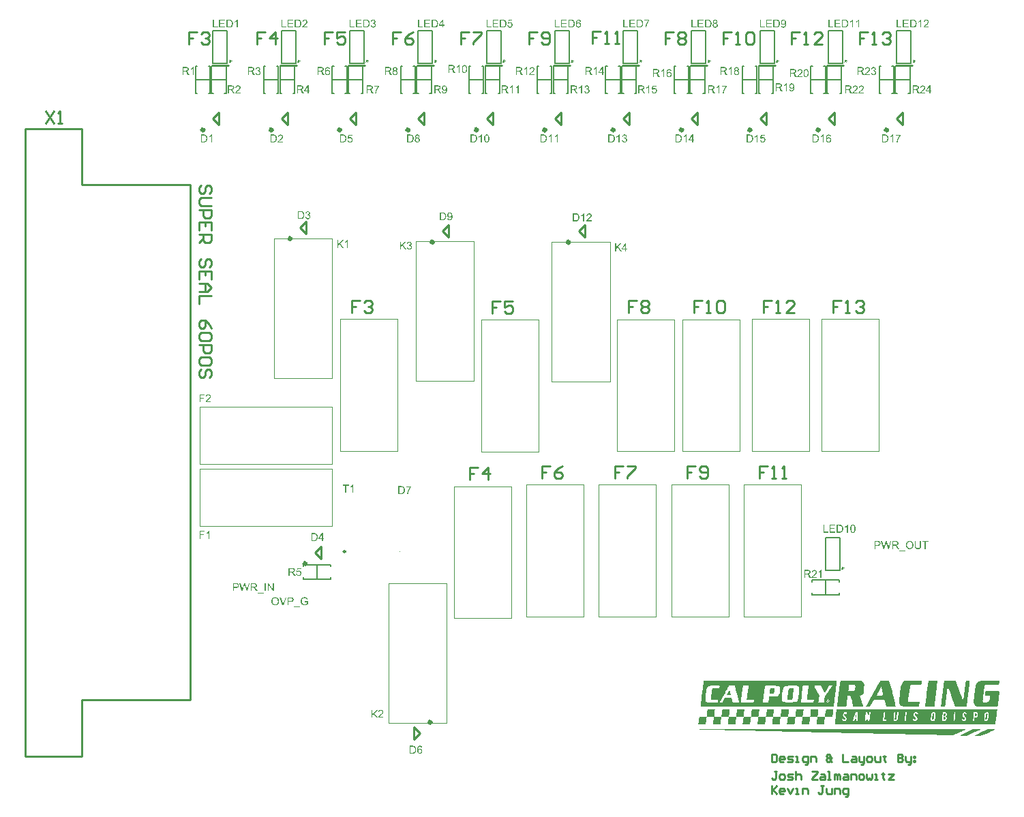
<source format=gbr>
%TF.GenerationSoftware,Altium Limited,Altium Designer,19.0.12 (326)*%
G04 Layer_Color=65535*
%FSLAX26Y26*%
%MOIN*%
%TF.FileFunction,Legend,Top*%
%TF.Part,Single*%
G01*
G75*
%TA.AperFunction,NonConductor*%
%ADD35C,0.009842*%
%ADD36C,0.010000*%
%ADD37C,0.005906*%
%ADD38C,0.007874*%
%ADD52C,0.019685*%
%ADD53C,0.003937*%
G36*
X4627753Y936623D02*
X4628409Y935967D01*
X4629065Y935311D01*
Y934655D01*
Y932030D01*
X4628409Y930062D01*
Y927438D01*
Y926782D01*
Y926126D01*
Y924157D01*
X4627753Y921533D01*
Y918252D01*
X4627097Y914316D01*
X4626440Y909067D01*
X4625784Y903818D01*
Y903162D01*
Y901194D01*
X4625128Y897913D01*
Y893977D01*
X4624472Y889384D01*
X4623816Y884791D01*
X4621848Y873638D01*
X4613975Y811308D01*
X4556894D01*
X4539179Y863140D01*
Y863796D01*
X4538523Y865108D01*
X4537211Y867733D01*
X4536555Y871013D01*
X4533274Y879543D01*
X4529994Y888072D01*
Y888728D01*
X4529338Y890040D01*
X4528682Y892008D01*
X4527369Y894633D01*
X4525401Y901194D01*
X4523433Y907099D01*
Y907755D01*
Y908411D01*
X4522777Y911035D01*
X4522121Y913660D01*
X4521465Y914972D01*
Y913660D01*
Y911691D01*
X4520808Y907099D01*
X4520152Y904474D01*
Y901194D01*
X4519496Y896601D01*
X4518840Y892008D01*
X4518184Y886104D01*
X4517528Y879543D01*
X4516872Y871669D01*
X4515560Y863140D01*
Y862484D01*
Y861172D01*
X4514904Y858547D01*
Y855267D01*
X4513591Y847394D01*
X4512279Y838208D01*
X4510967Y829023D01*
X4509655Y820494D01*
X4508999Y817213D01*
X4508342Y814589D01*
Y812620D01*
X4507686Y811308D01*
Y809996D01*
X4488659D01*
Y811308D01*
Y812620D01*
X4489316Y815245D01*
Y817213D01*
Y819837D01*
X4489972Y823118D01*
X4490628Y827711D01*
X4491284Y832303D01*
X4491940Y838208D01*
X4492596Y845425D01*
X4493252Y853955D01*
X4494564Y863140D01*
X4495877Y873638D01*
Y874294D01*
X4496533Y876262D01*
Y879543D01*
X4497189Y883479D01*
X4497845Y888072D01*
X4498501Y893321D01*
X4499813Y904474D01*
X4501125Y915628D01*
X4501782Y920877D01*
X4502438Y925470D01*
X4503094Y929406D01*
X4503750Y932687D01*
Y934655D01*
Y935311D01*
X4505062Y937279D01*
X4562799D01*
X4565423Y928094D01*
Y926782D01*
X4566079Y923501D01*
X4567391Y918909D01*
X4568048Y917596D01*
X4569360Y913660D01*
X4571328Y907755D01*
X4573953Y899882D01*
Y899226D01*
X4574609Y897913D01*
X4575921Y895945D01*
X4576577Y892664D01*
X4579201Y886104D01*
X4581826Y878230D01*
Y877574D01*
X4582482Y876262D01*
X4583794Y874294D01*
X4584450Y871013D01*
X4587074Y864452D01*
X4589699Y856579D01*
Y855923D01*
X4590355Y855267D01*
X4591667Y850674D01*
X4593636Y846081D01*
X4594948Y840833D01*
Y840177D01*
X4595604Y838208D01*
X4596260Y835584D01*
X4596916Y834928D01*
Y835584D01*
X4597572Y837552D01*
X4598228Y841489D01*
X4598884Y844113D01*
X4599540Y847394D01*
Y851330D01*
X4600853Y855923D01*
X4601509Y861828D01*
X4602165Y868389D01*
X4602821Y876262D01*
X4604133Y884791D01*
Y885447D01*
Y886760D01*
X4604789Y889384D01*
Y892664D01*
X4606101Y900538D01*
X4607414Y910379D01*
X4608070Y919565D01*
X4609382Y927438D01*
Y930718D01*
X4610038Y933343D01*
Y935311D01*
Y935967D01*
X4611350Y936623D01*
X4613975Y937279D01*
X4624472D01*
X4627753Y936623D01*
D02*
G37*
G36*
X4775375Y935311D02*
Y933999D01*
X4774719Y932687D01*
Y931375D01*
X4774063Y928750D01*
X4773407Y925470D01*
X4772095Y916284D01*
X4707141Y916284D01*
X4705829Y914972D01*
X4705172D01*
X4703860Y913660D01*
X4702548Y912347D01*
X4701236Y910379D01*
Y909723D01*
Y908411D01*
X4700580Y905130D01*
X4699924Y900538D01*
X4699268Y894633D01*
X4698611Y890040D01*
X4697955Y885447D01*
X4697299Y880199D01*
X4696643Y873638D01*
Y872981D01*
Y872325D01*
X4695987Y868389D01*
X4695331Y862484D01*
X4694675Y855923D01*
X4694019Y849362D01*
X4693363Y843457D01*
X4692707Y838864D01*
Y837552D01*
Y836896D01*
X4693363Y835584D01*
X4694019Y834272D01*
X4695331Y832303D01*
X4696643Y830991D01*
X4712390D01*
X4716326Y831647D01*
X4718294D01*
X4718951Y832303D01*
X4719607D01*
X4720919Y833615D01*
X4722231Y834928D01*
X4723543Y836896D01*
Y837552D01*
X4724199Y838208D01*
X4724855Y840177D01*
X4726168Y842801D01*
X4726824Y846737D01*
X4727480Y851330D01*
X4728136Y857235D01*
Y864452D01*
X4704516D01*
Y866420D01*
Y867733D01*
X4705172Y869045D01*
Y870357D01*
Y872981D01*
X4705829Y876262D01*
X4707141Y885447D01*
X4770126Y885447D01*
X4774063Y884791D01*
X4775375D01*
Y884135D01*
Y882823D01*
X4774719Y880199D01*
X4774063Y875606D01*
X4773407Y869045D01*
X4772751Y864452D01*
X4772095Y859860D01*
X4771439Y853955D01*
X4770783Y847394D01*
Y846738D01*
Y846082D01*
X4770126Y841489D01*
X4769470Y836240D01*
X4768814Y829023D01*
X4767502Y822462D01*
X4766846Y816557D01*
X4766190Y812620D01*
Y811308D01*
Y810652D01*
X4760285D01*
X4757660Y809996D01*
X4691394Y809996D01*
X4682209Y810652D01*
X4667775D01*
X4665806Y811308D01*
X4663838D01*
X4662526Y811964D01*
X4660558Y813276D01*
X4657933Y814589D01*
X4655965Y817213D01*
X4653341Y820494D01*
X4650716Y824430D01*
X4649404Y829023D01*
Y829679D01*
Y830335D01*
Y832959D01*
Y836896D01*
Y842801D01*
X4650060Y850674D01*
X4650716Y855267D01*
X4651372Y860516D01*
X4652028Y867077D01*
X4652685Y873638D01*
Y874294D01*
Y874950D01*
X4653341Y878886D01*
X4653997Y884791D01*
X4655309Y891352D01*
X4655965Y897913D01*
X4656621Y903818D01*
X4657277Y907755D01*
Y909723D01*
Y910379D01*
Y911035D01*
X4657933Y913004D01*
X4659245Y915628D01*
X4660558Y918909D01*
X4665150Y926126D01*
X4667775Y929406D01*
X4671711Y932687D01*
X4672368Y933343D01*
X4674336Y933999D01*
X4677616Y934655D01*
X4680897Y935311D01*
X4681553Y935967D01*
X4683521D01*
X4687458Y936623D01*
X4697299D01*
X4701892Y937279D01*
X4775375Y937279D01*
Y935311D01*
D02*
G37*
G36*
X4470945Y935311D02*
Y934655D01*
X4470289Y932030D01*
Y930062D01*
Y927438D01*
X4469633Y924157D01*
X4468976Y920221D01*
X4468320Y914972D01*
X4467664Y909067D01*
X4467008Y901850D01*
X4466352Y893321D01*
X4465040Y884135D01*
X4463728Y872981D01*
Y872325D01*
Y870357D01*
X4463072Y867077D01*
X4462416Y863140D01*
X4461759Y858547D01*
Y853298D01*
X4460447Y842145D01*
X4459135Y830991D01*
X4458479Y825742D01*
X4457823Y820494D01*
X4457167Y816557D01*
Y813276D01*
X4456511Y811308D01*
Y810652D01*
X4453886D01*
X4451262Y809996D01*
X4410584D01*
Y811308D01*
X4411240Y812620D01*
Y815245D01*
X4411896Y817869D01*
Y820494D01*
X4412552Y823774D01*
X4413208Y828367D01*
X4413864Y833615D01*
X4414520Y839520D01*
X4415832Y846737D01*
X4416489Y854611D01*
X4417801Y864452D01*
X4419113Y874950D01*
X4426986Y937279D01*
X4470945D01*
Y935311D01*
D02*
G37*
G36*
X4394181D02*
Y933999D01*
Y930062D01*
X4393525Y924157D01*
X4392869Y916284D01*
X4350222D01*
X4345630Y915628D01*
X4342349D01*
X4341037Y914972D01*
X4340381D01*
X4339725Y913660D01*
X4339069Y912347D01*
X4338413Y910379D01*
X4337757Y909723D01*
Y908411D01*
X4337100Y905787D01*
X4336444Y901194D01*
X4335132Y894633D01*
X4334476Y890696D01*
X4333820Y886104D01*
X4333164Y880199D01*
X4332508Y873638D01*
X4327915Y836896D01*
X4329227Y834928D01*
Y834272D01*
X4330539Y832303D01*
X4383684D01*
Y830991D01*
Y830335D01*
Y829023D01*
X4383027Y825742D01*
X4382371Y820494D01*
X4381059Y809996D01*
X4329227D01*
X4320698Y810652D01*
X4312825D01*
X4304952Y811308D01*
X4299047Y811964D01*
X4296422Y812620D01*
X4295110Y813276D01*
X4294454Y813933D01*
X4291173Y815901D01*
X4290517Y817213D01*
X4287893Y820494D01*
X4285269Y825742D01*
X4283300Y833615D01*
Y834928D01*
Y836896D01*
X4283956Y840177D01*
X4284612Y845425D01*
X4285269Y851986D01*
X4286581Y861172D01*
X4287237Y866420D01*
X4287893Y872325D01*
Y872981D01*
Y874294D01*
X4288549Y875606D01*
Y878230D01*
X4289205Y884791D01*
X4290517Y892008D01*
X4291173Y899226D01*
X4292486Y906443D01*
X4293142Y911691D01*
X4293798Y913660D01*
Y914972D01*
Y915628D01*
X4295110Y917596D01*
X4296422Y920877D01*
X4299047Y924157D01*
X4301671Y928094D01*
X4305608Y932030D01*
X4310200Y935311D01*
X4316105Y937279D01*
X4394181D01*
Y935311D01*
D02*
G37*
G36*
X4249839Y882167D02*
Y881511D01*
X4250495Y880199D01*
X4251151Y877574D01*
X4252463Y874294D01*
X4253776Y870357D01*
X4255088Y865764D01*
X4257712Y854611D01*
Y853955D01*
X4258368Y851986D01*
X4259025Y849362D01*
X4259681Y846081D01*
X4261649Y838208D01*
X4263617Y830335D01*
Y829679D01*
X4264273Y829023D01*
X4264929Y825742D01*
X4265586Y822462D01*
Y821150D01*
Y820494D01*
X4268866Y809996D01*
X4221627D01*
X4217034Y826398D01*
Y827054D01*
X4216378Y829023D01*
X4215722Y831647D01*
X4215066Y834928D01*
X4213754Y837552D01*
X4213097Y840177D01*
X4212441Y842145D01*
Y842801D01*
Y844113D01*
X4161266D01*
X4152080Y826398D01*
X4141583Y809996D01*
X4121243D01*
Y810652D01*
X4121900Y811308D01*
X4122556Y812620D01*
X4123212Y814588D01*
X4125180Y817213D01*
X4127148Y821149D01*
X4129773Y827054D01*
X4133709Y833615D01*
X4138302Y841489D01*
X4143551Y851986D01*
X4150768Y863796D01*
X4158641Y877574D01*
X4167827Y893977D01*
X4178324Y913004D01*
X4184229Y922845D01*
X4190790Y933999D01*
X4192102Y937279D01*
X4236061D01*
X4249839Y882167D01*
D02*
G37*
G36*
X4047104Y935311D02*
X4102873D01*
X4103529Y934655D01*
X4106153Y933343D01*
X4109434Y930718D01*
X4112058Y926782D01*
X4112714Y925469D01*
Y923501D01*
X4113370Y920877D01*
Y916940D01*
Y911691D01*
X4112714Y905130D01*
X4112058Y897257D01*
Y896601D01*
Y893977D01*
X4111402Y890696D01*
Y886760D01*
X4110746Y882167D01*
Y878230D01*
X4110090Y875606D01*
X4109434Y873638D01*
X4108778Y872325D01*
X4106153Y869701D01*
X4100904Y866420D01*
X4094343Y864452D01*
X4091719D01*
Y863796D01*
X4092375Y863140D01*
X4093031Y861172D01*
X4093687Y857891D01*
X4095656Y852642D01*
X4097624Y846081D01*
X4100248Y836896D01*
X4100904Y835584D01*
X4101560Y832959D01*
X4102873Y828367D01*
X4104841Y823774D01*
X4106809Y818525D01*
X4108122Y813932D01*
X4108778Y811308D01*
X4109434Y809996D01*
X4060882D01*
X4058914Y813276D01*
Y813932D01*
Y814588D01*
X4058258Y816557D01*
Y817213D01*
X4057602Y819181D01*
X4056946Y823118D01*
X4054977Y827711D01*
Y828367D01*
Y829023D01*
X4054321Y831647D01*
X4053665Y835584D01*
X4053009Y839520D01*
X4045792Y864452D01*
X4033982D01*
X4033326Y863796D01*
X4032670D01*
Y863140D01*
Y862484D01*
X4032014Y860515D01*
Y857235D01*
X4031358Y851986D01*
X4030702Y845425D01*
X4029390Y836896D01*
Y835584D01*
X4028733Y832959D01*
X4028077Y829023D01*
X4027421Y823774D01*
Y822462D01*
X4026765Y819837D01*
Y816557D01*
X4026109Y813276D01*
Y812620D01*
Y811964D01*
X4025453Y810652D01*
Y809996D01*
X3980838D01*
Y811308D01*
Y812620D01*
X3981494Y814588D01*
Y816557D01*
Y819181D01*
X3982150Y822462D01*
X3982806Y826398D01*
X3983463Y831647D01*
X3984119Y837552D01*
X3984775Y844769D01*
X3985431Y853298D01*
X3986743Y862484D01*
X3988055Y873638D01*
Y874294D01*
X3988711Y876262D01*
Y879542D01*
X3989367Y882823D01*
X3990023Y887416D01*
X3990680Y892664D01*
X3991992Y903818D01*
X3993960Y914972D01*
X3994616Y920221D01*
X3995272Y925469D01*
X3995928Y929406D01*
X3996584Y932030D01*
X3997241Y934655D01*
Y935311D01*
Y937279D01*
X4047104Y935311D01*
D02*
G37*
G36*
X3979526D02*
Y933999D01*
X3978870Y931374D01*
Y929406D01*
Y926782D01*
X3978214Y923501D01*
X3977558Y919564D01*
X3976901Y914316D01*
X3976245Y908411D01*
X3975589Y901194D01*
X3974933Y892664D01*
X3973621Y883479D01*
X3972309Y872325D01*
X3964436Y809996D01*
X3313584Y809996D01*
Y811308D01*
Y812620D01*
X3314240Y815245D01*
Y817869D01*
Y820493D01*
X3314897Y823774D01*
X3315553Y827710D01*
X3316209Y832959D01*
X3316865Y838864D01*
X3317521Y846081D01*
X3318177Y853954D01*
X3319489Y863140D01*
X3320802Y873637D01*
Y874293D01*
X3321458Y876262D01*
Y879542D01*
X3322114Y883479D01*
X3322770Y888072D01*
X3323426Y893320D01*
X3324738Y904474D01*
X3326050Y915628D01*
X3326706Y920877D01*
X3327363Y925469D01*
X3328019Y929406D01*
X3328675Y932686D01*
Y934655D01*
Y935311D01*
Y937279D01*
X3980838Y937279D01*
X3979526Y935311D01*
D02*
G37*
G36*
X3961811Y795562D02*
Y794249D01*
Y792937D01*
Y792281D01*
Y791625D01*
Y789657D01*
X3961155Y786376D01*
Y785720D01*
Y783752D01*
X3960499Y781127D01*
Y777847D01*
X3957218Y760132D01*
X3921789D01*
Y759476D01*
Y758164D01*
X3921133Y755539D01*
X3920477Y752915D01*
X3919821Y748322D01*
X3919165Y742418D01*
Y741761D01*
Y739793D01*
X3918509Y736513D01*
Y733232D01*
X3917852Y729952D01*
Y726671D01*
X3917196Y724703D01*
Y723391D01*
X3914572D01*
X3912604Y722735D01*
X3880455D01*
Y724703D01*
Y725359D01*
Y726015D01*
Y727327D01*
X3881111Y729952D01*
Y732576D01*
Y737169D01*
X3881767Y742418D01*
Y743074D01*
X3882423Y745042D01*
X3883079Y747666D01*
X3883735Y750291D01*
X3884391Y756852D01*
X3885048Y758820D01*
Y760132D01*
X3849618D01*
X3846338Y742418D01*
Y741761D01*
Y739793D01*
X3845682Y736513D01*
Y733232D01*
Y729952D01*
X3845025Y726671D01*
Y724703D01*
Y723391D01*
X3842401D01*
X3840433Y722735D01*
X3808284D01*
Y724703D01*
Y725359D01*
Y726015D01*
Y727327D01*
X3808940Y729295D01*
Y732576D01*
X3809596Y736513D01*
X3810252Y741761D01*
Y742418D01*
X3810908Y744386D01*
Y747010D01*
X3811564Y750291D01*
X3812220Y756196D01*
X3812876Y758820D01*
Y760132D01*
X3848306D01*
X3849618Y761444D01*
Y762101D01*
Y763413D01*
Y764725D01*
X3850274Y766693D01*
Y769974D01*
Y773910D01*
X3850930Y779159D01*
Y779815D01*
Y781784D01*
X3851586Y784408D01*
Y787688D01*
Y790969D01*
X3852242Y793593D01*
Y795562D01*
Y796874D01*
X3889640D01*
Y796218D01*
Y794905D01*
X3888984Y792281D01*
X3888328Y789657D01*
X3887672Y785064D01*
X3887016Y779159D01*
Y778503D01*
Y776535D01*
X3886360Y773254D01*
Y769974D01*
X3885704Y766693D01*
Y764069D01*
X3885048Y762101D01*
Y760788D01*
X3887016D01*
X3889640Y760132D01*
X3920477D01*
X3921789Y761444D01*
Y762101D01*
Y763413D01*
X3922445Y766037D01*
Y768662D01*
Y773254D01*
X3923101Y779159D01*
X3926382Y796874D01*
X3961811D01*
Y795562D01*
D02*
G37*
G36*
X3816813Y796218D02*
Y794905D01*
Y792281D01*
X3816157Y788345D01*
Y783752D01*
X3815501Y777847D01*
X3814189Y769974D01*
X3812876Y761444D01*
Y760132D01*
X3777447D01*
X3774167Y742418D01*
Y741761D01*
Y739793D01*
X3773510Y737169D01*
Y733888D01*
Y730608D01*
X3772854Y727983D01*
Y726015D01*
Y724703D01*
Y722735D01*
X3736113D01*
Y724703D01*
Y725359D01*
Y726015D01*
Y728639D01*
X3736769Y731920D01*
Y735856D01*
X3738081Y741761D01*
X3738737Y748979D01*
X3740049Y758164D01*
Y760132D01*
X3704620D01*
Y759476D01*
Y758820D01*
Y757508D01*
X3703964Y754883D01*
X3703308Y751603D01*
X3702652Y747666D01*
X3701996Y742418D01*
Y741761D01*
Y739793D01*
X3701340Y737825D01*
Y734544D01*
X3700683Y728639D01*
Y726015D01*
Y724703D01*
Y722735D01*
X3665910D01*
X3663942Y723391D01*
X3663286D01*
Y724047D01*
Y724703D01*
Y726015D01*
X3663942Y728639D01*
Y731920D01*
X3664598Y736513D01*
X3665254Y742418D01*
Y743074D01*
X3665910Y745042D01*
Y748322D01*
X3666566Y751603D01*
X3667222Y754227D01*
Y757508D01*
X3667878Y759476D01*
Y760132D01*
X3632449D01*
Y761444D01*
Y762757D01*
X3633105Y766037D01*
X3633761Y769974D01*
X3635073Y775879D01*
X3636386Y787688D01*
X3637042Y792937D01*
Y796874D01*
X3672471D01*
Y795562D01*
Y794249D01*
X3671815Y791625D01*
X3671159Y787688D01*
X3670503Y782440D01*
X3668535Y771286D01*
X3667878Y766037D01*
Y761444D01*
X3669191Y760788D01*
X3672471D01*
X3675752Y760132D01*
X3701996D01*
X3703964Y760788D01*
X3704620D01*
Y761444D01*
Y762101D01*
Y763413D01*
X3705276Y765381D01*
Y768662D01*
X3705932Y773254D01*
X3706588Y779159D01*
Y779815D01*
X3707244Y781784D01*
Y785064D01*
X3707901Y788345D01*
X3708557Y790969D01*
Y794249D01*
X3709213Y796218D01*
Y796874D01*
X3744642D01*
Y795562D01*
Y794905D01*
Y793593D01*
Y791625D01*
X3743986Y788345D01*
Y784408D01*
X3743330Y779159D01*
Y778503D01*
Y776535D01*
X3742674Y773254D01*
Y770630D01*
X3742018Y767349D01*
X3741362Y764069D01*
X3740706Y762101D01*
X3740049Y761444D01*
Y760132D01*
X3777447D01*
X3778759Y777847D01*
Y778503D01*
Y780471D01*
X3779415Y783752D01*
Y787032D01*
X3780072Y789657D01*
X3780728Y792937D01*
Y794905D01*
X3781384Y795562D01*
Y796874D01*
X3816813D01*
Y796218D01*
D02*
G37*
G36*
X3526817Y796218D02*
X3527473D01*
Y795562D01*
Y794905D01*
Y793593D01*
X3526817Y791625D01*
Y788344D01*
X3526161Y784408D01*
X3525505Y778503D01*
Y777847D01*
Y775879D01*
X3524849Y773254D01*
Y769974D01*
X3524193Y766693D01*
Y764069D01*
X3523536Y761444D01*
Y760788D01*
X3525505D01*
X3528129Y760132D01*
X3560278D01*
Y758164D01*
Y757508D01*
X3559622Y756196D01*
Y753571D01*
X3558966Y750947D01*
X3558310Y746354D01*
X3556997Y740449D01*
X3555685Y722734D01*
X3518944D01*
Y724703D01*
Y726015D01*
X3519600Y729295D01*
X3520256Y733232D01*
X3521568Y739137D01*
X3522880Y750947D01*
X3523536Y756196D01*
Y760132D01*
X3494012D01*
X3490731Y759476D01*
X3488763D01*
X3488107Y758820D01*
Y758164D01*
Y757508D01*
Y756196D01*
X3487451Y754227D01*
X3486795Y750947D01*
X3486139Y747010D01*
X3485483Y741105D01*
Y740449D01*
Y738481D01*
X3484827Y735856D01*
Y732576D01*
X3484170Y729295D01*
Y726671D01*
X3483514Y724703D01*
Y723390D01*
X3481546D01*
X3478922Y722734D01*
X3449397D01*
X3447429Y723390D01*
X3446773D01*
Y724047D01*
Y724703D01*
Y726015D01*
X3447429Y728639D01*
Y731920D01*
X3448085Y736513D01*
X3448741Y742417D01*
Y743073D01*
X3449397Y745042D01*
Y748322D01*
X3450053Y751603D01*
Y754227D01*
X3450709Y757508D01*
Y759476D01*
Y760132D01*
X3415280D01*
Y759476D01*
Y758164D01*
X3414624Y755539D01*
X3413968Y752915D01*
X3413312Y748322D01*
X3412655Y742417D01*
X3411343Y722734D01*
X3377226D01*
X3374602Y723390D01*
X3373946D01*
Y724047D01*
Y724703D01*
Y726015D01*
X3374602Y728639D01*
Y731264D01*
X3375258Y735856D01*
X3375914Y741105D01*
Y741761D01*
X3376570Y743730D01*
Y746354D01*
X3377226Y749635D01*
X3377882Y752915D01*
Y755539D01*
X3378538Y758164D01*
Y758820D01*
X3377882Y759476D01*
X3373946D01*
X3371321Y760132D01*
X3343109D01*
Y761444D01*
Y762100D01*
Y762756D01*
Y764069D01*
X3343765Y766693D01*
Y769317D01*
Y773910D01*
X3344421Y779159D01*
X3347702Y796874D01*
X3384443D01*
X3383131Y795562D01*
Y794249D01*
X3382475Y791625D01*
X3381819Y787032D01*
Y781783D01*
X3380507Y770630D01*
X3379851Y765381D01*
Y761444D01*
X3380507Y760788D01*
X3384443D01*
X3387068Y760132D01*
X3412655D01*
X3414624Y760788D01*
X3415280D01*
Y761444D01*
Y762100D01*
Y763413D01*
X3415936Y765381D01*
Y768661D01*
X3416592Y773254D01*
X3417248Y779159D01*
Y779815D01*
X3417904Y781783D01*
Y785064D01*
X3418560Y788344D01*
X3419216Y790969D01*
Y794249D01*
X3419873Y796218D01*
Y796874D01*
X3456614D01*
X3455302Y795562D01*
Y794905D01*
Y793593D01*
Y790969D01*
X3454646Y788344D01*
Y783752D01*
X3453990Y777847D01*
X3452678Y760132D01*
X3470392Y761444D01*
X3488107D01*
X3489419Y779159D01*
Y779815D01*
X3490075Y781783D01*
Y785064D01*
X3490731Y788344D01*
X3491387Y790969D01*
Y794249D01*
X3492044Y796218D01*
Y796874D01*
X3524849D01*
X3526817Y796218D01*
D02*
G37*
G36*
X4655965Y796218D02*
X4753724Y796218D01*
X4758973Y795562D01*
X4763565D01*
Y794906D01*
Y792281D01*
X4762909Y787033D01*
X4762253Y779815D01*
Y775879D01*
X4761597Y770630D01*
X4760285Y764725D01*
X4759629Y758164D01*
X4758973Y750947D01*
X4757660Y743074D01*
X4755692Y734544D01*
X4754380Y724703D01*
Y722735D01*
X3970340Y722735D01*
Y724703D01*
Y725359D01*
Y727983D01*
X3970997Y732576D01*
Y735200D01*
X3971653Y739137D01*
X3972309Y743074D01*
Y748322D01*
X3973621Y754227D01*
X3974277Y760788D01*
X3975589Y768005D01*
X3976245Y776535D01*
X3978214Y785720D01*
X3979526Y795562D01*
Y796874D01*
X4639562Y796874D01*
X4655965Y796218D01*
D02*
G37*
G36*
X3600300Y795562D02*
Y794905D01*
Y794249D01*
X3599644Y790313D01*
X3598988Y785720D01*
X3598332Y779815D01*
X3597020Y773254D01*
X3596363Y768005D01*
X3595707Y763413D01*
Y762101D01*
Y761444D01*
X3597020Y760788D01*
X3600300D01*
X3603581Y760132D01*
X3632449D01*
Y759476D01*
Y758820D01*
Y756852D01*
X3631793Y754227D01*
X3631137Y750947D01*
X3630481Y746354D01*
X3629825Y740449D01*
X3627856Y722735D01*
X3593739D01*
X3591771Y723391D01*
X3591115D01*
Y724047D01*
Y724703D01*
Y726015D01*
X3591771Y728639D01*
Y731264D01*
X3592427Y735856D01*
X3593083Y741105D01*
Y741761D01*
X3593739Y743730D01*
Y746354D01*
X3594395Y749635D01*
X3595051Y752915D01*
Y755539D01*
X3595707Y758164D01*
Y758820D01*
X3595051Y759476D01*
X3591115D01*
X3588490Y760132D01*
X3560278Y760132D01*
Y761444D01*
Y762100D01*
Y763413D01*
X3560934Y766037D01*
Y768661D01*
Y773254D01*
X3561590Y779159D01*
X3564871Y796874D01*
X3600300Y796874D01*
Y795562D01*
D02*
G37*
G36*
X3343109Y759476D02*
Y758164D01*
X3342453Y756196D01*
Y753571D01*
X3341797Y747010D01*
X3340485Y740449D01*
X3338516Y722734D01*
X3301775D01*
Y726015D01*
Y726671D01*
X3302431Y727983D01*
Y728639D01*
X3303087Y729952D01*
Y731920D01*
X3303743Y735200D01*
Y735856D01*
X3304399Y738481D01*
X3305055Y741105D01*
Y743730D01*
X3306367Y760132D01*
X3343109D01*
Y759476D01*
D02*
G37*
G36*
X4549677Y698459D02*
X4609382D01*
X4608726Y697803D01*
X4606101Y696491D01*
X4602165Y694522D01*
X4596916Y691898D01*
X4589043Y687961D01*
X4583794Y685993D01*
X4578545Y683369D01*
X4547708Y668278D01*
X3923101Y683369D01*
X3912604D01*
X3908011Y684025D01*
X3882423D01*
X3865365Y684681D01*
X3846338Y685337D01*
X3825342D01*
X3803035Y685993D01*
X3778103Y686649D01*
X3752515Y687305D01*
X3725615Y687961D01*
X3698059Y688617D01*
X3669191Y689273D01*
X3611454Y690586D01*
X3553061Y691898D01*
X3524193Y692554D01*
X3496636Y693210D01*
X3469736Y693866D01*
X3444148Y694522D01*
X3419216Y695178D01*
X3396909Y695834D01*
X3375914Y696490D01*
X3356887Y697146D01*
X3332611D01*
X3326050Y697803D01*
X3310304D01*
X3306367Y698459D01*
X3366729D01*
X3381163Y699115D01*
X4529994Y699115D01*
X4549677Y698459D01*
D02*
G37*
G36*
X4680241D02*
X4678928Y697803D01*
X4676960Y696491D01*
X4673024Y694522D01*
X4667119Y691898D01*
X4663182Y689930D01*
X4659245Y687961D01*
X4653997Y685993D01*
X4648092Y683369D01*
X4615943Y666966D01*
X4595604D01*
X4592979Y667622D01*
X4587074D01*
X4584450Y668278D01*
X4581826D01*
X4583138Y668934D01*
X4585762Y670247D01*
X4587731Y671559D01*
X4590355Y672871D01*
X4591011D01*
X4592323Y673527D01*
X4594292Y674839D01*
X4596916Y676152D01*
X4603477Y679432D01*
X4612662Y683369D01*
X4645467Y699115D01*
X4678272D01*
X4680241Y698459D01*
D02*
G37*
G36*
X4751100Y698459D02*
X4751756D01*
X4751100Y697803D01*
X4749787Y697147D01*
X4747819Y695835D01*
X4743226Y693866D01*
X4737321Y691242D01*
X4733385Y689274D01*
X4728792Y686649D01*
X4723543Y684025D01*
X4717638Y681400D01*
X4682209Y665654D01*
X4666463D01*
X4664494Y666310D01*
X4661214D01*
X4655309Y666966D01*
X4650060D01*
X4651372Y667622D01*
X4653341Y668934D01*
X4657277Y670903D01*
X4663182Y674183D01*
X4667119Y675495D01*
X4671711Y678120D01*
X4676304Y680744D01*
X4682209Y683369D01*
X4716326Y699115D01*
X4749131Y699115D01*
X4751100Y698459D01*
D02*
G37*
G36*
X2022227Y3974801D02*
Y3974768D01*
X2022161Y3974601D01*
X2022094Y3974402D01*
X2021994Y3974135D01*
X2021861Y3973769D01*
X2021695Y3973369D01*
X2021528Y3972936D01*
X2021361Y3972470D01*
X2020962Y3971505D01*
X2020529Y3970506D01*
X2020329Y3970006D01*
X2020096Y3969573D01*
X2019896Y3969140D01*
X2019697Y3968774D01*
X2019763D01*
X2019896Y3968807D01*
X2020129D01*
X2020462Y3968840D01*
X2020862Y3968874D01*
X2021295Y3968940D01*
X2021761Y3968974D01*
X2022294Y3969007D01*
X2023360Y3969107D01*
X2024458Y3969207D01*
X2024958Y3969240D01*
X2025424D01*
X2025857Y3969273D01*
X2026223D01*
Y3965477D01*
X2026190D01*
X2026090D01*
X2025957D01*
X2025757Y3965510D01*
X2025491D01*
X2025191Y3965544D01*
X2024858Y3965577D01*
X2024425D01*
X2023992Y3965644D01*
X2023493Y3965677D01*
X2022960Y3965710D01*
X2022394Y3965777D01*
X2021761Y3965843D01*
X2021128Y3965943D01*
X2020462Y3966010D01*
X2019730Y3966110D01*
X2019763Y3966077D01*
X2019796Y3965977D01*
X2019863Y3965843D01*
X2019963Y3965644D01*
X2020096Y3965377D01*
X2020229Y3965078D01*
X2020396Y3964711D01*
X2020562Y3964312D01*
X2020729Y3963879D01*
X2020929Y3963413D01*
X2021162Y3962880D01*
X2021361Y3962347D01*
X2021794Y3961182D01*
X2022227Y3959916D01*
X2018531Y3958684D01*
Y3958717D01*
X2018498Y3958817D01*
X2018431Y3959017D01*
X2018364Y3959250D01*
X2018265Y3959550D01*
X2018165Y3959916D01*
X2018065Y3960316D01*
X2017932Y3960749D01*
X2017798Y3961248D01*
X2017698Y3961748D01*
X2017465Y3962880D01*
X2017232Y3964045D01*
X2017066Y3965244D01*
Y3965211D01*
X2016999Y3965177D01*
X2016899Y3965078D01*
X2016799Y3964944D01*
X2016633Y3964778D01*
X2016433Y3964578D01*
X2016200Y3964345D01*
X2015934Y3964079D01*
X2015601Y3963779D01*
X2015234Y3963446D01*
X2014835Y3963080D01*
X2014369Y3962647D01*
X2013902Y3962214D01*
X2013336Y3961748D01*
X2012737Y3961248D01*
X2012104Y3960715D01*
X2009906Y3963879D01*
X2009940D01*
X2010006Y3963945D01*
X2010106Y3964045D01*
X2010273Y3964145D01*
X2010506Y3964278D01*
X2010739Y3964445D01*
X2011039Y3964645D01*
X2011371Y3964878D01*
X2011771Y3965144D01*
X2012171Y3965411D01*
X2012637Y3965710D01*
X2013136Y3966010D01*
X2013669Y3966343D01*
X2014235Y3966709D01*
X2014868Y3967076D01*
X2015501Y3967442D01*
X2015467Y3967475D01*
X2015334Y3967542D01*
X2015134Y3967642D01*
X2014901Y3967775D01*
X2014602Y3967941D01*
X2014235Y3968141D01*
X2013836Y3968374D01*
X2013436Y3968607D01*
X2012537Y3969140D01*
X2011605Y3969706D01*
X2010706Y3970306D01*
X2010273Y3970605D01*
X2009906Y3970872D01*
X2012104Y3973935D01*
X2012137Y3973902D01*
X2012271Y3973802D01*
X2012470Y3973636D01*
X2012704Y3973436D01*
X2013003Y3973203D01*
X2013336Y3972903D01*
X2014135Y3972270D01*
X2014968Y3971538D01*
X2015767Y3970838D01*
X2016167Y3970472D01*
X2016500Y3970173D01*
X2016799Y3969873D01*
X2017066Y3969606D01*
Y3969640D01*
X2017099Y3969740D01*
X2017132Y3969939D01*
X2017166Y3970173D01*
X2017232Y3970472D01*
X2017299Y3970838D01*
X2017399Y3971238D01*
X2017499Y3971671D01*
X2017599Y3972137D01*
X2017698Y3972637D01*
X2017965Y3973736D01*
X2018231Y3974868D01*
X2018531Y3976000D01*
X2022227Y3974801D01*
D02*
G37*
G36*
X2356518D02*
Y3974768D01*
X2356451Y3974601D01*
X2356385Y3974402D01*
X2356285Y3974135D01*
X2356152Y3973769D01*
X2355985Y3973369D01*
X2355819Y3972936D01*
X2355652Y3972470D01*
X2355253Y3971505D01*
X2354820Y3970506D01*
X2354620Y3970006D01*
X2354387Y3969573D01*
X2354187Y3969140D01*
X2353987Y3968774D01*
X2354054D01*
X2354187Y3968807D01*
X2354420D01*
X2354753Y3968840D01*
X2355153Y3968874D01*
X2355586Y3968940D01*
X2356052Y3968974D01*
X2356584Y3969007D01*
X2357650Y3969107D01*
X2358749Y3969207D01*
X2359249Y3969240D01*
X2359715D01*
X2360148Y3969273D01*
X2360514D01*
Y3965477D01*
X2360481D01*
X2360381D01*
X2360247D01*
X2360048Y3965510D01*
X2359781D01*
X2359482Y3965544D01*
X2359149Y3965577D01*
X2358716D01*
X2358283Y3965644D01*
X2357783Y3965677D01*
X2357251Y3965710D01*
X2356684Y3965777D01*
X2356052Y3965843D01*
X2355419Y3965943D01*
X2354753Y3966010D01*
X2354020Y3966110D01*
X2354054Y3966077D01*
X2354087Y3965977D01*
X2354154Y3965843D01*
X2354253Y3965644D01*
X2354387Y3965377D01*
X2354520Y3965078D01*
X2354686Y3964711D01*
X2354853Y3964312D01*
X2355019Y3963879D01*
X2355219Y3963413D01*
X2355452Y3962880D01*
X2355652Y3962347D01*
X2356085Y3961182D01*
X2356518Y3959916D01*
X2352822Y3958684D01*
Y3958717D01*
X2352788Y3958817D01*
X2352722Y3959017D01*
X2352655Y3959250D01*
X2352555Y3959550D01*
X2352455Y3959916D01*
X2352355Y3960316D01*
X2352222Y3960749D01*
X2352089Y3961248D01*
X2351989Y3961748D01*
X2351756Y3962880D01*
X2351523Y3964045D01*
X2351356Y3965244D01*
Y3965211D01*
X2351290Y3965177D01*
X2351190Y3965078D01*
X2351090Y3964944D01*
X2350923Y3964778D01*
X2350724Y3964578D01*
X2350491Y3964345D01*
X2350224Y3964079D01*
X2349891Y3963779D01*
X2349525Y3963446D01*
X2349125Y3963080D01*
X2348659Y3962647D01*
X2348193Y3962214D01*
X2347627Y3961748D01*
X2347027Y3961248D01*
X2346395Y3960715D01*
X2344197Y3963879D01*
X2344230D01*
X2344297Y3963945D01*
X2344397Y3964045D01*
X2344563Y3964145D01*
X2344796Y3964278D01*
X2345029Y3964445D01*
X2345329Y3964645D01*
X2345662Y3964878D01*
X2346062Y3965144D01*
X2346461Y3965411D01*
X2346927Y3965710D01*
X2347427Y3966010D01*
X2347960Y3966343D01*
X2348526Y3966709D01*
X2349159Y3967076D01*
X2349791Y3967442D01*
X2349758Y3967475D01*
X2349625Y3967542D01*
X2349425Y3967642D01*
X2349192Y3967775D01*
X2348892Y3967941D01*
X2348526Y3968141D01*
X2348126Y3968374D01*
X2347727Y3968607D01*
X2346828Y3969140D01*
X2345895Y3969706D01*
X2344996Y3970306D01*
X2344563Y3970605D01*
X2344197Y3970872D01*
X2346395Y3973935D01*
X2346428Y3973902D01*
X2346561Y3973802D01*
X2346761Y3973636D01*
X2346994Y3973436D01*
X2347294Y3973203D01*
X2347627Y3972903D01*
X2348426Y3972270D01*
X2349258Y3971538D01*
X2350058Y3970838D01*
X2350457Y3970472D01*
X2350790Y3970173D01*
X2351090Y3969873D01*
X2351356Y3969606D01*
Y3969640D01*
X2351390Y3969740D01*
X2351423Y3969939D01*
X2351456Y3970173D01*
X2351523Y3970472D01*
X2351590Y3970838D01*
X2351689Y3971238D01*
X2351789Y3971671D01*
X2351889Y3972137D01*
X2351989Y3972637D01*
X2352256Y3973736D01*
X2352522Y3974868D01*
X2352822Y3976000D01*
X2356518Y3974801D01*
D02*
G37*
G36*
X2690809D02*
Y3974768D01*
X2690742Y3974601D01*
X2690675Y3974402D01*
X2690575Y3974135D01*
X2690442Y3973769D01*
X2690276Y3973369D01*
X2690109Y3972936D01*
X2689943Y3972470D01*
X2689543Y3971505D01*
X2689110Y3970506D01*
X2688910Y3970006D01*
X2688677Y3969573D01*
X2688477Y3969140D01*
X2688278Y3968774D01*
X2688344D01*
X2688477Y3968807D01*
X2688711D01*
X2689044Y3968840D01*
X2689443Y3968874D01*
X2689876Y3968940D01*
X2690342Y3968974D01*
X2690875Y3969007D01*
X2691941Y3969107D01*
X2693040Y3969207D01*
X2693539Y3969240D01*
X2694005D01*
X2694438Y3969273D01*
X2694805D01*
Y3965477D01*
X2694771D01*
X2694671D01*
X2694538D01*
X2694338Y3965510D01*
X2694072D01*
X2693772Y3965544D01*
X2693439Y3965577D01*
X2693006D01*
X2692573Y3965644D01*
X2692074Y3965677D01*
X2691541Y3965710D01*
X2690975Y3965777D01*
X2690342Y3965843D01*
X2689710Y3965943D01*
X2689044Y3966010D01*
X2688311Y3966110D01*
X2688344Y3966077D01*
X2688378Y3965977D01*
X2688444Y3965843D01*
X2688544Y3965644D01*
X2688677Y3965377D01*
X2688811Y3965078D01*
X2688977Y3964711D01*
X2689144Y3964312D01*
X2689310Y3963879D01*
X2689510Y3963413D01*
X2689743Y3962880D01*
X2689943Y3962347D01*
X2690376Y3961182D01*
X2690809Y3959916D01*
X2687112Y3958684D01*
Y3958717D01*
X2687079Y3958817D01*
X2687012Y3959017D01*
X2686946Y3959250D01*
X2686846Y3959550D01*
X2686746Y3959916D01*
X2686646Y3960316D01*
X2686513Y3960749D01*
X2686380Y3961248D01*
X2686280Y3961748D01*
X2686047Y3962880D01*
X2685814Y3964045D01*
X2685647Y3965244D01*
Y3965211D01*
X2685580Y3965177D01*
X2685481Y3965078D01*
X2685381Y3964944D01*
X2685214Y3964778D01*
X2685014Y3964578D01*
X2684781Y3964345D01*
X2684515Y3964079D01*
X2684182Y3963779D01*
X2683816Y3963446D01*
X2683416Y3963080D01*
X2682950Y3962647D01*
X2682483Y3962214D01*
X2681917Y3961748D01*
X2681318Y3961248D01*
X2680685Y3960715D01*
X2678488Y3963879D01*
X2678521D01*
X2678587Y3963945D01*
X2678687Y3964045D01*
X2678854Y3964145D01*
X2679087Y3964278D01*
X2679320Y3964445D01*
X2679620Y3964645D01*
X2679953Y3964878D01*
X2680352Y3965144D01*
X2680752Y3965411D01*
X2681218Y3965710D01*
X2681718Y3966010D01*
X2682250Y3966343D01*
X2682816Y3966709D01*
X2683449Y3967076D01*
X2684082Y3967442D01*
X2684049Y3967475D01*
X2683915Y3967542D01*
X2683716Y3967642D01*
X2683483Y3967775D01*
X2683183Y3967941D01*
X2682816Y3968141D01*
X2682417Y3968374D01*
X2682017Y3968607D01*
X2681118Y3969140D01*
X2680186Y3969706D01*
X2679287Y3970306D01*
X2678854Y3970605D01*
X2678488Y3970872D01*
X2680685Y3973935D01*
X2680719Y3973902D01*
X2680852Y3973802D01*
X2681052Y3973636D01*
X2681285Y3973436D01*
X2681584Y3973203D01*
X2681917Y3972903D01*
X2682717Y3972270D01*
X2683549Y3971538D01*
X2684348Y3970838D01*
X2684748Y3970472D01*
X2685081Y3970173D01*
X2685381Y3969873D01*
X2685647Y3969606D01*
Y3969640D01*
X2685680Y3969740D01*
X2685714Y3969939D01*
X2685747Y3970173D01*
X2685814Y3970472D01*
X2685880Y3970838D01*
X2685980Y3971238D01*
X2686080Y3971671D01*
X2686180Y3972137D01*
X2686280Y3972637D01*
X2686546Y3973736D01*
X2686812Y3974868D01*
X2687112Y3976000D01*
X2690809Y3974801D01*
D02*
G37*
G36*
X3025099D02*
Y3974768D01*
X3025032Y3974601D01*
X3024966Y3974402D01*
X3024866Y3974135D01*
X3024733Y3973769D01*
X3024566Y3973369D01*
X3024400Y3972936D01*
X3024233Y3972470D01*
X3023834Y3971505D01*
X3023401Y3970506D01*
X3023201Y3970006D01*
X3022968Y3969573D01*
X3022768Y3969140D01*
X3022568Y3968774D01*
X3022635D01*
X3022768Y3968807D01*
X3023001D01*
X3023334Y3968840D01*
X3023734Y3968874D01*
X3024167Y3968940D01*
X3024633Y3968974D01*
X3025166Y3969007D01*
X3026231Y3969107D01*
X3027330Y3969207D01*
X3027830Y3969240D01*
X3028296D01*
X3028729Y3969273D01*
X3029095D01*
Y3965477D01*
X3029062D01*
X3028962D01*
X3028829D01*
X3028629Y3965510D01*
X3028363D01*
X3028063Y3965544D01*
X3027730Y3965577D01*
X3027297D01*
X3026864Y3965644D01*
X3026365Y3965677D01*
X3025832Y3965710D01*
X3025266Y3965777D01*
X3024633Y3965843D01*
X3024000Y3965943D01*
X3023334Y3966010D01*
X3022602Y3966110D01*
X3022635Y3966077D01*
X3022668Y3965977D01*
X3022735Y3965843D01*
X3022835Y3965644D01*
X3022968Y3965377D01*
X3023101Y3965078D01*
X3023268Y3964711D01*
X3023434Y3964312D01*
X3023601Y3963879D01*
X3023800Y3963413D01*
X3024034Y3962880D01*
X3024233Y3962347D01*
X3024666Y3961182D01*
X3025099Y3959916D01*
X3021403Y3958684D01*
Y3958717D01*
X3021369Y3958817D01*
X3021303Y3959017D01*
X3021236Y3959250D01*
X3021136Y3959550D01*
X3021037Y3959916D01*
X3020937Y3960316D01*
X3020803Y3960749D01*
X3020670Y3961248D01*
X3020570Y3961748D01*
X3020337Y3962880D01*
X3020104Y3964045D01*
X3019938Y3965244D01*
Y3965211D01*
X3019871Y3965177D01*
X3019771Y3965078D01*
X3019671Y3964944D01*
X3019505Y3964778D01*
X3019305Y3964578D01*
X3019072Y3964345D01*
X3018805Y3964079D01*
X3018472Y3963779D01*
X3018106Y3963446D01*
X3017706Y3963080D01*
X3017240Y3962647D01*
X3016774Y3962214D01*
X3016208Y3961748D01*
X3015609Y3961248D01*
X3014976Y3960715D01*
X3012778Y3963879D01*
X3012811D01*
X3012878Y3963945D01*
X3012978Y3964045D01*
X3013144Y3964145D01*
X3013378Y3964278D01*
X3013611Y3964445D01*
X3013910Y3964645D01*
X3014243Y3964878D01*
X3014643Y3965144D01*
X3015043Y3965411D01*
X3015509Y3965710D01*
X3016008Y3966010D01*
X3016541Y3966343D01*
X3017107Y3966709D01*
X3017740Y3967076D01*
X3018372Y3967442D01*
X3018339Y3967475D01*
X3018206Y3967542D01*
X3018006Y3967642D01*
X3017773Y3967775D01*
X3017473Y3967941D01*
X3017107Y3968141D01*
X3016707Y3968374D01*
X3016308Y3968607D01*
X3015409Y3969140D01*
X3014476Y3969706D01*
X3013577Y3970306D01*
X3013144Y3970605D01*
X3012778Y3970872D01*
X3014976Y3973935D01*
X3015009Y3973902D01*
X3015142Y3973802D01*
X3015342Y3973636D01*
X3015575Y3973436D01*
X3015875Y3973203D01*
X3016208Y3972903D01*
X3017007Y3972270D01*
X3017840Y3971538D01*
X3018639Y3970838D01*
X3019039Y3970472D01*
X3019372Y3970173D01*
X3019671Y3969873D01*
X3019938Y3969606D01*
Y3969640D01*
X3019971Y3969740D01*
X3020004Y3969939D01*
X3020037Y3970173D01*
X3020104Y3970472D01*
X3020171Y3970838D01*
X3020271Y3971238D01*
X3020370Y3971671D01*
X3020470Y3972137D01*
X3020570Y3972637D01*
X3020837Y3973736D01*
X3021103Y3974868D01*
X3021403Y3976000D01*
X3025099Y3974801D01*
D02*
G37*
G36*
X3359390D02*
Y3974768D01*
X3359323Y3974601D01*
X3359256Y3974402D01*
X3359157Y3974135D01*
X3359023Y3973769D01*
X3358857Y3973369D01*
X3358690Y3972936D01*
X3358524Y3972470D01*
X3358124Y3971505D01*
X3357691Y3970506D01*
X3357492Y3970006D01*
X3357258Y3969573D01*
X3357059Y3969140D01*
X3356859Y3968774D01*
X3356925D01*
X3357059Y3968807D01*
X3357292D01*
X3357625Y3968840D01*
X3358024Y3968874D01*
X3358457Y3968940D01*
X3358923Y3968974D01*
X3359456Y3969007D01*
X3360522Y3969107D01*
X3361621Y3969207D01*
X3362120Y3969240D01*
X3362586D01*
X3363019Y3969273D01*
X3363386D01*
Y3965477D01*
X3363352D01*
X3363253D01*
X3363119D01*
X3362919Y3965510D01*
X3362653D01*
X3362353Y3965544D01*
X3362020Y3965577D01*
X3361588D01*
X3361155Y3965644D01*
X3360655Y3965677D01*
X3360122Y3965710D01*
X3359556Y3965777D01*
X3358923Y3965843D01*
X3358291Y3965943D01*
X3357625Y3966010D01*
X3356892Y3966110D01*
X3356925Y3966077D01*
X3356959Y3965977D01*
X3357025Y3965843D01*
X3357125Y3965644D01*
X3357258Y3965377D01*
X3357392Y3965078D01*
X3357558Y3964711D01*
X3357725Y3964312D01*
X3357891Y3963879D01*
X3358091Y3963413D01*
X3358324Y3962880D01*
X3358524Y3962347D01*
X3358957Y3961182D01*
X3359390Y3959916D01*
X3355693Y3958684D01*
Y3958717D01*
X3355660Y3958817D01*
X3355593Y3959017D01*
X3355527Y3959250D01*
X3355427Y3959550D01*
X3355327Y3959916D01*
X3355227Y3960316D01*
X3355094Y3960749D01*
X3354961Y3961248D01*
X3354861Y3961748D01*
X3354628Y3962880D01*
X3354395Y3964045D01*
X3354228Y3965244D01*
Y3965211D01*
X3354162Y3965177D01*
X3354062Y3965078D01*
X3353962Y3964944D01*
X3353795Y3964778D01*
X3353595Y3964578D01*
X3353362Y3964345D01*
X3353096Y3964079D01*
X3352763Y3963779D01*
X3352397Y3963446D01*
X3351997Y3963080D01*
X3351531Y3962647D01*
X3351065Y3962214D01*
X3350499Y3961748D01*
X3349899Y3961248D01*
X3349267Y3960715D01*
X3347069Y3963879D01*
X3347102D01*
X3347169Y3963945D01*
X3347269Y3964045D01*
X3347435Y3964145D01*
X3347668Y3964278D01*
X3347901Y3964445D01*
X3348201Y3964645D01*
X3348534Y3964878D01*
X3348934Y3965144D01*
X3349333Y3965411D01*
X3349799Y3965710D01*
X3350299Y3966010D01*
X3350832Y3966343D01*
X3351398Y3966709D01*
X3352030Y3967076D01*
X3352663Y3967442D01*
X3352630Y3967475D01*
X3352497Y3967542D01*
X3352297Y3967642D01*
X3352064Y3967775D01*
X3351764Y3967941D01*
X3351398Y3968141D01*
X3350998Y3968374D01*
X3350599Y3968607D01*
X3349699Y3969140D01*
X3348767Y3969706D01*
X3347868Y3970306D01*
X3347435Y3970605D01*
X3347069Y3970872D01*
X3349267Y3973935D01*
X3349300Y3973902D01*
X3349433Y3973802D01*
X3349633Y3973636D01*
X3349866Y3973436D01*
X3350166Y3973203D01*
X3350499Y3972903D01*
X3351298Y3972270D01*
X3352130Y3971538D01*
X3352930Y3970838D01*
X3353329Y3970472D01*
X3353662Y3970173D01*
X3353962Y3969873D01*
X3354228Y3969606D01*
Y3969640D01*
X3354262Y3969740D01*
X3354295Y3969939D01*
X3354328Y3970173D01*
X3354395Y3970472D01*
X3354461Y3970838D01*
X3354561Y3971238D01*
X3354661Y3971671D01*
X3354761Y3972137D01*
X3354861Y3972637D01*
X3355127Y3973736D01*
X3355394Y3974868D01*
X3355693Y3976000D01*
X3359390Y3974801D01*
D02*
G37*
G36*
X3693680D02*
Y3974768D01*
X3693614Y3974601D01*
X3693547Y3974402D01*
X3693447Y3974135D01*
X3693314Y3973769D01*
X3693148Y3973369D01*
X3692981Y3972936D01*
X3692814Y3972470D01*
X3692415Y3971505D01*
X3691982Y3970506D01*
X3691782Y3970006D01*
X3691549Y3969573D01*
X3691349Y3969140D01*
X3691149Y3968774D01*
X3691216D01*
X3691349Y3968807D01*
X3691582D01*
X3691915Y3968840D01*
X3692315Y3968874D01*
X3692748Y3968940D01*
X3693214Y3968974D01*
X3693747Y3969007D01*
X3694812Y3969107D01*
X3695911Y3969207D01*
X3696411Y3969240D01*
X3696877D01*
X3697310Y3969273D01*
X3697676D01*
Y3965477D01*
X3697643D01*
X3697543D01*
X3697410D01*
X3697210Y3965510D01*
X3696944D01*
X3696644Y3965544D01*
X3696311Y3965577D01*
X3695878D01*
X3695445Y3965644D01*
X3694946Y3965677D01*
X3694413Y3965710D01*
X3693847Y3965777D01*
X3693214Y3965843D01*
X3692581Y3965943D01*
X3691915Y3966010D01*
X3691183Y3966110D01*
X3691216Y3966077D01*
X3691249Y3965977D01*
X3691316Y3965843D01*
X3691416Y3965644D01*
X3691549Y3965377D01*
X3691682Y3965078D01*
X3691849Y3964711D01*
X3692015Y3964312D01*
X3692182Y3963879D01*
X3692382Y3963413D01*
X3692615Y3962880D01*
X3692814Y3962347D01*
X3693247Y3961182D01*
X3693680Y3959916D01*
X3689984Y3958684D01*
Y3958717D01*
X3689951Y3958817D01*
X3689884Y3959017D01*
X3689818Y3959250D01*
X3689718Y3959550D01*
X3689618Y3959916D01*
X3689518Y3960316D01*
X3689385Y3960749D01*
X3689251Y3961248D01*
X3689151Y3961748D01*
X3688918Y3962880D01*
X3688685Y3964045D01*
X3688519Y3965244D01*
Y3965211D01*
X3688452Y3965177D01*
X3688352Y3965078D01*
X3688252Y3964944D01*
X3688086Y3964778D01*
X3687886Y3964578D01*
X3687653Y3964345D01*
X3687387Y3964079D01*
X3687054Y3963779D01*
X3686687Y3963446D01*
X3686288Y3963080D01*
X3685822Y3962647D01*
X3685355Y3962214D01*
X3684789Y3961748D01*
X3684190Y3961248D01*
X3683557Y3960715D01*
X3681359Y3963879D01*
X3681393D01*
X3681459Y3963945D01*
X3681559Y3964045D01*
X3681726Y3964145D01*
X3681959Y3964278D01*
X3682192Y3964445D01*
X3682492Y3964645D01*
X3682825Y3964878D01*
X3683224Y3965144D01*
X3683624Y3965411D01*
X3684090Y3965710D01*
X3684589Y3966010D01*
X3685122Y3966343D01*
X3685688Y3966709D01*
X3686321Y3967076D01*
X3686954Y3967442D01*
X3686920Y3967475D01*
X3686787Y3967542D01*
X3686587Y3967642D01*
X3686354Y3967775D01*
X3686055Y3967941D01*
X3685688Y3968141D01*
X3685289Y3968374D01*
X3684889Y3968607D01*
X3683990Y3969140D01*
X3683058Y3969706D01*
X3682159Y3970306D01*
X3681726Y3970605D01*
X3681359Y3970872D01*
X3683557Y3973935D01*
X3683590Y3973902D01*
X3683724Y3973802D01*
X3683923Y3973636D01*
X3684157Y3973436D01*
X3684456Y3973203D01*
X3684789Y3972903D01*
X3685588Y3972270D01*
X3686421Y3971538D01*
X3687220Y3970838D01*
X3687620Y3970472D01*
X3687953Y3970173D01*
X3688252Y3969873D01*
X3688519Y3969606D01*
Y3969640D01*
X3688552Y3969740D01*
X3688585Y3969939D01*
X3688619Y3970173D01*
X3688685Y3970472D01*
X3688752Y3970838D01*
X3688852Y3971238D01*
X3688952Y3971671D01*
X3689052Y3972137D01*
X3689151Y3972637D01*
X3689418Y3973736D01*
X3689684Y3974868D01*
X3689984Y3976000D01*
X3693680Y3974801D01*
D02*
G37*
G36*
X4027971D02*
Y3974768D01*
X4027904Y3974601D01*
X4027838Y3974402D01*
X4027738Y3974135D01*
X4027605Y3973769D01*
X4027438Y3973369D01*
X4027272Y3972936D01*
X4027105Y3972470D01*
X4026706Y3971505D01*
X4026273Y3970506D01*
X4026073Y3970006D01*
X4025840Y3969573D01*
X4025640Y3969140D01*
X4025440Y3968774D01*
X4025507D01*
X4025640Y3968807D01*
X4025873D01*
X4026206Y3968840D01*
X4026606Y3968874D01*
X4027039Y3968940D01*
X4027505Y3968974D01*
X4028037Y3969007D01*
X4029103Y3969107D01*
X4030202Y3969207D01*
X4030702Y3969240D01*
X4031168D01*
X4031601Y3969273D01*
X4031967D01*
Y3965477D01*
X4031934D01*
X4031834D01*
X4031700D01*
X4031501Y3965510D01*
X4031234D01*
X4030935Y3965544D01*
X4030602Y3965577D01*
X4030169D01*
X4029736Y3965644D01*
X4029236Y3965677D01*
X4028704Y3965710D01*
X4028137Y3965777D01*
X4027505Y3965843D01*
X4026872Y3965943D01*
X4026206Y3966010D01*
X4025473Y3966110D01*
X4025507Y3966077D01*
X4025540Y3965977D01*
X4025607Y3965843D01*
X4025706Y3965644D01*
X4025840Y3965377D01*
X4025973Y3965078D01*
X4026139Y3964711D01*
X4026306Y3964312D01*
X4026472Y3963879D01*
X4026672Y3963413D01*
X4026905Y3962880D01*
X4027105Y3962347D01*
X4027538Y3961182D01*
X4027971Y3959916D01*
X4024275Y3958684D01*
Y3958717D01*
X4024241Y3958817D01*
X4024175Y3959017D01*
X4024108Y3959250D01*
X4024008Y3959550D01*
X4023908Y3959916D01*
X4023808Y3960316D01*
X4023675Y3960749D01*
X4023542Y3961248D01*
X4023442Y3961748D01*
X4023209Y3962880D01*
X4022976Y3964045D01*
X4022809Y3965244D01*
Y3965211D01*
X4022743Y3965177D01*
X4022643Y3965078D01*
X4022543Y3964944D01*
X4022376Y3964778D01*
X4022177Y3964578D01*
X4021944Y3964345D01*
X4021677Y3964079D01*
X4021344Y3963779D01*
X4020978Y3963446D01*
X4020578Y3963080D01*
X4020112Y3962647D01*
X4019646Y3962214D01*
X4019080Y3961748D01*
X4018480Y3961248D01*
X4017848Y3960715D01*
X4015650Y3963879D01*
X4015683D01*
X4015750Y3963945D01*
X4015850Y3964045D01*
X4016016Y3964145D01*
X4016249Y3964278D01*
X4016482Y3964445D01*
X4016782Y3964645D01*
X4017115Y3964878D01*
X4017515Y3965144D01*
X4017914Y3965411D01*
X4018381Y3965710D01*
X4018880Y3966010D01*
X4019413Y3966343D01*
X4019979Y3966709D01*
X4020612Y3967076D01*
X4021244Y3967442D01*
X4021211Y3967475D01*
X4021078Y3967542D01*
X4020878Y3967642D01*
X4020645Y3967775D01*
X4020345Y3967941D01*
X4019979Y3968141D01*
X4019579Y3968374D01*
X4019180Y3968607D01*
X4018281Y3969140D01*
X4017348Y3969706D01*
X4016449Y3970306D01*
X4016016Y3970605D01*
X4015650Y3970872D01*
X4017848Y3973935D01*
X4017881Y3973902D01*
X4018014Y3973802D01*
X4018214Y3973636D01*
X4018447Y3973436D01*
X4018747Y3973203D01*
X4019080Y3972903D01*
X4019879Y3972270D01*
X4020711Y3971538D01*
X4021511Y3970838D01*
X4021910Y3970472D01*
X4022243Y3970173D01*
X4022543Y3969873D01*
X4022809Y3969606D01*
Y3969640D01*
X4022843Y3969740D01*
X4022876Y3969939D01*
X4022909Y3970173D01*
X4022976Y3970472D01*
X4023043Y3970838D01*
X4023142Y3971238D01*
X4023242Y3971671D01*
X4023342Y3972137D01*
X4023442Y3972637D01*
X4023709Y3973736D01*
X4023975Y3974868D01*
X4024275Y3976000D01*
X4027971Y3974801D01*
D02*
G37*
G36*
X4362261D02*
Y3974768D01*
X4362195Y3974601D01*
X4362128Y3974402D01*
X4362028Y3974135D01*
X4361895Y3973769D01*
X4361729Y3973369D01*
X4361562Y3972936D01*
X4361396Y3972470D01*
X4360996Y3971505D01*
X4360563Y3970506D01*
X4360363Y3970006D01*
X4360130Y3969573D01*
X4359931Y3969140D01*
X4359731Y3968774D01*
X4359797D01*
X4359931Y3968807D01*
X4360164D01*
X4360497Y3968840D01*
X4360896Y3968874D01*
X4361329Y3968940D01*
X4361795Y3968974D01*
X4362328Y3969007D01*
X4363394Y3969107D01*
X4364493Y3969207D01*
X4364992Y3969240D01*
X4365458D01*
X4365891Y3969273D01*
X4366257D01*
Y3965477D01*
X4366224D01*
X4366124D01*
X4365991D01*
X4365791Y3965510D01*
X4365525D01*
X4365225Y3965544D01*
X4364892Y3965577D01*
X4364459D01*
X4364026Y3965644D01*
X4363527Y3965677D01*
X4362994Y3965710D01*
X4362428Y3965777D01*
X4361795Y3965843D01*
X4361163Y3965943D01*
X4360497Y3966010D01*
X4359764Y3966110D01*
X4359797Y3966077D01*
X4359831Y3965977D01*
X4359897Y3965843D01*
X4359997Y3965644D01*
X4360130Y3965377D01*
X4360264Y3965078D01*
X4360430Y3964711D01*
X4360596Y3964312D01*
X4360763Y3963879D01*
X4360963Y3963413D01*
X4361196Y3962880D01*
X4361396Y3962347D01*
X4361829Y3961182D01*
X4362261Y3959916D01*
X4358565Y3958684D01*
Y3958717D01*
X4358532Y3958817D01*
X4358465Y3959017D01*
X4358399Y3959250D01*
X4358299Y3959550D01*
X4358199Y3959916D01*
X4358099Y3960316D01*
X4357966Y3960749D01*
X4357833Y3961248D01*
X4357733Y3961748D01*
X4357500Y3962880D01*
X4357266Y3964045D01*
X4357100Y3965244D01*
Y3965211D01*
X4357033Y3965177D01*
X4356934Y3965078D01*
X4356834Y3964944D01*
X4356667Y3964778D01*
X4356467Y3964578D01*
X4356234Y3964345D01*
X4355968Y3964079D01*
X4355635Y3963779D01*
X4355269Y3963446D01*
X4354869Y3963080D01*
X4354403Y3962647D01*
X4353936Y3962214D01*
X4353370Y3961748D01*
X4352771Y3961248D01*
X4352138Y3960715D01*
X4349940Y3963879D01*
X4349974D01*
X4350040Y3963945D01*
X4350140Y3964045D01*
X4350307Y3964145D01*
X4350540Y3964278D01*
X4350773Y3964445D01*
X4351073Y3964645D01*
X4351406Y3964878D01*
X4351805Y3965144D01*
X4352205Y3965411D01*
X4352671Y3965710D01*
X4353171Y3966010D01*
X4353703Y3966343D01*
X4354270Y3966709D01*
X4354902Y3967076D01*
X4355535Y3967442D01*
X4355502Y3967475D01*
X4355368Y3967542D01*
X4355169Y3967642D01*
X4354935Y3967775D01*
X4354636Y3967941D01*
X4354270Y3968141D01*
X4353870Y3968374D01*
X4353470Y3968607D01*
X4352571Y3969140D01*
X4351639Y3969706D01*
X4350740Y3970306D01*
X4350307Y3970605D01*
X4349940Y3970872D01*
X4352138Y3973935D01*
X4352172Y3973902D01*
X4352305Y3973802D01*
X4352505Y3973636D01*
X4352738Y3973436D01*
X4353037Y3973203D01*
X4353370Y3972903D01*
X4354170Y3972270D01*
X4355002Y3971538D01*
X4355801Y3970838D01*
X4356201Y3970472D01*
X4356534Y3970173D01*
X4356834Y3969873D01*
X4357100Y3969606D01*
Y3969640D01*
X4357133Y3969740D01*
X4357167Y3969939D01*
X4357200Y3970173D01*
X4357266Y3970472D01*
X4357333Y3970838D01*
X4357433Y3971238D01*
X4357533Y3971671D01*
X4357633Y3972137D01*
X4357733Y3972637D01*
X4357999Y3973736D01*
X4358266Y3974868D01*
X4358565Y3976000D01*
X4362261Y3974801D01*
D02*
G37*
G36*
X1687937D02*
Y3974768D01*
X1687870Y3974601D01*
X1687803Y3974402D01*
X1687704Y3974135D01*
X1687570Y3973769D01*
X1687404Y3973369D01*
X1687237Y3972936D01*
X1687071Y3972470D01*
X1686671Y3971505D01*
X1686238Y3970506D01*
X1686039Y3970006D01*
X1685805Y3969573D01*
X1685606Y3969140D01*
X1685406Y3968774D01*
X1685473D01*
X1685606Y3968807D01*
X1685839D01*
X1686172Y3968840D01*
X1686571Y3968874D01*
X1687004Y3968940D01*
X1687470Y3968974D01*
X1688003Y3969007D01*
X1689069Y3969107D01*
X1690168Y3969207D01*
X1690667Y3969240D01*
X1691133D01*
X1691566Y3969273D01*
X1691933D01*
Y3965477D01*
X1691899D01*
X1691800D01*
X1691666D01*
X1691466Y3965510D01*
X1691200D01*
X1690900Y3965544D01*
X1690567Y3965577D01*
X1690134D01*
X1689702Y3965644D01*
X1689202Y3965677D01*
X1688669Y3965710D01*
X1688103Y3965777D01*
X1687470Y3965843D01*
X1686838Y3965943D01*
X1686172Y3966010D01*
X1685439Y3966110D01*
X1685473Y3966077D01*
X1685506Y3965977D01*
X1685572Y3965843D01*
X1685672Y3965644D01*
X1685805Y3965377D01*
X1685939Y3965078D01*
X1686105Y3964711D01*
X1686272Y3964312D01*
X1686438Y3963879D01*
X1686638Y3963413D01*
X1686871Y3962880D01*
X1687071Y3962347D01*
X1687504Y3961182D01*
X1687937Y3959916D01*
X1684240Y3958684D01*
Y3958717D01*
X1684207Y3958817D01*
X1684140Y3959017D01*
X1684074Y3959250D01*
X1683974Y3959550D01*
X1683874Y3959916D01*
X1683774Y3960316D01*
X1683641Y3960749D01*
X1683508Y3961248D01*
X1683408Y3961748D01*
X1683175Y3962880D01*
X1682942Y3964045D01*
X1682775Y3965244D01*
Y3965211D01*
X1682709Y3965177D01*
X1682609Y3965078D01*
X1682509Y3964944D01*
X1682342Y3964778D01*
X1682142Y3964578D01*
X1681909Y3964345D01*
X1681643Y3964079D01*
X1681310Y3963779D01*
X1680944Y3963446D01*
X1680544Y3963080D01*
X1680078Y3962647D01*
X1679612Y3962214D01*
X1679046Y3961748D01*
X1678446Y3961248D01*
X1677813Y3960715D01*
X1675616Y3963879D01*
X1675649D01*
X1675716Y3963945D01*
X1675815Y3964045D01*
X1675982Y3964145D01*
X1676215Y3964278D01*
X1676448Y3964445D01*
X1676748Y3964645D01*
X1677081Y3964878D01*
X1677480Y3965144D01*
X1677880Y3965411D01*
X1678346Y3965710D01*
X1678846Y3966010D01*
X1679379Y3966343D01*
X1679945Y3966709D01*
X1680577Y3967076D01*
X1681210Y3967442D01*
X1681177Y3967475D01*
X1681044Y3967542D01*
X1680844Y3967642D01*
X1680611Y3967775D01*
X1680311Y3967941D01*
X1679945Y3968141D01*
X1679545Y3968374D01*
X1679146Y3968607D01*
X1678246Y3969140D01*
X1677314Y3969706D01*
X1676415Y3970306D01*
X1675982Y3970605D01*
X1675616Y3970872D01*
X1677813Y3973935D01*
X1677847Y3973902D01*
X1677980Y3973802D01*
X1678180Y3973636D01*
X1678413Y3973436D01*
X1678713Y3973203D01*
X1679046Y3972903D01*
X1679845Y3972270D01*
X1680677Y3971538D01*
X1681476Y3970838D01*
X1681876Y3970472D01*
X1682209Y3970173D01*
X1682509Y3969873D01*
X1682775Y3969606D01*
Y3969640D01*
X1682809Y3969740D01*
X1682842Y3969939D01*
X1682875Y3970173D01*
X1682942Y3970472D01*
X1683008Y3970838D01*
X1683108Y3971238D01*
X1683208Y3971671D01*
X1683308Y3972137D01*
X1683408Y3972637D01*
X1683674Y3973736D01*
X1683941Y3974868D01*
X1684240Y3976000D01*
X1687937Y3974801D01*
D02*
G37*
G36*
X1353646D02*
Y3974768D01*
X1353580Y3974601D01*
X1353513Y3974402D01*
X1353413Y3974135D01*
X1353280Y3973769D01*
X1353113Y3973369D01*
X1352947Y3972936D01*
X1352780Y3972470D01*
X1352381Y3971505D01*
X1351948Y3970506D01*
X1351748Y3970006D01*
X1351515Y3969573D01*
X1351315Y3969140D01*
X1351115Y3968774D01*
X1351182D01*
X1351315Y3968807D01*
X1351548D01*
X1351881Y3968840D01*
X1352281Y3968874D01*
X1352714Y3968940D01*
X1353180Y3968974D01*
X1353713Y3969007D01*
X1354778Y3969107D01*
X1355877Y3969207D01*
X1356377Y3969240D01*
X1356843D01*
X1357276Y3969273D01*
X1357642D01*
Y3965477D01*
X1357609D01*
X1357509D01*
X1357376D01*
X1357176Y3965510D01*
X1356909D01*
X1356610Y3965544D01*
X1356277Y3965577D01*
X1355844D01*
X1355411Y3965644D01*
X1354911Y3965677D01*
X1354379Y3965710D01*
X1353813Y3965777D01*
X1353180Y3965843D01*
X1352547Y3965943D01*
X1351881Y3966010D01*
X1351149Y3966110D01*
X1351182Y3966077D01*
X1351215Y3965977D01*
X1351282Y3965843D01*
X1351382Y3965644D01*
X1351515Y3965377D01*
X1351648Y3965078D01*
X1351815Y3964711D01*
X1351981Y3964312D01*
X1352148Y3963879D01*
X1352347Y3963413D01*
X1352581Y3962880D01*
X1352780Y3962347D01*
X1353213Y3961182D01*
X1353646Y3959916D01*
X1349950Y3958684D01*
Y3958717D01*
X1349917Y3958817D01*
X1349850Y3959017D01*
X1349783Y3959250D01*
X1349683Y3959550D01*
X1349583Y3959916D01*
X1349484Y3960316D01*
X1349350Y3960749D01*
X1349217Y3961248D01*
X1349117Y3961748D01*
X1348884Y3962880D01*
X1348651Y3964045D01*
X1348485Y3965244D01*
Y3965211D01*
X1348418Y3965177D01*
X1348318Y3965078D01*
X1348218Y3964944D01*
X1348052Y3964778D01*
X1347852Y3964578D01*
X1347619Y3964345D01*
X1347352Y3964079D01*
X1347019Y3963779D01*
X1346653Y3963446D01*
X1346254Y3963080D01*
X1345787Y3962647D01*
X1345321Y3962214D01*
X1344755Y3961748D01*
X1344156Y3961248D01*
X1343523Y3960715D01*
X1341325Y3963879D01*
X1341358D01*
X1341425Y3963945D01*
X1341525Y3964045D01*
X1341691Y3964145D01*
X1341925Y3964278D01*
X1342158Y3964445D01*
X1342457Y3964645D01*
X1342790Y3964878D01*
X1343190Y3965144D01*
X1343590Y3965411D01*
X1344056Y3965710D01*
X1344555Y3966010D01*
X1345088Y3966343D01*
X1345654Y3966709D01*
X1346287Y3967076D01*
X1346919Y3967442D01*
X1346886Y3967475D01*
X1346753Y3967542D01*
X1346553Y3967642D01*
X1346320Y3967775D01*
X1346020Y3967941D01*
X1345654Y3968141D01*
X1345255Y3968374D01*
X1344855Y3968607D01*
X1343956Y3969140D01*
X1343023Y3969706D01*
X1342124Y3970306D01*
X1341691Y3970605D01*
X1341325Y3970872D01*
X1343523Y3973935D01*
X1343556Y3973902D01*
X1343689Y3973802D01*
X1343889Y3973636D01*
X1344122Y3973436D01*
X1344422Y3973203D01*
X1344755Y3972903D01*
X1345554Y3972270D01*
X1346387Y3971538D01*
X1347186Y3970838D01*
X1347585Y3970472D01*
X1347918Y3970173D01*
X1348218Y3969873D01*
X1348485Y3969606D01*
Y3969640D01*
X1348518Y3969740D01*
X1348551Y3969939D01*
X1348584Y3970173D01*
X1348651Y3970472D01*
X1348718Y3970838D01*
X1348818Y3971238D01*
X1348918Y3971671D01*
X1349017Y3972137D01*
X1349117Y3972637D01*
X1349384Y3973736D01*
X1349650Y3974868D01*
X1349950Y3976000D01*
X1353646Y3974801D01*
D02*
G37*
G36*
X1019356D02*
Y3974768D01*
X1019289Y3974601D01*
X1019222Y3974402D01*
X1019122Y3974135D01*
X1018989Y3973769D01*
X1018823Y3973369D01*
X1018656Y3972936D01*
X1018490Y3972470D01*
X1018090Y3971505D01*
X1017657Y3970506D01*
X1017457Y3970006D01*
X1017224Y3969573D01*
X1017024Y3969140D01*
X1016825Y3968774D01*
X1016891D01*
X1017024Y3968807D01*
X1017258D01*
X1017591Y3968840D01*
X1017990Y3968874D01*
X1018423Y3968940D01*
X1018889Y3968974D01*
X1019422Y3969007D01*
X1020488Y3969107D01*
X1021587Y3969207D01*
X1022086Y3969240D01*
X1022552D01*
X1022985Y3969273D01*
X1023351D01*
Y3965477D01*
X1023318D01*
X1023218D01*
X1023085D01*
X1022885Y3965510D01*
X1022619D01*
X1022319Y3965544D01*
X1021986Y3965577D01*
X1021553D01*
X1021120Y3965644D01*
X1020621Y3965677D01*
X1020088Y3965710D01*
X1019522Y3965777D01*
X1018889Y3965843D01*
X1018257Y3965943D01*
X1017591Y3966010D01*
X1016858Y3966110D01*
X1016891Y3966077D01*
X1016925Y3965977D01*
X1016991Y3965843D01*
X1017091Y3965644D01*
X1017224Y3965377D01*
X1017357Y3965078D01*
X1017524Y3964711D01*
X1017691Y3964312D01*
X1017857Y3963879D01*
X1018057Y3963413D01*
X1018290Y3962880D01*
X1018490Y3962347D01*
X1018923Y3961182D01*
X1019356Y3959916D01*
X1015659Y3958684D01*
Y3958717D01*
X1015626Y3958817D01*
X1015559Y3959017D01*
X1015493Y3959250D01*
X1015393Y3959550D01*
X1015293Y3959916D01*
X1015193Y3960316D01*
X1015060Y3960749D01*
X1014927Y3961248D01*
X1014827Y3961748D01*
X1014594Y3962880D01*
X1014361Y3964045D01*
X1014194Y3965244D01*
Y3965211D01*
X1014127Y3965177D01*
X1014028Y3965078D01*
X1013928Y3964944D01*
X1013761Y3964778D01*
X1013561Y3964578D01*
X1013328Y3964345D01*
X1013062Y3964079D01*
X1012729Y3963779D01*
X1012362Y3963446D01*
X1011963Y3963080D01*
X1011497Y3962647D01*
X1011030Y3962214D01*
X1010464Y3961748D01*
X1009865Y3961248D01*
X1009232Y3960715D01*
X1007034Y3963879D01*
X1007068D01*
X1007134Y3963945D01*
X1007234Y3964045D01*
X1007401Y3964145D01*
X1007634Y3964278D01*
X1007867Y3964445D01*
X1008167Y3964645D01*
X1008500Y3964878D01*
X1008899Y3965144D01*
X1009299Y3965411D01*
X1009765Y3965710D01*
X1010265Y3966010D01*
X1010797Y3966343D01*
X1011364Y3966709D01*
X1011996Y3967076D01*
X1012629Y3967442D01*
X1012596Y3967475D01*
X1012462Y3967542D01*
X1012263Y3967642D01*
X1012029Y3967775D01*
X1011730Y3967941D01*
X1011364Y3968141D01*
X1010964Y3968374D01*
X1010564Y3968607D01*
X1009665Y3969140D01*
X1008733Y3969706D01*
X1007834Y3970306D01*
X1007401Y3970605D01*
X1007034Y3970872D01*
X1009232Y3973935D01*
X1009266Y3973902D01*
X1009399Y3973802D01*
X1009599Y3973636D01*
X1009832Y3973436D01*
X1010131Y3973203D01*
X1010464Y3972903D01*
X1011264Y3972270D01*
X1012096Y3971538D01*
X1012895Y3970838D01*
X1013295Y3970472D01*
X1013628Y3970173D01*
X1013928Y3969873D01*
X1014194Y3969606D01*
Y3969640D01*
X1014227Y3969740D01*
X1014261Y3969939D01*
X1014294Y3970173D01*
X1014361Y3970472D01*
X1014427Y3970838D01*
X1014527Y3971238D01*
X1014627Y3971671D01*
X1014727Y3972137D01*
X1014827Y3972637D01*
X1015093Y3973736D01*
X1015360Y3974868D01*
X1015659Y3976000D01*
X1019356Y3974801D01*
D02*
G37*
G36*
X4013373Y1494596D02*
Y1494563D01*
X4013307Y1494397D01*
X4013240Y1494197D01*
X4013140Y1493930D01*
X4013007Y1493564D01*
X4012840Y1493165D01*
X4012674Y1492732D01*
X4012507Y1492265D01*
X4012108Y1491300D01*
X4011675Y1490301D01*
X4011475Y1489801D01*
X4011242Y1489368D01*
X4011042Y1488935D01*
X4010842Y1488569D01*
X4010909D01*
X4011042Y1488602D01*
X4011275D01*
X4011608Y1488636D01*
X4012008Y1488669D01*
X4012441Y1488736D01*
X4012907Y1488769D01*
X4013440Y1488802D01*
X4014505Y1488902D01*
X4015604Y1489002D01*
X4016104Y1489035D01*
X4016570D01*
X4017003Y1489069D01*
X4017369D01*
Y1485272D01*
X4017336D01*
X4017236D01*
X4017103D01*
X4016903Y1485306D01*
X4016637D01*
X4016337Y1485339D01*
X4016004Y1485372D01*
X4015571D01*
X4015138Y1485439D01*
X4014639Y1485472D01*
X4014106Y1485505D01*
X4013540Y1485572D01*
X4012907Y1485639D01*
X4012274Y1485739D01*
X4011608Y1485805D01*
X4010876Y1485905D01*
X4010909Y1485872D01*
X4010942Y1485772D01*
X4011009Y1485639D01*
X4011109Y1485439D01*
X4011242Y1485172D01*
X4011375Y1484873D01*
X4011542Y1484506D01*
X4011708Y1484107D01*
X4011875Y1483674D01*
X4012074Y1483208D01*
X4012307Y1482675D01*
X4012507Y1482142D01*
X4012940Y1480977D01*
X4013373Y1479711D01*
X4009677Y1478479D01*
Y1478513D01*
X4009644Y1478612D01*
X4009577Y1478812D01*
X4009510Y1479045D01*
X4009410Y1479345D01*
X4009311Y1479711D01*
X4009211Y1480111D01*
X4009077Y1480544D01*
X4008944Y1481043D01*
X4008844Y1481543D01*
X4008611Y1482675D01*
X4008378Y1483841D01*
X4008212Y1485039D01*
Y1485006D01*
X4008145Y1484973D01*
X4008045Y1484873D01*
X4007945Y1484740D01*
X4007779Y1484573D01*
X4007579Y1484373D01*
X4007346Y1484140D01*
X4007079Y1483874D01*
X4006746Y1483574D01*
X4006380Y1483241D01*
X4005981Y1482875D01*
X4005514Y1482442D01*
X4005048Y1482009D01*
X4004482Y1481543D01*
X4003883Y1481043D01*
X4003250Y1480511D01*
X4001052Y1483674D01*
X4001085D01*
X4001152Y1483741D01*
X4001252Y1483841D01*
X4001418Y1483940D01*
X4001651Y1484074D01*
X4001885Y1484240D01*
X4002184Y1484440D01*
X4002517Y1484673D01*
X4002917Y1484939D01*
X4003316Y1485206D01*
X4003783Y1485505D01*
X4004282Y1485805D01*
X4004815Y1486138D01*
X4005381Y1486505D01*
X4006014Y1486871D01*
X4006646Y1487237D01*
X4006613Y1487270D01*
X4006480Y1487337D01*
X4006280Y1487437D01*
X4006047Y1487570D01*
X4005747Y1487737D01*
X4005381Y1487936D01*
X4004981Y1488169D01*
X4004582Y1488403D01*
X4003683Y1488935D01*
X4002750Y1489502D01*
X4001851Y1490101D01*
X4001418Y1490401D01*
X4001052Y1490667D01*
X4003250Y1493731D01*
X4003283Y1493697D01*
X4003416Y1493597D01*
X4003616Y1493431D01*
X4003849Y1493231D01*
X4004149Y1492998D01*
X4004482Y1492698D01*
X4005281Y1492066D01*
X4006114Y1491333D01*
X4006913Y1490634D01*
X4007312Y1490267D01*
X4007646Y1489968D01*
X4007945Y1489668D01*
X4008212Y1489402D01*
Y1489435D01*
X4008245Y1489535D01*
X4008278Y1489735D01*
X4008311Y1489968D01*
X4008378Y1490267D01*
X4008445Y1490634D01*
X4008545Y1491033D01*
X4008644Y1491466D01*
X4008744Y1491932D01*
X4008844Y1492432D01*
X4009111Y1493531D01*
X4009377Y1494663D01*
X4009677Y1495795D01*
X4013373Y1494596D01*
D02*
G37*
G36*
X2768920Y3222495D02*
X2769286D01*
X2769753Y3222428D01*
X2770319Y3222362D01*
X2770918Y3222262D01*
X2771551Y3222162D01*
X2772250Y3221995D01*
X2772949Y3221796D01*
X2773682Y3221529D01*
X2774414Y3221229D01*
X2775147Y3220896D01*
X2775846Y3220463D01*
X2776512Y3219997D01*
X2777145Y3219465D01*
X2777178Y3219431D01*
X2777278Y3219331D01*
X2777445Y3219165D01*
X2777645Y3218932D01*
X2777911Y3218632D01*
X2778177Y3218266D01*
X2778444Y3217833D01*
X2778777Y3217367D01*
X2779077Y3216834D01*
X2779343Y3216268D01*
X2779643Y3215635D01*
X2779876Y3214969D01*
X2780075Y3214270D01*
X2780242Y3213504D01*
X2780342Y3212705D01*
X2780375Y3211872D01*
Y3211839D01*
Y3211772D01*
Y3211639D01*
Y3211472D01*
X2780342Y3211273D01*
Y3211006D01*
X2780242Y3210440D01*
X2780142Y3209741D01*
X2779976Y3208975D01*
X2779742Y3208142D01*
X2779410Y3207310D01*
Y3207277D01*
X2779376Y3207210D01*
X2779310Y3207077D01*
X2779243Y3206944D01*
X2779143Y3206711D01*
X2779010Y3206477D01*
X2778843Y3206211D01*
X2778677Y3205911D01*
X2778244Y3205212D01*
X2777711Y3204413D01*
X2777045Y3203547D01*
X2776279Y3202648D01*
X2776246Y3202615D01*
X2776179Y3202548D01*
X2776046Y3202382D01*
X2775880Y3202182D01*
X2775613Y3201949D01*
X2775314Y3201649D01*
X2774981Y3201283D01*
X2774581Y3200883D01*
X2774081Y3200417D01*
X2773549Y3199917D01*
X2772983Y3199351D01*
X2772317Y3198752D01*
X2771617Y3198119D01*
X2770818Y3197420D01*
X2769986Y3196687D01*
X2769053Y3195888D01*
X2769020Y3195855D01*
X2768853Y3195722D01*
X2768654Y3195555D01*
X2768354Y3195322D01*
X2768021Y3195022D01*
X2767655Y3194689D01*
X2767222Y3194323D01*
X2766789Y3193957D01*
X2765856Y3193157D01*
X2764957Y3192358D01*
X2764558Y3191992D01*
X2764158Y3191626D01*
X2763858Y3191326D01*
X2763592Y3191060D01*
X2763525Y3190993D01*
X2763392Y3190860D01*
X2763159Y3190593D01*
X2762893Y3190260D01*
X2762593Y3189894D01*
X2762260Y3189461D01*
X2761927Y3188995D01*
X2761627Y3188529D01*
X2780442D01*
Y3184000D01*
X2755067D01*
Y3184033D01*
Y3184067D01*
Y3184166D01*
Y3184300D01*
Y3184633D01*
X2755101Y3185032D01*
X2755167Y3185532D01*
X2755267Y3186098D01*
X2755400Y3186664D01*
X2755600Y3187263D01*
Y3187297D01*
X2755633Y3187397D01*
X2755700Y3187530D01*
X2755800Y3187696D01*
X2755900Y3187929D01*
X2756033Y3188229D01*
X2756166Y3188529D01*
X2756366Y3188862D01*
X2756765Y3189661D01*
X2757332Y3190494D01*
X2757964Y3191426D01*
X2758697Y3192358D01*
X2758730Y3192392D01*
X2758797Y3192458D01*
X2758930Y3192625D01*
X2759097Y3192791D01*
X2759330Y3193024D01*
X2759596Y3193324D01*
X2759896Y3193657D01*
X2760262Y3194023D01*
X2760695Y3194423D01*
X2761128Y3194856D01*
X2761661Y3195355D01*
X2762193Y3195855D01*
X2762793Y3196388D01*
X2763425Y3196954D01*
X2764125Y3197553D01*
X2764857Y3198153D01*
X2764891D01*
X2764924Y3198219D01*
X2765124Y3198386D01*
X2765457Y3198652D01*
X2765856Y3199018D01*
X2766389Y3199451D01*
X2766955Y3199951D01*
X2767588Y3200517D01*
X2768254Y3201116D01*
X2768953Y3201749D01*
X2769686Y3202415D01*
X2770385Y3203081D01*
X2771084Y3203780D01*
X2771717Y3204446D01*
X2772317Y3205112D01*
X2772849Y3205712D01*
X2773316Y3206311D01*
X2773349Y3206344D01*
X2773416Y3206444D01*
X2773515Y3206611D01*
X2773649Y3206811D01*
X2773815Y3207077D01*
X2774015Y3207410D01*
X2774215Y3207743D01*
X2774414Y3208142D01*
X2774814Y3209008D01*
X2775180Y3209974D01*
X2775314Y3210474D01*
X2775414Y3210973D01*
X2775480Y3211472D01*
X2775513Y3211972D01*
Y3212005D01*
Y3212105D01*
Y3212238D01*
X2775480Y3212438D01*
X2775447Y3212671D01*
X2775414Y3212971D01*
X2775347Y3213271D01*
X2775280Y3213604D01*
X2775014Y3214370D01*
X2774881Y3214736D01*
X2774681Y3215135D01*
X2774448Y3215535D01*
X2774181Y3215935D01*
X2773882Y3216334D01*
X2773515Y3216701D01*
X2773482Y3216734D01*
X2773416Y3216800D01*
X2773316Y3216867D01*
X2773149Y3217000D01*
X2772949Y3217133D01*
X2772716Y3217300D01*
X2772450Y3217500D01*
X2772117Y3217666D01*
X2771751Y3217833D01*
X2771351Y3218033D01*
X2770918Y3218199D01*
X2770452Y3218332D01*
X2769986Y3218465D01*
X2769453Y3218565D01*
X2768887Y3218599D01*
X2768287Y3218632D01*
X2767954D01*
X2767721Y3218599D01*
X2767455Y3218565D01*
X2767122Y3218532D01*
X2766722Y3218465D01*
X2766323Y3218366D01*
X2765457Y3218133D01*
X2765024Y3217966D01*
X2764558Y3217766D01*
X2764125Y3217533D01*
X2763692Y3217233D01*
X2763259Y3216934D01*
X2762859Y3216567D01*
X2762826Y3216534D01*
X2762760Y3216468D01*
X2762660Y3216368D01*
X2762560Y3216201D01*
X2762393Y3215968D01*
X2762227Y3215735D01*
X2762027Y3215435D01*
X2761860Y3215102D01*
X2761661Y3214703D01*
X2761461Y3214270D01*
X2761294Y3213803D01*
X2761161Y3213304D01*
X2761028Y3212771D01*
X2760928Y3212172D01*
X2760861Y3211572D01*
X2760828Y3210906D01*
X2755966Y3211406D01*
Y3211472D01*
X2756000Y3211639D01*
X2756033Y3211939D01*
X2756099Y3212305D01*
X2756166Y3212738D01*
X2756299Y3213271D01*
X2756432Y3213837D01*
X2756599Y3214470D01*
X2756832Y3215135D01*
X2757065Y3215802D01*
X2757365Y3216501D01*
X2757731Y3217167D01*
X2758131Y3217866D01*
X2758564Y3218499D01*
X2759097Y3219098D01*
X2759663Y3219664D01*
X2759696Y3219698D01*
X2759829Y3219798D01*
X2759996Y3219931D01*
X2760262Y3220097D01*
X2760595Y3220330D01*
X2760995Y3220563D01*
X2761461Y3220830D01*
X2761994Y3221096D01*
X2762560Y3221363D01*
X2763226Y3221629D01*
X2763958Y3221862D01*
X2764724Y3222095D01*
X2765557Y3222262D01*
X2766456Y3222395D01*
X2767388Y3222495D01*
X2768387Y3222528D01*
X2768620D01*
X2768920Y3222495D01*
D02*
G37*
G36*
X2743579Y3184000D02*
X2738850D01*
Y3214003D01*
X2738817Y3213970D01*
X2738784Y3213937D01*
X2738684Y3213837D01*
X2738550Y3213737D01*
X2738351Y3213570D01*
X2738151Y3213404D01*
X2737918Y3213204D01*
X2737651Y3212971D01*
X2736985Y3212505D01*
X2736219Y3211939D01*
X2735354Y3211339D01*
X2734355Y3210740D01*
X2734321Y3210707D01*
X2734221Y3210673D01*
X2734088Y3210573D01*
X2733888Y3210474D01*
X2733655Y3210340D01*
X2733389Y3210207D01*
X2733056Y3210007D01*
X2732723Y3209841D01*
X2731957Y3209441D01*
X2731124Y3209042D01*
X2730259Y3208642D01*
X2729426Y3208309D01*
Y3212871D01*
X2729459Y3212904D01*
X2729593Y3212971D01*
X2729826Y3213071D01*
X2730092Y3213204D01*
X2730425Y3213371D01*
X2730825Y3213604D01*
X2731258Y3213837D01*
X2731757Y3214137D01*
X2732290Y3214436D01*
X2732823Y3214802D01*
X2733988Y3215568D01*
X2735187Y3216434D01*
X2736319Y3217367D01*
X2736353Y3217400D01*
X2736452Y3217500D01*
X2736586Y3217633D01*
X2736819Y3217833D01*
X2737052Y3218066D01*
X2737318Y3218332D01*
X2737618Y3218665D01*
X2737951Y3218998D01*
X2738650Y3219798D01*
X2739350Y3220663D01*
X2739982Y3221596D01*
X2740282Y3222062D01*
X2740515Y3222528D01*
X2743579D01*
Y3184000D01*
D02*
G37*
G36*
X2703752Y3222362D02*
X2704218D01*
X2704751Y3222328D01*
X2705850Y3222262D01*
X2706982Y3222162D01*
X2708081Y3222029D01*
X2708580Y3221929D01*
X2709047Y3221829D01*
X2709080D01*
X2709180Y3221796D01*
X2709380Y3221762D01*
X2709613Y3221696D01*
X2709879Y3221596D01*
X2710212Y3221496D01*
X2710578Y3221363D01*
X2710978Y3221196D01*
X2711877Y3220830D01*
X2712809Y3220330D01*
X2713775Y3219764D01*
X2714674Y3219065D01*
X2714708Y3219032D01*
X2714807Y3218932D01*
X2714974Y3218798D01*
X2715174Y3218599D01*
X2715440Y3218366D01*
X2715707Y3218033D01*
X2716040Y3217700D01*
X2716373Y3217300D01*
X2716739Y3216834D01*
X2717105Y3216334D01*
X2717505Y3215802D01*
X2717871Y3215202D01*
X2718237Y3214603D01*
X2718570Y3213937D01*
X2718903Y3213237D01*
X2719203Y3212505D01*
X2719236Y3212472D01*
X2719270Y3212338D01*
X2719336Y3212105D01*
X2719436Y3211805D01*
X2719569Y3211406D01*
X2719703Y3210973D01*
X2719836Y3210440D01*
X2719969Y3209874D01*
X2720102Y3209208D01*
X2720235Y3208509D01*
X2720369Y3207776D01*
X2720502Y3206977D01*
X2720602Y3206144D01*
X2720668Y3205245D01*
X2720735Y3204313D01*
Y3203381D01*
Y3203347D01*
Y3203181D01*
Y3202948D01*
Y3202648D01*
X2720702Y3202282D01*
X2720668Y3201816D01*
X2720635Y3201316D01*
X2720602Y3200783D01*
X2720568Y3200184D01*
X2720468Y3199584D01*
X2720302Y3198252D01*
X2720036Y3196920D01*
X2719703Y3195622D01*
Y3195588D01*
X2719669Y3195488D01*
X2719603Y3195289D01*
X2719503Y3195056D01*
X2719403Y3194789D01*
X2719303Y3194456D01*
X2719137Y3194057D01*
X2719003Y3193657D01*
X2718604Y3192791D01*
X2718171Y3191859D01*
X2717638Y3190893D01*
X2717072Y3190027D01*
X2717039Y3189994D01*
X2717005Y3189927D01*
X2716905Y3189827D01*
X2716805Y3189661D01*
X2716472Y3189261D01*
X2716040Y3188762D01*
X2715507Y3188229D01*
X2714907Y3187630D01*
X2714275Y3187064D01*
X2713575Y3186564D01*
X2713542D01*
X2713476Y3186497D01*
X2713376Y3186431D01*
X2713242Y3186364D01*
X2713043Y3186264D01*
X2712843Y3186131D01*
X2712576Y3185998D01*
X2712277Y3185865D01*
X2711611Y3185532D01*
X2710845Y3185232D01*
X2709946Y3184899D01*
X2708980Y3184633D01*
X2708947D01*
X2708847Y3184599D01*
X2708714Y3184566D01*
X2708514Y3184533D01*
X2708247Y3184499D01*
X2707948Y3184433D01*
X2707615Y3184366D01*
X2707215Y3184333D01*
X2706782Y3184266D01*
X2706316Y3184200D01*
X2705783Y3184133D01*
X2705250Y3184100D01*
X2704085Y3184033D01*
X2702820Y3184000D01*
X2689000D01*
Y3222395D01*
X2703319D01*
X2703752Y3222362D01*
D02*
G37*
G36*
X2087517Y3227495D02*
X2087850Y3227461D01*
X2088216Y3227428D01*
X2088649Y3227362D01*
X2089149Y3227262D01*
X2089648Y3227162D01*
X2090181Y3227029D01*
X2090747Y3226862D01*
X2091347Y3226662D01*
X2091946Y3226429D01*
X2092545Y3226163D01*
X2093111Y3225863D01*
X2093711Y3225497D01*
X2093744Y3225463D01*
X2093844Y3225397D01*
X2094011Y3225297D01*
X2094210Y3225131D01*
X2094477Y3224931D01*
X2094776Y3224664D01*
X2095110Y3224365D01*
X2095476Y3224032D01*
X2095842Y3223665D01*
X2096242Y3223232D01*
X2096641Y3222766D01*
X2097041Y3222233D01*
X2097407Y3221667D01*
X2097773Y3221101D01*
X2098140Y3220435D01*
X2098439Y3219769D01*
X2098473Y3219736D01*
X2098506Y3219603D01*
X2098606Y3219370D01*
X2098706Y3219070D01*
X2098806Y3218704D01*
X2098972Y3218204D01*
X2099106Y3217671D01*
X2099272Y3217039D01*
X2099405Y3216306D01*
X2099572Y3215507D01*
X2099705Y3214608D01*
X2099805Y3213642D01*
X2099938Y3212610D01*
X2100005Y3211477D01*
X2100038Y3210279D01*
X2100071Y3208980D01*
Y3208947D01*
Y3208913D01*
Y3208780D01*
Y3208647D01*
Y3208481D01*
Y3208281D01*
X2100038Y3207748D01*
Y3207148D01*
X2100005Y3206416D01*
X2099938Y3205617D01*
X2099871Y3204751D01*
X2099771Y3203852D01*
X2099672Y3202886D01*
X2099405Y3200921D01*
X2099205Y3199956D01*
X2099006Y3199023D01*
X2098739Y3198124D01*
X2098473Y3197258D01*
X2098439Y3197225D01*
X2098406Y3197059D01*
X2098306Y3196825D01*
X2098173Y3196559D01*
X2098007Y3196193D01*
X2097807Y3195760D01*
X2097574Y3195294D01*
X2097274Y3194794D01*
X2096974Y3194261D01*
X2096608Y3193729D01*
X2096208Y3193162D01*
X2095776Y3192630D01*
X2095343Y3192097D01*
X2094810Y3191564D01*
X2094277Y3191065D01*
X2093711Y3190632D01*
X2093678Y3190598D01*
X2093578Y3190532D01*
X2093378Y3190432D01*
X2093145Y3190265D01*
X2092845Y3190099D01*
X2092479Y3189932D01*
X2092079Y3189699D01*
X2091613Y3189499D01*
X2091080Y3189300D01*
X2090514Y3189100D01*
X2089915Y3188900D01*
X2089249Y3188734D01*
X2088583Y3188567D01*
X2087850Y3188467D01*
X2087084Y3188401D01*
X2086318Y3188367D01*
X2086119D01*
X2085885Y3188401D01*
X2085552D01*
X2085186Y3188434D01*
X2084720Y3188501D01*
X2084254Y3188567D01*
X2083688Y3188667D01*
X2083122Y3188800D01*
X2082522Y3188967D01*
X2081923Y3189166D01*
X2081290Y3189433D01*
X2080657Y3189699D01*
X2080058Y3190032D01*
X2079492Y3190432D01*
X2078926Y3190865D01*
X2078892Y3190898D01*
X2078793Y3190998D01*
X2078659Y3191131D01*
X2078459Y3191331D01*
X2078260Y3191597D01*
X2077993Y3191897D01*
X2077727Y3192263D01*
X2077427Y3192696D01*
X2077161Y3193162D01*
X2076861Y3193695D01*
X2076561Y3194261D01*
X2076295Y3194894D01*
X2076062Y3195560D01*
X2075829Y3196293D01*
X2075662Y3197059D01*
X2075529Y3197891D01*
X2080058Y3198324D01*
Y3198291D01*
X2080091Y3198191D01*
X2080124Y3198024D01*
X2080158Y3197791D01*
X2080224Y3197525D01*
X2080324Y3197225D01*
X2080557Y3196526D01*
X2080824Y3195760D01*
X2081223Y3194994D01*
X2081656Y3194261D01*
X2081923Y3193962D01*
X2082222Y3193662D01*
X2082256D01*
X2082289Y3193595D01*
X2082389Y3193529D01*
X2082522Y3193429D01*
X2082689Y3193329D01*
X2082888Y3193196D01*
X2083355Y3192963D01*
X2083954Y3192696D01*
X2084653Y3192463D01*
X2085486Y3192297D01*
X2085919Y3192263D01*
X2086385Y3192230D01*
X2086751D01*
X2086951Y3192263D01*
X2087151Y3192297D01*
X2087684Y3192363D01*
X2088283Y3192463D01*
X2088916Y3192630D01*
X2089582Y3192863D01*
X2090214Y3193196D01*
X2090248D01*
X2090281Y3193229D01*
X2090481Y3193396D01*
X2090780Y3193595D01*
X2091147Y3193895D01*
X2091580Y3194295D01*
X2092013Y3194728D01*
X2092479Y3195260D01*
X2092878Y3195860D01*
Y3195893D01*
X2092912Y3195926D01*
X2092978Y3196026D01*
X2093045Y3196160D01*
X2093145Y3196326D01*
X2093245Y3196526D01*
X2093378Y3196759D01*
X2093511Y3197059D01*
X2093778Y3197691D01*
X2094077Y3198457D01*
X2094377Y3199356D01*
X2094643Y3200355D01*
Y3200389D01*
X2094677Y3200488D01*
X2094710Y3200622D01*
X2094743Y3200855D01*
X2094810Y3201088D01*
X2094876Y3201421D01*
X2094943Y3201754D01*
X2095010Y3202153D01*
X2095043Y3202553D01*
X2095110Y3203019D01*
X2095243Y3203985D01*
X2095309Y3205017D01*
X2095343Y3206116D01*
Y3206183D01*
Y3206349D01*
Y3206649D01*
Y3207015D01*
X2095276Y3206949D01*
X2095209Y3206849D01*
X2095076Y3206682D01*
X2094943Y3206483D01*
X2094776Y3206283D01*
X2094310Y3205750D01*
X2093778Y3205184D01*
X2093111Y3204584D01*
X2092312Y3203985D01*
X2091447Y3203419D01*
X2091413D01*
X2091347Y3203352D01*
X2091213Y3203286D01*
X2091014Y3203186D01*
X2090814Y3203086D01*
X2090514Y3202986D01*
X2090214Y3202853D01*
X2089881Y3202720D01*
X2089082Y3202453D01*
X2088216Y3202253D01*
X2087217Y3202087D01*
X2086185Y3202020D01*
X2085985D01*
X2085719Y3202054D01*
X2085386Y3202087D01*
X2084986Y3202120D01*
X2084520Y3202187D01*
X2083987Y3202320D01*
X2083388Y3202453D01*
X2082789Y3202620D01*
X2082122Y3202853D01*
X2081456Y3203153D01*
X2080791Y3203452D01*
X2080091Y3203852D01*
X2079425Y3204318D01*
X2078759Y3204851D01*
X2078126Y3205450D01*
X2078093Y3205483D01*
X2077993Y3205617D01*
X2077827Y3205816D01*
X2077627Y3206083D01*
X2077361Y3206416D01*
X2077094Y3206849D01*
X2076794Y3207348D01*
X2076495Y3207881D01*
X2076162Y3208514D01*
X2075862Y3209213D01*
X2075596Y3209946D01*
X2075363Y3210778D01*
X2075130Y3211644D01*
X2074963Y3212543D01*
X2074863Y3213542D01*
X2074830Y3214574D01*
Y3214608D01*
Y3214641D01*
Y3214841D01*
X2074863Y3215140D01*
X2074896Y3215540D01*
X2074930Y3216040D01*
X2074996Y3216606D01*
X2075130Y3217238D01*
X2075263Y3217938D01*
X2075429Y3218670D01*
X2075662Y3219436D01*
X2075962Y3220202D01*
X2076262Y3221001D01*
X2076661Y3221767D01*
X2077128Y3222533D01*
X2077660Y3223266D01*
X2078260Y3223965D01*
X2078293Y3223998D01*
X2078426Y3224131D01*
X2078626Y3224298D01*
X2078892Y3224531D01*
X2079225Y3224798D01*
X2079625Y3225097D01*
X2080091Y3225430D01*
X2080624Y3225763D01*
X2081223Y3226096D01*
X2081889Y3226396D01*
X2082589Y3226696D01*
X2083355Y3226962D01*
X2084154Y3227195D01*
X2085020Y3227362D01*
X2085919Y3227495D01*
X2086884Y3227528D01*
X2087251D01*
X2087517Y3227495D01*
D02*
G37*
G36*
X2052752Y3227362D02*
X2053218D01*
X2053751Y3227328D01*
X2054850Y3227262D01*
X2055982Y3227162D01*
X2057081Y3227029D01*
X2057580Y3226929D01*
X2058047Y3226829D01*
X2058080D01*
X2058180Y3226796D01*
X2058380Y3226762D01*
X2058613Y3226696D01*
X2058879Y3226596D01*
X2059212Y3226496D01*
X2059578Y3226363D01*
X2059978Y3226196D01*
X2060877Y3225830D01*
X2061809Y3225330D01*
X2062775Y3224764D01*
X2063674Y3224065D01*
X2063708Y3224032D01*
X2063807Y3223932D01*
X2063974Y3223798D01*
X2064174Y3223599D01*
X2064440Y3223366D01*
X2064707Y3223033D01*
X2065040Y3222700D01*
X2065373Y3222300D01*
X2065739Y3221834D01*
X2066105Y3221334D01*
X2066505Y3220802D01*
X2066871Y3220202D01*
X2067237Y3219603D01*
X2067570Y3218937D01*
X2067903Y3218237D01*
X2068203Y3217505D01*
X2068236Y3217472D01*
X2068270Y3217338D01*
X2068336Y3217105D01*
X2068436Y3216805D01*
X2068569Y3216406D01*
X2068703Y3215973D01*
X2068836Y3215440D01*
X2068969Y3214874D01*
X2069102Y3214208D01*
X2069235Y3213509D01*
X2069369Y3212776D01*
X2069502Y3211977D01*
X2069602Y3211144D01*
X2069668Y3210245D01*
X2069735Y3209313D01*
Y3208381D01*
Y3208347D01*
Y3208181D01*
Y3207948D01*
Y3207648D01*
X2069702Y3207282D01*
X2069668Y3206816D01*
X2069635Y3206316D01*
X2069602Y3205783D01*
X2069568Y3205184D01*
X2069468Y3204584D01*
X2069302Y3203252D01*
X2069036Y3201920D01*
X2068703Y3200622D01*
Y3200588D01*
X2068669Y3200488D01*
X2068603Y3200289D01*
X2068503Y3200056D01*
X2068403Y3199789D01*
X2068303Y3199456D01*
X2068137Y3199057D01*
X2068003Y3198657D01*
X2067604Y3197791D01*
X2067171Y3196859D01*
X2066638Y3195893D01*
X2066072Y3195027D01*
X2066039Y3194994D01*
X2066005Y3194927D01*
X2065905Y3194827D01*
X2065805Y3194661D01*
X2065472Y3194261D01*
X2065040Y3193762D01*
X2064507Y3193229D01*
X2063907Y3192630D01*
X2063275Y3192064D01*
X2062575Y3191564D01*
X2062542D01*
X2062476Y3191497D01*
X2062376Y3191431D01*
X2062242Y3191364D01*
X2062043Y3191264D01*
X2061843Y3191131D01*
X2061576Y3190998D01*
X2061277Y3190865D01*
X2060611Y3190532D01*
X2059845Y3190232D01*
X2058946Y3189899D01*
X2057980Y3189633D01*
X2057947D01*
X2057847Y3189599D01*
X2057714Y3189566D01*
X2057514Y3189533D01*
X2057247Y3189499D01*
X2056948Y3189433D01*
X2056615Y3189366D01*
X2056215Y3189333D01*
X2055782Y3189266D01*
X2055316Y3189200D01*
X2054783Y3189133D01*
X2054250Y3189100D01*
X2053085Y3189033D01*
X2051820Y3189000D01*
X2038000D01*
Y3227395D01*
X2052319D01*
X2052752Y3227362D01*
D02*
G37*
G36*
X1393384Y3233495D02*
X1393650D01*
X1393983Y3233461D01*
X1394350Y3233428D01*
X1394749Y3233362D01*
X1395648Y3233195D01*
X1396647Y3232962D01*
X1397646Y3232629D01*
X1398645Y3232163D01*
X1398679D01*
X1398778Y3232096D01*
X1398912Y3232030D01*
X1399078Y3231930D01*
X1399311Y3231796D01*
X1399544Y3231630D01*
X1400144Y3231197D01*
X1400776Y3230698D01*
X1401443Y3230065D01*
X1402109Y3229332D01*
X1402675Y3228500D01*
X1402708Y3228466D01*
X1402741Y3228400D01*
X1402808Y3228267D01*
X1402908Y3228100D01*
X1403008Y3227867D01*
X1403141Y3227634D01*
X1403274Y3227334D01*
X1403407Y3227001D01*
X1403640Y3226269D01*
X1403873Y3225436D01*
X1404040Y3224504D01*
X1404107Y3224038D01*
Y3223538D01*
Y3223505D01*
Y3223438D01*
Y3223305D01*
X1404073Y3223139D01*
Y3222905D01*
X1404040Y3222639D01*
X1403940Y3222040D01*
X1403774Y3221340D01*
X1403540Y3220574D01*
X1403207Y3219809D01*
X1402741Y3219009D01*
Y3218976D01*
X1402675Y3218909D01*
X1402608Y3218809D01*
X1402508Y3218676D01*
X1402175Y3218310D01*
X1401742Y3217844D01*
X1401209Y3217344D01*
X1400510Y3216778D01*
X1399711Y3216279D01*
X1398812Y3215779D01*
X1398845D01*
X1398978Y3215746D01*
X1399145Y3215679D01*
X1399378Y3215613D01*
X1399644Y3215513D01*
X1399977Y3215413D01*
X1400344Y3215246D01*
X1400743Y3215080D01*
X1401609Y3214647D01*
X1402042Y3214381D01*
X1402475Y3214081D01*
X1402908Y3213748D01*
X1403341Y3213348D01*
X1403740Y3212949D01*
X1404107Y3212516D01*
X1404140Y3212483D01*
X1404173Y3212416D01*
X1404273Y3212249D01*
X1404406Y3212083D01*
X1404539Y3211816D01*
X1404706Y3211550D01*
X1404872Y3211217D01*
X1405072Y3210818D01*
X1405239Y3210385D01*
X1405405Y3209918D01*
X1405572Y3209419D01*
X1405705Y3208853D01*
X1405838Y3208287D01*
X1405938Y3207654D01*
X1405971Y3207021D01*
X1406005Y3206322D01*
Y3206255D01*
Y3206089D01*
X1405971Y3205823D01*
X1405938Y3205490D01*
X1405905Y3205057D01*
X1405805Y3204557D01*
X1405705Y3203991D01*
X1405538Y3203358D01*
X1405339Y3202726D01*
X1405105Y3202026D01*
X1404806Y3201327D01*
X1404439Y3200594D01*
X1404007Y3199895D01*
X1403540Y3199162D01*
X1402974Y3198463D01*
X1402308Y3197797D01*
X1402275Y3197764D01*
X1402142Y3197664D01*
X1401942Y3197464D01*
X1401642Y3197264D01*
X1401276Y3196998D01*
X1400843Y3196698D01*
X1400344Y3196399D01*
X1399777Y3196066D01*
X1399145Y3195733D01*
X1398446Y3195433D01*
X1397680Y3195133D01*
X1396847Y3194867D01*
X1395981Y3194667D01*
X1395049Y3194501D01*
X1394083Y3194367D01*
X1393051Y3194334D01*
X1392818D01*
X1392551Y3194367D01*
X1392218D01*
X1391785Y3194434D01*
X1391286Y3194501D01*
X1390720Y3194600D01*
X1390120Y3194700D01*
X1389455Y3194867D01*
X1388789Y3195067D01*
X1388089Y3195300D01*
X1387390Y3195599D01*
X1386657Y3195932D01*
X1385991Y3196332D01*
X1385292Y3196798D01*
X1384659Y3197331D01*
X1384626Y3197364D01*
X1384526Y3197464D01*
X1384360Y3197631D01*
X1384127Y3197897D01*
X1383860Y3198197D01*
X1383594Y3198530D01*
X1383261Y3198963D01*
X1382928Y3199462D01*
X1382595Y3199995D01*
X1382262Y3200561D01*
X1381962Y3201227D01*
X1381662Y3201926D01*
X1381396Y3202659D01*
X1381163Y3203458D01*
X1380996Y3204291D01*
X1380863Y3205157D01*
X1385592Y3205789D01*
Y3205756D01*
X1385625Y3205623D01*
X1385692Y3205423D01*
X1385758Y3205123D01*
X1385825Y3204790D01*
X1385958Y3204424D01*
X1386091Y3203991D01*
X1386224Y3203558D01*
X1386624Y3202592D01*
X1387090Y3201660D01*
X1387357Y3201194D01*
X1387656Y3200761D01*
X1387989Y3200361D01*
X1388322Y3199995D01*
X1388356Y3199962D01*
X1388422Y3199928D01*
X1388522Y3199829D01*
X1388689Y3199729D01*
X1388855Y3199595D01*
X1389088Y3199429D01*
X1389355Y3199262D01*
X1389654Y3199129D01*
X1390354Y3198796D01*
X1391153Y3198497D01*
X1392085Y3198297D01*
X1392585Y3198263D01*
X1393084Y3198230D01*
X1393417D01*
X1393650Y3198263D01*
X1393917Y3198297D01*
X1394250Y3198363D01*
X1394616Y3198430D01*
X1395049Y3198530D01*
X1395482Y3198630D01*
X1395915Y3198796D01*
X1396381Y3198963D01*
X1396880Y3199196D01*
X1397347Y3199462D01*
X1397813Y3199762D01*
X1398279Y3200128D01*
X1398712Y3200528D01*
X1398745Y3200561D01*
X1398812Y3200628D01*
X1398912Y3200761D01*
X1399078Y3200927D01*
X1399245Y3201160D01*
X1399445Y3201427D01*
X1399644Y3201760D01*
X1399877Y3202093D01*
X1400077Y3202492D01*
X1400277Y3202925D01*
X1400477Y3203392D01*
X1400643Y3203891D01*
X1400810Y3204424D01*
X1400910Y3204990D01*
X1400976Y3205589D01*
X1401010Y3206222D01*
Y3206255D01*
Y3206355D01*
Y3206522D01*
X1400976Y3206755D01*
X1400943Y3207055D01*
X1400910Y3207354D01*
X1400843Y3207721D01*
X1400743Y3208120D01*
X1400477Y3208953D01*
X1400310Y3209419D01*
X1400111Y3209852D01*
X1399877Y3210318D01*
X1399578Y3210751D01*
X1399245Y3211184D01*
X1398878Y3211583D01*
X1398845Y3211617D01*
X1398778Y3211683D01*
X1398645Y3211783D01*
X1398512Y3211916D01*
X1398279Y3212083D01*
X1398046Y3212249D01*
X1397746Y3212449D01*
X1397413Y3212649D01*
X1397047Y3212816D01*
X1396614Y3213015D01*
X1396181Y3213182D01*
X1395715Y3213348D01*
X1395182Y3213481D01*
X1394649Y3213581D01*
X1394083Y3213648D01*
X1393484Y3213681D01*
X1393251D01*
X1392951Y3213648D01*
X1392585Y3213615D01*
X1392085Y3213548D01*
X1391519Y3213481D01*
X1390886Y3213348D01*
X1390154Y3213182D01*
X1390687Y3217311D01*
X1390753D01*
X1390953Y3217278D01*
X1391219Y3217244D01*
X1391752D01*
X1391952Y3217278D01*
X1392218D01*
X1392518Y3217344D01*
X1392884Y3217378D01*
X1393251Y3217444D01*
X1394083Y3217644D01*
X1394982Y3217910D01*
X1395915Y3218310D01*
X1396381Y3218543D01*
X1396847Y3218809D01*
X1396880Y3218843D01*
X1396947Y3218876D01*
X1397080Y3218976D01*
X1397213Y3219109D01*
X1397413Y3219276D01*
X1397613Y3219476D01*
X1397813Y3219709D01*
X1398046Y3220008D01*
X1398279Y3220341D01*
X1398479Y3220674D01*
X1398679Y3221074D01*
X1398878Y3221507D01*
X1399012Y3222006D01*
X1399145Y3222506D01*
X1399211Y3223072D01*
X1399245Y3223671D01*
Y3223705D01*
Y3223771D01*
Y3223904D01*
X1399211Y3224104D01*
X1399178Y3224304D01*
X1399145Y3224570D01*
X1399012Y3225170D01*
X1398812Y3225836D01*
X1398512Y3226568D01*
X1398312Y3226901D01*
X1398079Y3227268D01*
X1397780Y3227601D01*
X1397480Y3227934D01*
X1397447Y3227967D01*
X1397413Y3228000D01*
X1397313Y3228100D01*
X1397147Y3228200D01*
X1396980Y3228333D01*
X1396781Y3228466D01*
X1396547Y3228633D01*
X1396248Y3228800D01*
X1395615Y3229133D01*
X1394816Y3229399D01*
X1393950Y3229599D01*
X1393450Y3229632D01*
X1392951Y3229665D01*
X1392685D01*
X1392485Y3229632D01*
X1392252Y3229599D01*
X1391985Y3229565D01*
X1391353Y3229465D01*
X1390653Y3229232D01*
X1389887Y3228933D01*
X1389488Y3228733D01*
X1389121Y3228500D01*
X1388755Y3228233D01*
X1388389Y3227934D01*
X1388356Y3227900D01*
X1388322Y3227867D01*
X1388222Y3227767D01*
X1388089Y3227601D01*
X1387956Y3227434D01*
X1387790Y3227201D01*
X1387590Y3226935D01*
X1387423Y3226635D01*
X1387223Y3226302D01*
X1387024Y3225902D01*
X1386824Y3225470D01*
X1386624Y3225003D01*
X1386457Y3224504D01*
X1386291Y3223971D01*
X1386158Y3223372D01*
X1386058Y3222739D01*
X1381329Y3223571D01*
Y3223638D01*
X1381363Y3223771D01*
X1381429Y3224038D01*
X1381496Y3224337D01*
X1381629Y3224737D01*
X1381762Y3225203D01*
X1381929Y3225703D01*
X1382129Y3226269D01*
X1382362Y3226835D01*
X1382661Y3227434D01*
X1382961Y3228034D01*
X1383327Y3228666D01*
X1383727Y3229266D01*
X1384193Y3229832D01*
X1384693Y3230398D01*
X1385225Y3230897D01*
X1385259Y3230931D01*
X1385359Y3230997D01*
X1385525Y3231131D01*
X1385792Y3231297D01*
X1386091Y3231497D01*
X1386424Y3231730D01*
X1386857Y3231963D01*
X1387323Y3232229D01*
X1387856Y3232463D01*
X1388422Y3232696D01*
X1389055Y3232929D01*
X1389721Y3233128D01*
X1390454Y3233295D01*
X1391219Y3233428D01*
X1392019Y3233495D01*
X1392851Y3233528D01*
X1393151D01*
X1393384Y3233495D01*
D02*
G37*
G36*
X1358752Y3233362D02*
X1359218D01*
X1359751Y3233328D01*
X1360850Y3233262D01*
X1361982Y3233162D01*
X1363081Y3233029D01*
X1363580Y3232929D01*
X1364047Y3232829D01*
X1364080D01*
X1364180Y3232796D01*
X1364380Y3232762D01*
X1364613Y3232696D01*
X1364879Y3232596D01*
X1365212Y3232496D01*
X1365578Y3232363D01*
X1365978Y3232196D01*
X1366877Y3231830D01*
X1367810Y3231330D01*
X1368775Y3230764D01*
X1369674Y3230065D01*
X1369708Y3230032D01*
X1369807Y3229932D01*
X1369974Y3229798D01*
X1370174Y3229599D01*
X1370440Y3229366D01*
X1370707Y3229033D01*
X1371040Y3228700D01*
X1371373Y3228300D01*
X1371739Y3227834D01*
X1372105Y3227334D01*
X1372505Y3226802D01*
X1372871Y3226202D01*
X1373237Y3225603D01*
X1373570Y3224937D01*
X1373903Y3224237D01*
X1374203Y3223505D01*
X1374236Y3223472D01*
X1374270Y3223338D01*
X1374336Y3223105D01*
X1374436Y3222805D01*
X1374569Y3222406D01*
X1374703Y3221973D01*
X1374836Y3221440D01*
X1374969Y3220874D01*
X1375102Y3220208D01*
X1375235Y3219509D01*
X1375369Y3218776D01*
X1375502Y3217977D01*
X1375602Y3217144D01*
X1375668Y3216245D01*
X1375735Y3215313D01*
Y3214381D01*
Y3214347D01*
Y3214181D01*
Y3213948D01*
Y3213648D01*
X1375702Y3213282D01*
X1375668Y3212816D01*
X1375635Y3212316D01*
X1375602Y3211783D01*
X1375568Y3211184D01*
X1375468Y3210584D01*
X1375302Y3209252D01*
X1375036Y3207920D01*
X1374703Y3206622D01*
Y3206588D01*
X1374669Y3206488D01*
X1374603Y3206289D01*
X1374503Y3206056D01*
X1374403Y3205789D01*
X1374303Y3205456D01*
X1374137Y3205057D01*
X1374003Y3204657D01*
X1373604Y3203791D01*
X1373171Y3202859D01*
X1372638Y3201893D01*
X1372072Y3201027D01*
X1372039Y3200994D01*
X1372005Y3200927D01*
X1371905Y3200827D01*
X1371805Y3200661D01*
X1371473Y3200261D01*
X1371040Y3199762D01*
X1370507Y3199229D01*
X1369907Y3198630D01*
X1369275Y3198064D01*
X1368575Y3197564D01*
X1368542D01*
X1368476Y3197497D01*
X1368376Y3197431D01*
X1368242Y3197364D01*
X1368043Y3197264D01*
X1367843Y3197131D01*
X1367576Y3196998D01*
X1367277Y3196865D01*
X1366611Y3196532D01*
X1365845Y3196232D01*
X1364946Y3195899D01*
X1363980Y3195633D01*
X1363947D01*
X1363847Y3195599D01*
X1363714Y3195566D01*
X1363514Y3195533D01*
X1363247Y3195499D01*
X1362948Y3195433D01*
X1362615Y3195366D01*
X1362215Y3195333D01*
X1361782Y3195266D01*
X1361316Y3195200D01*
X1360783Y3195133D01*
X1360250Y3195100D01*
X1359085Y3195033D01*
X1357820Y3195000D01*
X1344000D01*
Y3233395D01*
X1358319D01*
X1358752Y3233362D01*
D02*
G37*
G36*
X1942182Y618495D02*
X1942548Y618462D01*
X1943015Y618395D01*
X1943514Y618328D01*
X1944047Y618195D01*
X1944613Y618062D01*
X1945212Y617895D01*
X1945845Y617696D01*
X1946445Y617462D01*
X1947077Y617163D01*
X1947677Y616797D01*
X1948276Y616430D01*
X1948842Y615964D01*
X1948875Y615931D01*
X1948975Y615864D01*
X1949109Y615698D01*
X1949308Y615498D01*
X1949541Y615231D01*
X1949808Y614932D01*
X1950074Y614565D01*
X1950374Y614133D01*
X1950674Y613666D01*
X1950973Y613134D01*
X1951273Y612567D01*
X1951539Y611935D01*
X1951806Y611269D01*
X1952006Y610569D01*
X1952205Y609770D01*
X1952339Y608971D01*
X1947643Y608605D01*
Y608638D01*
X1947610Y608738D01*
X1947577Y608871D01*
X1947543Y609071D01*
X1947477Y609271D01*
X1947377Y609537D01*
X1947177Y610136D01*
X1946911Y610803D01*
X1946611Y611468D01*
X1946245Y612101D01*
X1946045Y612368D01*
X1945845Y612634D01*
X1945812Y612667D01*
X1945745Y612734D01*
X1945645Y612834D01*
X1945512Y612967D01*
X1945312Y613100D01*
X1945079Y613267D01*
X1944813Y613466D01*
X1944546Y613666D01*
X1943847Y614033D01*
X1943048Y614366D01*
X1942582Y614466D01*
X1942116Y614565D01*
X1941616Y614632D01*
X1941117Y614665D01*
X1940883D01*
X1940750Y614632D01*
X1940550D01*
X1940317Y614599D01*
X1939784Y614499D01*
X1939152Y614366D01*
X1938486Y614133D01*
X1937820Y613833D01*
X1937154Y613400D01*
X1937120Y613367D01*
X1937054Y613333D01*
X1936954Y613233D01*
X1936787Y613100D01*
X1936588Y612934D01*
X1936388Y612734D01*
X1936155Y612467D01*
X1935888Y612201D01*
X1935589Y611868D01*
X1935322Y611535D01*
X1935023Y611135D01*
X1934723Y610703D01*
X1934423Y610236D01*
X1934157Y609737D01*
X1933890Y609204D01*
X1933624Y608638D01*
Y608605D01*
X1933557Y608505D01*
X1933524Y608305D01*
X1933424Y608072D01*
X1933324Y607739D01*
X1933224Y607339D01*
X1933091Y606906D01*
X1932991Y606374D01*
X1932858Y605774D01*
X1932758Y605108D01*
X1932658Y604376D01*
X1932558Y603610D01*
X1932458Y602744D01*
X1932392Y601812D01*
X1932359Y600846D01*
X1932325Y599780D01*
X1932359Y599813D01*
X1932392Y599880D01*
X1932492Y600013D01*
X1932625Y600213D01*
X1932792Y600413D01*
X1932991Y600679D01*
X1933491Y601245D01*
X1934090Y601878D01*
X1934790Y602511D01*
X1935589Y603110D01*
X1936488Y603643D01*
X1936521D01*
X1936588Y603710D01*
X1936721Y603776D01*
X1936921Y603843D01*
X1937154Y603943D01*
X1937420Y604043D01*
X1937720Y604143D01*
X1938053Y604276D01*
X1938819Y604509D01*
X1939718Y604709D01*
X1940650Y604842D01*
X1941649Y604908D01*
X1941849D01*
X1942116Y604875D01*
X1942448Y604842D01*
X1942848Y604808D01*
X1943314Y604709D01*
X1943847Y604609D01*
X1944413Y604476D01*
X1945013Y604276D01*
X1945679Y604043D01*
X1946345Y603776D01*
X1947011Y603443D01*
X1947710Y603044D01*
X1948376Y602577D01*
X1949042Y602045D01*
X1949675Y601412D01*
X1949708Y601379D01*
X1949808Y601245D01*
X1949974Y601046D01*
X1950207Y600779D01*
X1950440Y600446D01*
X1950740Y600013D01*
X1951040Y599547D01*
X1951340Y598981D01*
X1951639Y598382D01*
X1951939Y597716D01*
X1952239Y596983D01*
X1952472Y596184D01*
X1952705Y595318D01*
X1952871Y594419D01*
X1952971Y593453D01*
X1953005Y592454D01*
Y592421D01*
Y592288D01*
Y592088D01*
X1952971Y591855D01*
Y591522D01*
X1952938Y591155D01*
X1952871Y590723D01*
X1952805Y590256D01*
X1952738Y589757D01*
X1952638Y589224D01*
X1952339Y588125D01*
X1951972Y586926D01*
X1951706Y586360D01*
X1951439Y585761D01*
X1951406Y585728D01*
X1951373Y585628D01*
X1951273Y585461D01*
X1951140Y585261D01*
X1951007Y584995D01*
X1950807Y584695D01*
X1950307Y583996D01*
X1949708Y583230D01*
X1948975Y582431D01*
X1948110Y581698D01*
X1947643Y581332D01*
X1947144Y580999D01*
X1947111Y580966D01*
X1947011Y580932D01*
X1946877Y580866D01*
X1946678Y580733D01*
X1946411Y580633D01*
X1946111Y580500D01*
X1945745Y580333D01*
X1945346Y580200D01*
X1944913Y580033D01*
X1944447Y579900D01*
X1943914Y579734D01*
X1943381Y579634D01*
X1942215Y579434D01*
X1941583Y579401D01*
X1940950Y579367D01*
X1940684D01*
X1940384Y579401D01*
X1939984Y579434D01*
X1939485Y579500D01*
X1938885Y579600D01*
X1938253Y579734D01*
X1937553Y579900D01*
X1936787Y580133D01*
X1936022Y580433D01*
X1935222Y580766D01*
X1934390Y581199D01*
X1933591Y581698D01*
X1932825Y582264D01*
X1932059Y582930D01*
X1931326Y583696D01*
X1931293Y583763D01*
X1931160Y583896D01*
X1930993Y584163D01*
X1930760Y584529D01*
X1930460Y584995D01*
X1930161Y585594D01*
X1929828Y586294D01*
X1929495Y587093D01*
X1929129Y588025D01*
X1928795Y589091D01*
X1928496Y590256D01*
X1928196Y591522D01*
X1927963Y592954D01*
X1927796Y594486D01*
X1927663Y596150D01*
X1927630Y597949D01*
Y597982D01*
Y598082D01*
Y598215D01*
Y598448D01*
X1927663Y598715D01*
Y599014D01*
Y599381D01*
X1927697Y599780D01*
X1927730Y600213D01*
X1927763Y600679D01*
X1927796Y601179D01*
X1927863Y601745D01*
X1927963Y602910D01*
X1928130Y604143D01*
X1928363Y605441D01*
X1928629Y606773D01*
X1928962Y608139D01*
X1929362Y609471D01*
X1929828Y610769D01*
X1930361Y612001D01*
X1930993Y613134D01*
X1931360Y613633D01*
X1931726Y614133D01*
X1931759Y614199D01*
X1931892Y614332D01*
X1932092Y614532D01*
X1932392Y614832D01*
X1932758Y615165D01*
X1933191Y615531D01*
X1933691Y615931D01*
X1934290Y616330D01*
X1934956Y616730D01*
X1935689Y617130D01*
X1936455Y617496D01*
X1937320Y617829D01*
X1938253Y618129D01*
X1939252Y618328D01*
X1940317Y618495D01*
X1941416Y618528D01*
X1941849D01*
X1942182Y618495D01*
D02*
G37*
G36*
X1905752Y618362D02*
X1906218D01*
X1906751Y618328D01*
X1907850Y618262D01*
X1908982Y618162D01*
X1910081Y618029D01*
X1910580Y617929D01*
X1911047Y617829D01*
X1911080D01*
X1911180Y617795D01*
X1911380Y617762D01*
X1911613Y617696D01*
X1911879Y617596D01*
X1912212Y617496D01*
X1912578Y617363D01*
X1912978Y617196D01*
X1913877Y616830D01*
X1914810Y616330D01*
X1915775Y615764D01*
X1916674Y615065D01*
X1916708Y615032D01*
X1916807Y614932D01*
X1916974Y614798D01*
X1917174Y614599D01*
X1917440Y614366D01*
X1917707Y614033D01*
X1918040Y613700D01*
X1918373Y613300D01*
X1918739Y612834D01*
X1919105Y612334D01*
X1919505Y611802D01*
X1919871Y611202D01*
X1920237Y610603D01*
X1920570Y609937D01*
X1920903Y609237D01*
X1921203Y608505D01*
X1921236Y608471D01*
X1921270Y608338D01*
X1921336Y608105D01*
X1921436Y607806D01*
X1921569Y607406D01*
X1921703Y606973D01*
X1921836Y606440D01*
X1921969Y605874D01*
X1922102Y605208D01*
X1922235Y604509D01*
X1922369Y603776D01*
X1922502Y602977D01*
X1922602Y602144D01*
X1922668Y601245D01*
X1922735Y600313D01*
Y599381D01*
Y599347D01*
Y599181D01*
Y598948D01*
Y598648D01*
X1922702Y598282D01*
X1922668Y597816D01*
X1922635Y597316D01*
X1922602Y596783D01*
X1922568Y596184D01*
X1922468Y595584D01*
X1922302Y594252D01*
X1922036Y592920D01*
X1921703Y591622D01*
Y591588D01*
X1921669Y591489D01*
X1921603Y591289D01*
X1921503Y591056D01*
X1921403Y590789D01*
X1921303Y590456D01*
X1921137Y590057D01*
X1921003Y589657D01*
X1920604Y588791D01*
X1920171Y587859D01*
X1919638Y586893D01*
X1919072Y586027D01*
X1919039Y585994D01*
X1919005Y585927D01*
X1918905Y585827D01*
X1918805Y585661D01*
X1918473Y585261D01*
X1918040Y584762D01*
X1917507Y584229D01*
X1916907Y583630D01*
X1916275Y583064D01*
X1915575Y582564D01*
X1915542D01*
X1915476Y582497D01*
X1915376Y582431D01*
X1915242Y582364D01*
X1915043Y582264D01*
X1914843Y582131D01*
X1914576Y581998D01*
X1914277Y581865D01*
X1913611Y581532D01*
X1912845Y581232D01*
X1911946Y580899D01*
X1910980Y580633D01*
X1910947D01*
X1910847Y580599D01*
X1910714Y580566D01*
X1910514Y580533D01*
X1910247Y580500D01*
X1909948Y580433D01*
X1909615Y580366D01*
X1909215Y580333D01*
X1908782Y580266D01*
X1908316Y580200D01*
X1907783Y580133D01*
X1907250Y580100D01*
X1906085Y580033D01*
X1904820Y580000D01*
X1891000D01*
Y618395D01*
X1905319D01*
X1905752Y618362D01*
D02*
G37*
G36*
X911352Y1631000D02*
X906623D01*
Y1661003D01*
X906590Y1660970D01*
X906556Y1660937D01*
X906457Y1660837D01*
X906323Y1660737D01*
X906124Y1660570D01*
X905924Y1660404D01*
X905691Y1660204D01*
X905424Y1659971D01*
X904758Y1659505D01*
X903992Y1658939D01*
X903126Y1658339D01*
X902128Y1657740D01*
X902094Y1657707D01*
X901994Y1657673D01*
X901861Y1657573D01*
X901661Y1657474D01*
X901428Y1657340D01*
X901162Y1657207D01*
X900829Y1657007D01*
X900496Y1656841D01*
X899730Y1656441D01*
X898897Y1656042D01*
X898032Y1655642D01*
X897199Y1655309D01*
Y1659871D01*
X897232Y1659904D01*
X897366Y1659971D01*
X897599Y1660071D01*
X897865Y1660204D01*
X898198Y1660371D01*
X898598Y1660604D01*
X899031Y1660837D01*
X899530Y1661137D01*
X900063Y1661436D01*
X900596Y1661803D01*
X901761Y1662568D01*
X902960Y1663434D01*
X904092Y1664367D01*
X904125Y1664400D01*
X904225Y1664500D01*
X904359Y1664633D01*
X904592Y1664833D01*
X904825Y1665066D01*
X905091Y1665332D01*
X905391Y1665665D01*
X905724Y1665998D01*
X906423Y1666797D01*
X907122Y1667663D01*
X907755Y1668596D01*
X908055Y1669062D01*
X908288Y1669528D01*
X911352D01*
Y1631000D01*
D02*
G37*
G36*
X888907Y1664866D02*
X868095D01*
Y1652978D01*
X886110D01*
Y1648449D01*
X868095D01*
Y1631000D01*
X863000D01*
Y1669395D01*
X888907D01*
Y1664866D01*
D02*
G37*
G36*
X1614482Y1857000D02*
X1609753D01*
Y1887003D01*
X1609720Y1886970D01*
X1609687Y1886937D01*
X1609587Y1886837D01*
X1609454Y1886737D01*
X1609254Y1886570D01*
X1609054Y1886404D01*
X1608821Y1886204D01*
X1608554Y1885971D01*
X1607888Y1885505D01*
X1607122Y1884939D01*
X1606257Y1884339D01*
X1605258Y1883740D01*
X1605224Y1883707D01*
X1605124Y1883673D01*
X1604991Y1883573D01*
X1604792Y1883474D01*
X1604558Y1883340D01*
X1604292Y1883207D01*
X1603959Y1883007D01*
X1603626Y1882841D01*
X1602860Y1882441D01*
X1602028Y1882042D01*
X1601162Y1881642D01*
X1600329Y1881309D01*
Y1885871D01*
X1600363Y1885904D01*
X1600496Y1885971D01*
X1600729Y1886071D01*
X1600995Y1886204D01*
X1601328Y1886371D01*
X1601728Y1886604D01*
X1602161Y1886837D01*
X1602660Y1887137D01*
X1603193Y1887436D01*
X1603726Y1887803D01*
X1604891Y1888568D01*
X1606090Y1889434D01*
X1607222Y1890367D01*
X1607256Y1890400D01*
X1607356Y1890500D01*
X1607489Y1890633D01*
X1607722Y1890833D01*
X1607955Y1891066D01*
X1608221Y1891332D01*
X1608521Y1891665D01*
X1608854Y1891998D01*
X1609553Y1892797D01*
X1610253Y1893663D01*
X1610885Y1894596D01*
X1611185Y1895062D01*
X1611418Y1895528D01*
X1614482D01*
Y1857000D01*
D02*
G37*
G36*
X1593469Y1890866D02*
X1580749D01*
Y1857000D01*
X1575654D01*
Y1890866D01*
X1563000D01*
Y1895395D01*
X1593469D01*
Y1890866D01*
D02*
G37*
G36*
X3904316Y1440000D02*
X3899587D01*
Y1470003D01*
X3899554Y1469970D01*
X3899520Y1469937D01*
X3899421Y1469837D01*
X3899287Y1469737D01*
X3899088Y1469570D01*
X3898888Y1469404D01*
X3898655Y1469204D01*
X3898388Y1468971D01*
X3897722Y1468505D01*
X3896956Y1467939D01*
X3896090Y1467339D01*
X3895091Y1466740D01*
X3895058Y1466707D01*
X3894958Y1466673D01*
X3894825Y1466573D01*
X3894625Y1466474D01*
X3894392Y1466340D01*
X3894126Y1466207D01*
X3893793Y1466007D01*
X3893460Y1465841D01*
X3892694Y1465441D01*
X3891861Y1465042D01*
X3890996Y1464642D01*
X3890163Y1464309D01*
Y1468871D01*
X3890196Y1468904D01*
X3890330Y1468971D01*
X3890563Y1469071D01*
X3890829Y1469204D01*
X3891162Y1469371D01*
X3891562Y1469604D01*
X3891995Y1469837D01*
X3892494Y1470137D01*
X3893027Y1470436D01*
X3893560Y1470803D01*
X3894725Y1471568D01*
X3895924Y1472434D01*
X3897056Y1473367D01*
X3897090Y1473400D01*
X3897189Y1473500D01*
X3897323Y1473633D01*
X3897556Y1473833D01*
X3897789Y1474066D01*
X3898055Y1474332D01*
X3898355Y1474665D01*
X3898688Y1474998D01*
X3899387Y1475797D01*
X3900086Y1476663D01*
X3900719Y1477596D01*
X3901019Y1478062D01*
X3901252Y1478528D01*
X3904316D01*
Y1440000D01*
D02*
G37*
G36*
X3869983Y1478495D02*
X3870350D01*
X3870816Y1478428D01*
X3871382Y1478362D01*
X3871981Y1478262D01*
X3872614Y1478162D01*
X3873313Y1477995D01*
X3874013Y1477795D01*
X3874745Y1477529D01*
X3875478Y1477229D01*
X3876210Y1476896D01*
X3876910Y1476464D01*
X3877576Y1475997D01*
X3878208Y1475465D01*
X3878242Y1475431D01*
X3878342Y1475331D01*
X3878508Y1475165D01*
X3878708Y1474932D01*
X3878974Y1474632D01*
X3879241Y1474266D01*
X3879507Y1473833D01*
X3879840Y1473367D01*
X3880140Y1472834D01*
X3880406Y1472268D01*
X3880706Y1471635D01*
X3880939Y1470969D01*
X3881139Y1470270D01*
X3881305Y1469504D01*
X3881405Y1468705D01*
X3881439Y1467872D01*
Y1467839D01*
Y1467772D01*
Y1467639D01*
Y1467473D01*
X3881405Y1467273D01*
Y1467006D01*
X3881305Y1466440D01*
X3881205Y1465741D01*
X3881039Y1464975D01*
X3880806Y1464142D01*
X3880473Y1463310D01*
Y1463277D01*
X3880439Y1463210D01*
X3880373Y1463077D01*
X3880306Y1462944D01*
X3880206Y1462711D01*
X3880073Y1462477D01*
X3879907Y1462211D01*
X3879740Y1461911D01*
X3879307Y1461212D01*
X3878774Y1460413D01*
X3878108Y1459547D01*
X3877343Y1458648D01*
X3877309Y1458615D01*
X3877243Y1458548D01*
X3877110Y1458382D01*
X3876943Y1458182D01*
X3876677Y1457949D01*
X3876377Y1457649D01*
X3876044Y1457283D01*
X3875644Y1456883D01*
X3875145Y1456417D01*
X3874612Y1455917D01*
X3874046Y1455351D01*
X3873380Y1454752D01*
X3872681Y1454119D01*
X3871881Y1453420D01*
X3871049Y1452687D01*
X3870117Y1451888D01*
X3870083Y1451855D01*
X3869917Y1451722D01*
X3869717Y1451555D01*
X3869417Y1451322D01*
X3869084Y1451022D01*
X3868718Y1450689D01*
X3868285Y1450323D01*
X3867852Y1449957D01*
X3866920Y1449158D01*
X3866021Y1448358D01*
X3865621Y1447992D01*
X3865221Y1447626D01*
X3864922Y1447326D01*
X3864655Y1447060D01*
X3864589Y1446993D01*
X3864456Y1446860D01*
X3864222Y1446593D01*
X3863956Y1446260D01*
X3863656Y1445894D01*
X3863323Y1445461D01*
X3862990Y1444995D01*
X3862691Y1444529D01*
X3881505D01*
Y1440000D01*
X3856131D01*
Y1440033D01*
Y1440067D01*
Y1440167D01*
Y1440300D01*
Y1440633D01*
X3856164Y1441032D01*
X3856230Y1441532D01*
X3856330Y1442098D01*
X3856463Y1442664D01*
X3856663Y1443263D01*
Y1443297D01*
X3856697Y1443397D01*
X3856763Y1443530D01*
X3856863Y1443696D01*
X3856963Y1443929D01*
X3857096Y1444229D01*
X3857229Y1444529D01*
X3857429Y1444862D01*
X3857829Y1445661D01*
X3858395Y1446494D01*
X3859028Y1447426D01*
X3859760Y1448358D01*
X3859794Y1448392D01*
X3859860Y1448458D01*
X3859993Y1448625D01*
X3860160Y1448791D01*
X3860393Y1449024D01*
X3860659Y1449324D01*
X3860959Y1449657D01*
X3861325Y1450023D01*
X3861758Y1450423D01*
X3862191Y1450856D01*
X3862724Y1451355D01*
X3863257Y1451855D01*
X3863856Y1452388D01*
X3864489Y1452954D01*
X3865188Y1453553D01*
X3865921Y1454152D01*
X3865954D01*
X3865987Y1454219D01*
X3866187Y1454386D01*
X3866520Y1454652D01*
X3866920Y1455018D01*
X3867452Y1455451D01*
X3868019Y1455951D01*
X3868651Y1456517D01*
X3869317Y1457116D01*
X3870017Y1457749D01*
X3870749Y1458415D01*
X3871448Y1459081D01*
X3872148Y1459780D01*
X3872780Y1460446D01*
X3873380Y1461112D01*
X3873913Y1461712D01*
X3874379Y1462311D01*
X3874412Y1462344D01*
X3874479Y1462444D01*
X3874579Y1462611D01*
X3874712Y1462811D01*
X3874878Y1463077D01*
X3875078Y1463410D01*
X3875278Y1463743D01*
X3875478Y1464142D01*
X3875877Y1465008D01*
X3876244Y1465974D01*
X3876377Y1466474D01*
X3876477Y1466973D01*
X3876543Y1467473D01*
X3876577Y1467972D01*
Y1468005D01*
Y1468105D01*
Y1468238D01*
X3876543Y1468438D01*
X3876510Y1468671D01*
X3876477Y1468971D01*
X3876410Y1469271D01*
X3876344Y1469604D01*
X3876077Y1470370D01*
X3875944Y1470736D01*
X3875744Y1471136D01*
X3875511Y1471535D01*
X3875245Y1471935D01*
X3874945Y1472334D01*
X3874579Y1472701D01*
X3874545Y1472734D01*
X3874479Y1472801D01*
X3874379Y1472867D01*
X3874212Y1473000D01*
X3874013Y1473133D01*
X3873780Y1473300D01*
X3873513Y1473500D01*
X3873180Y1473666D01*
X3872814Y1473833D01*
X3872414Y1474033D01*
X3871981Y1474199D01*
X3871515Y1474332D01*
X3871049Y1474466D01*
X3870516Y1474565D01*
X3869950Y1474599D01*
X3869351Y1474632D01*
X3869018D01*
X3868785Y1474599D01*
X3868518Y1474565D01*
X3868185Y1474532D01*
X3867785Y1474466D01*
X3867386Y1474366D01*
X3866520Y1474132D01*
X3866087Y1473966D01*
X3865621Y1473766D01*
X3865188Y1473533D01*
X3864755Y1473233D01*
X3864322Y1472934D01*
X3863923Y1472567D01*
X3863889Y1472534D01*
X3863823Y1472467D01*
X3863723Y1472368D01*
X3863623Y1472201D01*
X3863456Y1471968D01*
X3863290Y1471735D01*
X3863090Y1471435D01*
X3862924Y1471102D01*
X3862724Y1470703D01*
X3862524Y1470270D01*
X3862358Y1469803D01*
X3862224Y1469304D01*
X3862091Y1468771D01*
X3861991Y1468172D01*
X3861925Y1467572D01*
X3861891Y1466906D01*
X3857030Y1467406D01*
Y1467473D01*
X3857063Y1467639D01*
X3857096Y1467939D01*
X3857163Y1468305D01*
X3857229Y1468738D01*
X3857363Y1469271D01*
X3857496Y1469837D01*
X3857662Y1470469D01*
X3857895Y1471136D01*
X3858128Y1471802D01*
X3858428Y1472501D01*
X3858794Y1473167D01*
X3859194Y1473866D01*
X3859627Y1474499D01*
X3860160Y1475098D01*
X3860726Y1475664D01*
X3860759Y1475698D01*
X3860892Y1475797D01*
X3861059Y1475931D01*
X3861325Y1476097D01*
X3861658Y1476330D01*
X3862058Y1476563D01*
X3862524Y1476830D01*
X3863057Y1477096D01*
X3863623Y1477363D01*
X3864289Y1477629D01*
X3865022Y1477862D01*
X3865787Y1478095D01*
X3866620Y1478262D01*
X3867519Y1478395D01*
X3868452Y1478495D01*
X3869450Y1478528D01*
X3869684D01*
X3869983Y1478495D01*
D02*
G37*
G36*
X3838282Y1478362D02*
X3838781Y1478328D01*
X3839314Y1478295D01*
X3839913Y1478262D01*
X3841179Y1478129D01*
X3842477Y1477962D01*
X3843110Y1477829D01*
X3843710Y1477696D01*
X3844276Y1477529D01*
X3844809Y1477329D01*
X3844842D01*
X3844942Y1477296D01*
X3845075Y1477229D01*
X3845241Y1477130D01*
X3845474Y1476996D01*
X3845741Y1476863D01*
X3846340Y1476497D01*
X3847006Y1475997D01*
X3847373Y1475698D01*
X3847739Y1475365D01*
X3848072Y1474998D01*
X3848438Y1474565D01*
X3848771Y1474132D01*
X3849071Y1473666D01*
X3849104Y1473633D01*
X3849137Y1473533D01*
X3849204Y1473400D01*
X3849337Y1473200D01*
X3849437Y1472967D01*
X3849570Y1472667D01*
X3849737Y1472334D01*
X3849870Y1471968D01*
X3850037Y1471568D01*
X3850170Y1471136D01*
X3850436Y1470137D01*
X3850603Y1469071D01*
X3850636Y1468505D01*
X3850669Y1467905D01*
Y1467872D01*
Y1467739D01*
Y1467506D01*
X3850636Y1467239D01*
X3850603Y1466873D01*
X3850536Y1466474D01*
X3850436Y1466007D01*
X3850336Y1465508D01*
X3850203Y1465008D01*
X3850037Y1464442D01*
X3849803Y1463876D01*
X3849537Y1463277D01*
X3849237Y1462711D01*
X3848871Y1462111D01*
X3848472Y1461545D01*
X3848005Y1461012D01*
X3847972Y1460979D01*
X3847872Y1460879D01*
X3847739Y1460746D01*
X3847506Y1460579D01*
X3847239Y1460346D01*
X3846873Y1460080D01*
X3846474Y1459813D01*
X3846007Y1459514D01*
X3845474Y1459214D01*
X3844875Y1458914D01*
X3844176Y1458615D01*
X3843443Y1458348D01*
X3842644Y1458082D01*
X3841778Y1457849D01*
X3840846Y1457649D01*
X3839847Y1457483D01*
X3839880D01*
X3839947Y1457449D01*
X3840047Y1457383D01*
X3840180Y1457316D01*
X3840546Y1457116D01*
X3840979Y1456883D01*
X3841479Y1456583D01*
X3842011Y1456250D01*
X3842477Y1455917D01*
X3842910Y1455551D01*
X3842944Y1455518D01*
X3843010Y1455451D01*
X3843144Y1455351D01*
X3843277Y1455185D01*
X3843477Y1454985D01*
X3843710Y1454752D01*
X3843976Y1454486D01*
X3844276Y1454152D01*
X3844575Y1453786D01*
X3844908Y1453420D01*
X3845608Y1452554D01*
X3846374Y1451555D01*
X3847106Y1450456D01*
X3853766Y1440000D01*
X3847406D01*
X3842344Y1447992D01*
X3842311Y1448025D01*
X3842244Y1448159D01*
X3842144Y1448325D01*
X3841978Y1448558D01*
X3841778Y1448858D01*
X3841578Y1449191D01*
X3841312Y1449557D01*
X3841046Y1449923D01*
X3840479Y1450789D01*
X3839847Y1451655D01*
X3839247Y1452487D01*
X3838948Y1452887D01*
X3838681Y1453253D01*
Y1453287D01*
X3838615Y1453320D01*
X3838548Y1453420D01*
X3838448Y1453553D01*
X3838182Y1453886D01*
X3837816Y1454286D01*
X3837416Y1454685D01*
X3836983Y1455118D01*
X3836517Y1455518D01*
X3836084Y1455818D01*
X3836051Y1455851D01*
X3835884Y1455951D01*
X3835651Y1456051D01*
X3835385Y1456217D01*
X3835018Y1456384D01*
X3834652Y1456550D01*
X3834219Y1456717D01*
X3833786Y1456850D01*
X3833753D01*
X3833620Y1456883D01*
X3833420Y1456916D01*
X3833120Y1456950D01*
X3832721Y1456983D01*
X3832221Y1457016D01*
X3831655Y1457050D01*
X3825095D01*
Y1440000D01*
X3820000D01*
Y1478395D01*
X3837849D01*
X3838282Y1478362D01*
D02*
G37*
G36*
X1359653Y1482762D02*
X1344302D01*
X1342237Y1472406D01*
X1342270Y1472439D01*
X1342404Y1472506D01*
X1342570Y1472639D01*
X1342836Y1472772D01*
X1343169Y1472972D01*
X1343536Y1473172D01*
X1343969Y1473405D01*
X1344435Y1473638D01*
X1344968Y1473838D01*
X1345534Y1474071D01*
X1346133Y1474271D01*
X1346766Y1474470D01*
X1347432Y1474604D01*
X1348098Y1474737D01*
X1348797Y1474803D01*
X1349496Y1474837D01*
X1349730D01*
X1349996Y1474803D01*
X1350329Y1474770D01*
X1350762Y1474737D01*
X1351261Y1474637D01*
X1351828Y1474537D01*
X1352460Y1474404D01*
X1353093Y1474204D01*
X1353792Y1473971D01*
X1354492Y1473705D01*
X1355191Y1473372D01*
X1355923Y1472972D01*
X1356623Y1472506D01*
X1357322Y1471973D01*
X1357988Y1471340D01*
X1358021Y1471307D01*
X1358155Y1471174D01*
X1358321Y1470974D01*
X1358521Y1470708D01*
X1358787Y1470375D01*
X1359087Y1469942D01*
X1359387Y1469476D01*
X1359720Y1468909D01*
X1360053Y1468310D01*
X1360352Y1467611D01*
X1360652Y1466878D01*
X1360918Y1466079D01*
X1361118Y1465246D01*
X1361318Y1464347D01*
X1361418Y1463382D01*
X1361451Y1462383D01*
Y1462316D01*
Y1462149D01*
X1361418Y1461883D01*
Y1461517D01*
X1361351Y1461051D01*
X1361285Y1460551D01*
X1361185Y1459952D01*
X1361085Y1459319D01*
X1360918Y1458620D01*
X1360719Y1457887D01*
X1360452Y1457155D01*
X1360152Y1456389D01*
X1359820Y1455623D01*
X1359387Y1454857D01*
X1358920Y1454091D01*
X1358388Y1453358D01*
X1358354Y1453292D01*
X1358221Y1453159D01*
X1358021Y1452925D01*
X1357722Y1452626D01*
X1357355Y1452293D01*
X1356889Y1451893D01*
X1356356Y1451460D01*
X1355757Y1451061D01*
X1355091Y1450628D01*
X1354325Y1450195D01*
X1353493Y1449795D01*
X1352593Y1449462D01*
X1351628Y1449162D01*
X1350595Y1448929D01*
X1349496Y1448796D01*
X1348331Y1448730D01*
X1348098D01*
X1347832Y1448763D01*
X1347465D01*
X1347032Y1448830D01*
X1346499Y1448896D01*
X1345933Y1448963D01*
X1345301Y1449096D01*
X1344635Y1449262D01*
X1343935Y1449462D01*
X1343236Y1449695D01*
X1342504Y1449962D01*
X1341804Y1450295D01*
X1341105Y1450694D01*
X1340406Y1451160D01*
X1339773Y1451660D01*
X1339740Y1451693D01*
X1339640Y1451793D01*
X1339473Y1451960D01*
X1339240Y1452193D01*
X1339007Y1452493D01*
X1338707Y1452859D01*
X1338408Y1453258D01*
X1338075Y1453725D01*
X1337742Y1454257D01*
X1337409Y1454857D01*
X1337076Y1455489D01*
X1336809Y1456189D01*
X1336543Y1456921D01*
X1336310Y1457721D01*
X1336143Y1458553D01*
X1336010Y1459452D01*
X1340972Y1459885D01*
Y1459852D01*
X1341005Y1459719D01*
X1341038Y1459552D01*
X1341072Y1459286D01*
X1341171Y1458986D01*
X1341238Y1458620D01*
X1341371Y1458253D01*
X1341505Y1457821D01*
X1341838Y1456921D01*
X1342270Y1456022D01*
X1342836Y1455157D01*
X1343136Y1454757D01*
X1343503Y1454391D01*
X1343536Y1454357D01*
X1343602Y1454324D01*
X1343702Y1454224D01*
X1343869Y1454124D01*
X1344069Y1453991D01*
X1344268Y1453824D01*
X1344568Y1453658D01*
X1344868Y1453492D01*
X1345567Y1453159D01*
X1346400Y1452859D01*
X1347299Y1452659D01*
X1347798Y1452626D01*
X1348331Y1452592D01*
X1348497D01*
X1348664Y1452626D01*
X1348897D01*
X1349197Y1452659D01*
X1349530Y1452726D01*
X1349929Y1452792D01*
X1350329Y1452925D01*
X1350795Y1453059D01*
X1351261Y1453225D01*
X1351728Y1453425D01*
X1352194Y1453691D01*
X1352693Y1453958D01*
X1353193Y1454324D01*
X1353659Y1454690D01*
X1354092Y1455157D01*
X1354125Y1455190D01*
X1354192Y1455290D01*
X1354325Y1455423D01*
X1354458Y1455623D01*
X1354625Y1455889D01*
X1354824Y1456189D01*
X1355058Y1456555D01*
X1355291Y1456955D01*
X1355491Y1457421D01*
X1355724Y1457954D01*
X1355923Y1458486D01*
X1356090Y1459119D01*
X1356223Y1459752D01*
X1356356Y1460451D01*
X1356423Y1461184D01*
X1356456Y1461950D01*
Y1461983D01*
Y1462116D01*
Y1462349D01*
X1356423Y1462616D01*
X1356390Y1462949D01*
X1356323Y1463348D01*
X1356256Y1463781D01*
X1356190Y1464247D01*
X1355890Y1465280D01*
X1355724Y1465812D01*
X1355491Y1466345D01*
X1355257Y1466845D01*
X1354924Y1467378D01*
X1354591Y1467844D01*
X1354192Y1468310D01*
X1354159Y1468343D01*
X1354092Y1468410D01*
X1353959Y1468543D01*
X1353792Y1468676D01*
X1353559Y1468843D01*
X1353293Y1469043D01*
X1352960Y1469276D01*
X1352593Y1469509D01*
X1352194Y1469709D01*
X1351728Y1469942D01*
X1351261Y1470141D01*
X1350729Y1470308D01*
X1350162Y1470441D01*
X1349563Y1470574D01*
X1348897Y1470641D01*
X1348231Y1470674D01*
X1347865D01*
X1347665Y1470641D01*
X1347432Y1470608D01*
X1346866Y1470541D01*
X1346233Y1470408D01*
X1345534Y1470241D01*
X1344834Y1469975D01*
X1344135Y1469642D01*
X1344102D01*
X1344069Y1469609D01*
X1343969Y1469542D01*
X1343835Y1469442D01*
X1343503Y1469242D01*
X1343103Y1468909D01*
X1342637Y1468543D01*
X1342170Y1468077D01*
X1341704Y1467577D01*
X1341271Y1466978D01*
X1336842Y1467544D01*
X1340572Y1487258D01*
X1359653D01*
Y1482762D01*
D02*
G37*
G36*
X1317562Y1487724D02*
X1318061Y1487691D01*
X1318594Y1487657D01*
X1319194Y1487624D01*
X1320459Y1487491D01*
X1321758Y1487324D01*
X1322390Y1487191D01*
X1322990Y1487058D01*
X1323556Y1486891D01*
X1324089Y1486692D01*
X1324122D01*
X1324222Y1486658D01*
X1324355Y1486592D01*
X1324522Y1486492D01*
X1324755Y1486359D01*
X1325021Y1486225D01*
X1325620Y1485859D01*
X1326286Y1485360D01*
X1326653Y1485060D01*
X1327019Y1484727D01*
X1327352Y1484361D01*
X1327718Y1483928D01*
X1328051Y1483495D01*
X1328351Y1483029D01*
X1328384Y1482995D01*
X1328418Y1482895D01*
X1328484Y1482762D01*
X1328617Y1482562D01*
X1328717Y1482329D01*
X1328851Y1482030D01*
X1329017Y1481697D01*
X1329150Y1481330D01*
X1329317Y1480931D01*
X1329450Y1480498D01*
X1329716Y1479499D01*
X1329883Y1478433D01*
X1329916Y1477867D01*
X1329949Y1477268D01*
Y1477234D01*
Y1477101D01*
Y1476868D01*
X1329916Y1476602D01*
X1329883Y1476235D01*
X1329816Y1475836D01*
X1329716Y1475370D01*
X1329616Y1474870D01*
X1329483Y1474371D01*
X1329317Y1473804D01*
X1329084Y1473238D01*
X1328817Y1472639D01*
X1328517Y1472073D01*
X1328151Y1471474D01*
X1327752Y1470907D01*
X1327285Y1470375D01*
X1327252Y1470341D01*
X1327152Y1470241D01*
X1327019Y1470108D01*
X1326786Y1469942D01*
X1326520Y1469709D01*
X1326153Y1469442D01*
X1325754Y1469176D01*
X1325287Y1468876D01*
X1324755Y1468576D01*
X1324155Y1468277D01*
X1323456Y1467977D01*
X1322723Y1467711D01*
X1321924Y1467444D01*
X1321058Y1467211D01*
X1320126Y1467011D01*
X1319127Y1466845D01*
X1319160D01*
X1319227Y1466812D01*
X1319327Y1466745D01*
X1319460Y1466678D01*
X1319826Y1466478D01*
X1320259Y1466245D01*
X1320759Y1465946D01*
X1321291Y1465613D01*
X1321758Y1465280D01*
X1322190Y1464913D01*
X1322224Y1464880D01*
X1322290Y1464813D01*
X1322424Y1464714D01*
X1322557Y1464547D01*
X1322757Y1464347D01*
X1322990Y1464114D01*
X1323256Y1463848D01*
X1323556Y1463515D01*
X1323855Y1463149D01*
X1324188Y1462782D01*
X1324888Y1461916D01*
X1325654Y1460917D01*
X1326386Y1459819D01*
X1333046Y1449362D01*
X1326686D01*
X1321624Y1457354D01*
X1321591Y1457388D01*
X1321524Y1457521D01*
X1321425Y1457687D01*
X1321258Y1457920D01*
X1321058Y1458220D01*
X1320859Y1458553D01*
X1320592Y1458919D01*
X1320326Y1459286D01*
X1319760Y1460151D01*
X1319127Y1461017D01*
X1318527Y1461850D01*
X1318228Y1462249D01*
X1317961Y1462616D01*
Y1462649D01*
X1317895Y1462682D01*
X1317828Y1462782D01*
X1317728Y1462915D01*
X1317462Y1463248D01*
X1317096Y1463648D01*
X1316696Y1464048D01*
X1316263Y1464480D01*
X1315797Y1464880D01*
X1315364Y1465180D01*
X1315331Y1465213D01*
X1315164Y1465313D01*
X1314931Y1465413D01*
X1314665Y1465579D01*
X1314298Y1465746D01*
X1313932Y1465912D01*
X1313499Y1466079D01*
X1313066Y1466212D01*
X1313033D01*
X1312900Y1466245D01*
X1312700Y1466279D01*
X1312400Y1466312D01*
X1312001Y1466345D01*
X1311501Y1466379D01*
X1310935Y1466412D01*
X1304375D01*
Y1449362D01*
X1299280D01*
Y1487757D01*
X1317129D01*
X1317562Y1487724D01*
D02*
G37*
G36*
X3441742Y3844199D02*
X3441708Y3844166D01*
X3441575Y3844033D01*
X3441375Y3843800D01*
X3441109Y3843500D01*
X3440776Y3843100D01*
X3440376Y3842634D01*
X3439943Y3842068D01*
X3439444Y3841435D01*
X3438911Y3840736D01*
X3438345Y3839970D01*
X3437745Y3839104D01*
X3437113Y3838172D01*
X3436447Y3837206D01*
X3435781Y3836140D01*
X3435115Y3835008D01*
X3434449Y3833843D01*
Y3833809D01*
X3434416Y3833776D01*
X3434349Y3833676D01*
X3434282Y3833543D01*
X3434216Y3833410D01*
X3434116Y3833210D01*
X3433849Y3832744D01*
X3433550Y3832144D01*
X3433217Y3831445D01*
X3432817Y3830646D01*
X3432418Y3829747D01*
X3431951Y3828781D01*
X3431518Y3827749D01*
X3431052Y3826650D01*
X3430586Y3825485D01*
X3430120Y3824286D01*
X3429687Y3823054D01*
X3429287Y3821788D01*
X3428888Y3820523D01*
Y3820456D01*
X3428821Y3820323D01*
X3428755Y3820057D01*
X3428655Y3819690D01*
X3428555Y3819224D01*
X3428421Y3818691D01*
X3428288Y3818092D01*
X3428122Y3817426D01*
X3427989Y3816660D01*
X3427822Y3815861D01*
X3427656Y3814995D01*
X3427522Y3814063D01*
X3427389Y3813097D01*
X3427289Y3812098D01*
X3427090Y3810000D01*
X3422228D01*
Y3810067D01*
Y3810200D01*
X3422261Y3810466D01*
Y3810799D01*
X3422294Y3811232D01*
X3422328Y3811765D01*
X3422394Y3812364D01*
X3422461Y3813064D01*
X3422561Y3813829D01*
X3422694Y3814662D01*
X3422827Y3815561D01*
X3422994Y3816527D01*
X3423193Y3817526D01*
X3423427Y3818625D01*
X3423693Y3819757D01*
X3423993Y3820922D01*
Y3820956D01*
X3424026Y3820989D01*
Y3821089D01*
X3424059Y3821222D01*
X3424159Y3821555D01*
X3424326Y3822021D01*
X3424492Y3822587D01*
X3424692Y3823287D01*
X3424958Y3824053D01*
X3425258Y3824885D01*
X3425558Y3825784D01*
X3425924Y3826783D01*
X3426324Y3827782D01*
X3426790Y3828848D01*
X3427256Y3829947D01*
X3427756Y3831079D01*
X3428322Y3832178D01*
X3428888Y3833310D01*
Y3833343D01*
X3428921Y3833377D01*
X3429021Y3833576D01*
X3429221Y3833876D01*
X3429454Y3834309D01*
X3429753Y3834809D01*
X3430086Y3835408D01*
X3430486Y3836074D01*
X3430952Y3836807D01*
X3431419Y3837572D01*
X3431951Y3838372D01*
X3432517Y3839204D01*
X3433117Y3840070D01*
X3434349Y3841768D01*
X3435015Y3842567D01*
X3435681Y3843367D01*
X3416866D01*
Y3847895D01*
X3441742D01*
Y3844199D01*
D02*
G37*
G36*
X3404479Y3810000D02*
X3399750D01*
Y3840003D01*
X3399717Y3839970D01*
X3399684Y3839937D01*
X3399584Y3839837D01*
X3399450Y3839737D01*
X3399251Y3839570D01*
X3399051Y3839404D01*
X3398818Y3839204D01*
X3398551Y3838971D01*
X3397885Y3838505D01*
X3397119Y3837939D01*
X3396254Y3837339D01*
X3395255Y3836740D01*
X3395221Y3836707D01*
X3395122Y3836673D01*
X3394988Y3836573D01*
X3394789Y3836474D01*
X3394555Y3836340D01*
X3394289Y3836207D01*
X3393956Y3836007D01*
X3393623Y3835841D01*
X3392857Y3835441D01*
X3392025Y3835042D01*
X3391159Y3834642D01*
X3390326Y3834309D01*
Y3838871D01*
X3390360Y3838904D01*
X3390493Y3838971D01*
X3390726Y3839071D01*
X3390992Y3839204D01*
X3391325Y3839371D01*
X3391725Y3839604D01*
X3392158Y3839837D01*
X3392657Y3840137D01*
X3393190Y3840436D01*
X3393723Y3840802D01*
X3394888Y3841568D01*
X3396087Y3842434D01*
X3397219Y3843367D01*
X3397253Y3843400D01*
X3397353Y3843500D01*
X3397486Y3843633D01*
X3397719Y3843833D01*
X3397952Y3844066D01*
X3398218Y3844332D01*
X3398518Y3844665D01*
X3398851Y3844998D01*
X3399550Y3845798D01*
X3400250Y3846663D01*
X3400882Y3847596D01*
X3401182Y3848062D01*
X3401415Y3848528D01*
X3404479D01*
Y3810000D01*
D02*
G37*
G36*
X3368282Y3848362D02*
X3368781Y3848328D01*
X3369314Y3848295D01*
X3369913Y3848262D01*
X3371179Y3848128D01*
X3372477Y3847962D01*
X3373110Y3847829D01*
X3373710Y3847696D01*
X3374276Y3847529D01*
X3374809Y3847329D01*
X3374842D01*
X3374942Y3847296D01*
X3375075Y3847229D01*
X3375241Y3847130D01*
X3375474Y3846996D01*
X3375741Y3846863D01*
X3376340Y3846497D01*
X3377006Y3845997D01*
X3377373Y3845698D01*
X3377739Y3845365D01*
X3378072Y3844998D01*
X3378438Y3844565D01*
X3378771Y3844133D01*
X3379071Y3843666D01*
X3379104Y3843633D01*
X3379137Y3843533D01*
X3379204Y3843400D01*
X3379337Y3843200D01*
X3379437Y3842967D01*
X3379570Y3842667D01*
X3379737Y3842334D01*
X3379870Y3841968D01*
X3380037Y3841568D01*
X3380170Y3841135D01*
X3380436Y3840137D01*
X3380603Y3839071D01*
X3380636Y3838505D01*
X3380669Y3837905D01*
Y3837872D01*
Y3837739D01*
Y3837506D01*
X3380636Y3837239D01*
X3380603Y3836873D01*
X3380536Y3836474D01*
X3380436Y3836007D01*
X3380336Y3835508D01*
X3380203Y3835008D01*
X3380037Y3834442D01*
X3379803Y3833876D01*
X3379537Y3833277D01*
X3379237Y3832711D01*
X3378871Y3832111D01*
X3378472Y3831545D01*
X3378005Y3831012D01*
X3377972Y3830979D01*
X3377872Y3830879D01*
X3377739Y3830746D01*
X3377506Y3830579D01*
X3377239Y3830346D01*
X3376873Y3830080D01*
X3376474Y3829814D01*
X3376007Y3829514D01*
X3375474Y3829214D01*
X3374875Y3828914D01*
X3374176Y3828615D01*
X3373443Y3828348D01*
X3372644Y3828082D01*
X3371778Y3827849D01*
X3370846Y3827649D01*
X3369847Y3827483D01*
X3369880D01*
X3369947Y3827449D01*
X3370047Y3827383D01*
X3370180Y3827316D01*
X3370546Y3827116D01*
X3370979Y3826883D01*
X3371479Y3826583D01*
X3372011Y3826250D01*
X3372477Y3825917D01*
X3372910Y3825551D01*
X3372944Y3825518D01*
X3373010Y3825451D01*
X3373144Y3825351D01*
X3373277Y3825185D01*
X3373477Y3824985D01*
X3373710Y3824752D01*
X3373976Y3824485D01*
X3374276Y3824153D01*
X3374575Y3823786D01*
X3374908Y3823420D01*
X3375608Y3822554D01*
X3376374Y3821555D01*
X3377106Y3820456D01*
X3383766Y3810000D01*
X3377406D01*
X3372344Y3817992D01*
X3372311Y3818025D01*
X3372244Y3818159D01*
X3372144Y3818325D01*
X3371978Y3818558D01*
X3371778Y3818858D01*
X3371578Y3819191D01*
X3371312Y3819557D01*
X3371046Y3819923D01*
X3370479Y3820789D01*
X3369847Y3821655D01*
X3369247Y3822488D01*
X3368948Y3822887D01*
X3368681Y3823253D01*
Y3823287D01*
X3368615Y3823320D01*
X3368548Y3823420D01*
X3368448Y3823553D01*
X3368182Y3823886D01*
X3367816Y3824286D01*
X3367416Y3824685D01*
X3366983Y3825118D01*
X3366517Y3825518D01*
X3366084Y3825818D01*
X3366051Y3825851D01*
X3365884Y3825951D01*
X3365651Y3826051D01*
X3365385Y3826217D01*
X3365018Y3826384D01*
X3364652Y3826550D01*
X3364219Y3826717D01*
X3363786Y3826850D01*
X3363753D01*
X3363620Y3826883D01*
X3363420Y3826916D01*
X3363120Y3826950D01*
X3362721Y3826983D01*
X3362221Y3827016D01*
X3361655Y3827050D01*
X3355095D01*
Y3810000D01*
X3350000D01*
Y3848395D01*
X3367849D01*
X3368282Y3848362D01*
D02*
G37*
G36*
X3759254Y3858495D02*
X3759587Y3858461D01*
X3759953Y3858428D01*
X3760386Y3858362D01*
X3760886Y3858262D01*
X3761385Y3858162D01*
X3761918Y3858029D01*
X3762484Y3857862D01*
X3763084Y3857662D01*
X3763683Y3857429D01*
X3764282Y3857163D01*
X3764848Y3856863D01*
X3765448Y3856497D01*
X3765481Y3856463D01*
X3765581Y3856397D01*
X3765747Y3856297D01*
X3765947Y3856131D01*
X3766214Y3855931D01*
X3766513Y3855664D01*
X3766846Y3855365D01*
X3767213Y3855032D01*
X3767579Y3854665D01*
X3767979Y3854232D01*
X3768378Y3853766D01*
X3768778Y3853233D01*
X3769144Y3852667D01*
X3769510Y3852101D01*
X3769877Y3851435D01*
X3770176Y3850769D01*
X3770210Y3850736D01*
X3770243Y3850603D01*
X3770343Y3850370D01*
X3770443Y3850070D01*
X3770543Y3849704D01*
X3770709Y3849204D01*
X3770842Y3848671D01*
X3771009Y3848039D01*
X3771142Y3847306D01*
X3771309Y3846507D01*
X3771442Y3845608D01*
X3771542Y3844642D01*
X3771675Y3843610D01*
X3771742Y3842477D01*
X3771775Y3841279D01*
X3771808Y3839980D01*
Y3839947D01*
Y3839913D01*
Y3839780D01*
Y3839647D01*
Y3839481D01*
Y3839281D01*
X3771775Y3838748D01*
Y3838148D01*
X3771742Y3837416D01*
X3771675Y3836617D01*
X3771608Y3835751D01*
X3771508Y3834852D01*
X3771409Y3833886D01*
X3771142Y3831921D01*
X3770942Y3830956D01*
X3770742Y3830023D01*
X3770476Y3829124D01*
X3770210Y3828258D01*
X3770176Y3828225D01*
X3770143Y3828059D01*
X3770043Y3827825D01*
X3769910Y3827559D01*
X3769744Y3827193D01*
X3769544Y3826760D01*
X3769311Y3826294D01*
X3769011Y3825794D01*
X3768711Y3825261D01*
X3768345Y3824729D01*
X3767945Y3824162D01*
X3767512Y3823630D01*
X3767079Y3823097D01*
X3766547Y3822564D01*
X3766014Y3822065D01*
X3765448Y3821632D01*
X3765414Y3821598D01*
X3765315Y3821532D01*
X3765115Y3821432D01*
X3764882Y3821265D01*
X3764582Y3821099D01*
X3764216Y3820932D01*
X3763816Y3820699D01*
X3763350Y3820499D01*
X3762817Y3820300D01*
X3762251Y3820100D01*
X3761652Y3819900D01*
X3760986Y3819734D01*
X3760320Y3819567D01*
X3759587Y3819467D01*
X3758821Y3819401D01*
X3758055Y3819367D01*
X3757855D01*
X3757622Y3819401D01*
X3757289D01*
X3756923Y3819434D01*
X3756457Y3819501D01*
X3755991Y3819567D01*
X3755425Y3819667D01*
X3754858Y3819800D01*
X3754259Y3819967D01*
X3753660Y3820166D01*
X3753027Y3820433D01*
X3752394Y3820699D01*
X3751795Y3821032D01*
X3751229Y3821432D01*
X3750663Y3821865D01*
X3750629Y3821898D01*
X3750529Y3821998D01*
X3750396Y3822131D01*
X3750196Y3822331D01*
X3749997Y3822597D01*
X3749730Y3822897D01*
X3749464Y3823263D01*
X3749164Y3823696D01*
X3748898Y3824162D01*
X3748598Y3824695D01*
X3748298Y3825261D01*
X3748032Y3825894D01*
X3747799Y3826560D01*
X3747566Y3827293D01*
X3747399Y3828059D01*
X3747266Y3828891D01*
X3751795Y3829324D01*
Y3829291D01*
X3751828Y3829191D01*
X3751861Y3829024D01*
X3751895Y3828791D01*
X3751961Y3828525D01*
X3752061Y3828225D01*
X3752294Y3827526D01*
X3752561Y3826760D01*
X3752960Y3825994D01*
X3753393Y3825261D01*
X3753660Y3824962D01*
X3753959Y3824662D01*
X3753993D01*
X3754026Y3824595D01*
X3754126Y3824529D01*
X3754259Y3824429D01*
X3754425Y3824329D01*
X3754625Y3824196D01*
X3755091Y3823963D01*
X3755691Y3823696D01*
X3756390Y3823463D01*
X3757223Y3823297D01*
X3757656Y3823263D01*
X3758122Y3823230D01*
X3758488D01*
X3758688Y3823263D01*
X3758888Y3823297D01*
X3759421Y3823363D01*
X3760020Y3823463D01*
X3760653Y3823630D01*
X3761319Y3823863D01*
X3761951Y3824196D01*
X3761985D01*
X3762018Y3824229D01*
X3762218Y3824396D01*
X3762517Y3824595D01*
X3762884Y3824895D01*
X3763317Y3825295D01*
X3763749Y3825728D01*
X3764216Y3826260D01*
X3764615Y3826860D01*
Y3826893D01*
X3764649Y3826926D01*
X3764715Y3827026D01*
X3764782Y3827160D01*
X3764882Y3827326D01*
X3764982Y3827526D01*
X3765115Y3827759D01*
X3765248Y3828059D01*
X3765514Y3828691D01*
X3765814Y3829457D01*
X3766114Y3830356D01*
X3766380Y3831355D01*
Y3831389D01*
X3766414Y3831488D01*
X3766447Y3831622D01*
X3766480Y3831855D01*
X3766547Y3832088D01*
X3766613Y3832421D01*
X3766680Y3832754D01*
X3766747Y3833153D01*
X3766780Y3833553D01*
X3766846Y3834019D01*
X3766980Y3834985D01*
X3767046Y3836017D01*
X3767079Y3837116D01*
Y3837183D01*
Y3837349D01*
Y3837649D01*
Y3838015D01*
X3767013Y3837949D01*
X3766946Y3837849D01*
X3766813Y3837682D01*
X3766680Y3837483D01*
X3766513Y3837283D01*
X3766047Y3836750D01*
X3765514Y3836184D01*
X3764848Y3835584D01*
X3764049Y3834985D01*
X3763183Y3834419D01*
X3763150D01*
X3763084Y3834352D01*
X3762950Y3834286D01*
X3762751Y3834186D01*
X3762551Y3834086D01*
X3762251Y3833986D01*
X3761951Y3833853D01*
X3761618Y3833720D01*
X3760819Y3833453D01*
X3759953Y3833253D01*
X3758954Y3833087D01*
X3757922Y3833020D01*
X3757722D01*
X3757456Y3833054D01*
X3757123Y3833087D01*
X3756723Y3833120D01*
X3756257Y3833187D01*
X3755724Y3833320D01*
X3755125Y3833453D01*
X3754525Y3833620D01*
X3753859Y3833853D01*
X3753193Y3834153D01*
X3752527Y3834452D01*
X3751828Y3834852D01*
X3751162Y3835318D01*
X3750496Y3835851D01*
X3749863Y3836450D01*
X3749830Y3836483D01*
X3749730Y3836617D01*
X3749564Y3836816D01*
X3749364Y3837083D01*
X3749097Y3837416D01*
X3748831Y3837849D01*
X3748531Y3838348D01*
X3748232Y3838881D01*
X3747899Y3839514D01*
X3747599Y3840213D01*
X3747333Y3840946D01*
X3747099Y3841778D01*
X3746866Y3842644D01*
X3746700Y3843543D01*
X3746600Y3844542D01*
X3746567Y3845574D01*
Y3845608D01*
Y3845641D01*
Y3845841D01*
X3746600Y3846140D01*
X3746633Y3846540D01*
X3746667Y3847040D01*
X3746733Y3847606D01*
X3746866Y3848238D01*
X3747000Y3848938D01*
X3747166Y3849670D01*
X3747399Y3850436D01*
X3747699Y3851202D01*
X3747999Y3852001D01*
X3748398Y3852767D01*
X3748864Y3853533D01*
X3749397Y3854266D01*
X3749997Y3854965D01*
X3750030Y3854998D01*
X3750163Y3855131D01*
X3750363Y3855298D01*
X3750629Y3855531D01*
X3750962Y3855798D01*
X3751362Y3856097D01*
X3751828Y3856430D01*
X3752361Y3856763D01*
X3752960Y3857096D01*
X3753626Y3857396D01*
X3754326Y3857696D01*
X3755091Y3857962D01*
X3755891Y3858195D01*
X3756756Y3858362D01*
X3757656Y3858495D01*
X3758621Y3858528D01*
X3758988D01*
X3759254Y3858495D01*
D02*
G37*
G36*
X3734479Y3820000D02*
X3729750D01*
Y3850003D01*
X3729717Y3849970D01*
X3729684Y3849937D01*
X3729584Y3849837D01*
X3729450Y3849737D01*
X3729251Y3849570D01*
X3729051Y3849404D01*
X3728818Y3849204D01*
X3728551Y3848971D01*
X3727885Y3848505D01*
X3727119Y3847939D01*
X3726254Y3847339D01*
X3725255Y3846740D01*
X3725221Y3846707D01*
X3725122Y3846673D01*
X3724988Y3846573D01*
X3724789Y3846474D01*
X3724555Y3846340D01*
X3724289Y3846207D01*
X3723956Y3846007D01*
X3723623Y3845841D01*
X3722857Y3845441D01*
X3722025Y3845042D01*
X3721159Y3844642D01*
X3720326Y3844309D01*
Y3848871D01*
X3720360Y3848904D01*
X3720493Y3848971D01*
X3720726Y3849071D01*
X3720992Y3849204D01*
X3721325Y3849371D01*
X3721725Y3849604D01*
X3722158Y3849837D01*
X3722657Y3850137D01*
X3723190Y3850436D01*
X3723723Y3850802D01*
X3724888Y3851568D01*
X3726087Y3852434D01*
X3727219Y3853367D01*
X3727253Y3853400D01*
X3727353Y3853500D01*
X3727486Y3853633D01*
X3727719Y3853833D01*
X3727952Y3854066D01*
X3728218Y3854332D01*
X3728518Y3854665D01*
X3728851Y3854998D01*
X3729550Y3855798D01*
X3730250Y3856663D01*
X3730882Y3857596D01*
X3731182Y3858062D01*
X3731415Y3858528D01*
X3734479D01*
Y3820000D01*
D02*
G37*
G36*
X3698282Y3858362D02*
X3698781Y3858328D01*
X3699314Y3858295D01*
X3699913Y3858262D01*
X3701179Y3858128D01*
X3702477Y3857962D01*
X3703110Y3857829D01*
X3703710Y3857696D01*
X3704276Y3857529D01*
X3704809Y3857329D01*
X3704842D01*
X3704942Y3857296D01*
X3705075Y3857229D01*
X3705241Y3857130D01*
X3705474Y3856996D01*
X3705741Y3856863D01*
X3706340Y3856497D01*
X3707006Y3855997D01*
X3707373Y3855698D01*
X3707739Y3855365D01*
X3708072Y3854998D01*
X3708438Y3854565D01*
X3708771Y3854133D01*
X3709071Y3853666D01*
X3709104Y3853633D01*
X3709137Y3853533D01*
X3709204Y3853400D01*
X3709337Y3853200D01*
X3709437Y3852967D01*
X3709570Y3852667D01*
X3709737Y3852334D01*
X3709870Y3851968D01*
X3710037Y3851568D01*
X3710170Y3851135D01*
X3710436Y3850137D01*
X3710603Y3849071D01*
X3710636Y3848505D01*
X3710669Y3847905D01*
Y3847872D01*
Y3847739D01*
Y3847506D01*
X3710636Y3847239D01*
X3710603Y3846873D01*
X3710536Y3846474D01*
X3710436Y3846007D01*
X3710336Y3845508D01*
X3710203Y3845008D01*
X3710037Y3844442D01*
X3709803Y3843876D01*
X3709537Y3843277D01*
X3709237Y3842711D01*
X3708871Y3842111D01*
X3708472Y3841545D01*
X3708005Y3841012D01*
X3707972Y3840979D01*
X3707872Y3840879D01*
X3707739Y3840746D01*
X3707506Y3840579D01*
X3707239Y3840346D01*
X3706873Y3840080D01*
X3706474Y3839814D01*
X3706007Y3839514D01*
X3705474Y3839214D01*
X3704875Y3838914D01*
X3704176Y3838615D01*
X3703443Y3838348D01*
X3702644Y3838082D01*
X3701778Y3837849D01*
X3700846Y3837649D01*
X3699847Y3837483D01*
X3699880D01*
X3699947Y3837449D01*
X3700047Y3837383D01*
X3700180Y3837316D01*
X3700546Y3837116D01*
X3700979Y3836883D01*
X3701479Y3836583D01*
X3702011Y3836250D01*
X3702477Y3835917D01*
X3702910Y3835551D01*
X3702944Y3835518D01*
X3703010Y3835451D01*
X3703144Y3835351D01*
X3703277Y3835185D01*
X3703477Y3834985D01*
X3703710Y3834752D01*
X3703976Y3834485D01*
X3704276Y3834153D01*
X3704575Y3833786D01*
X3704908Y3833420D01*
X3705608Y3832554D01*
X3706374Y3831555D01*
X3707106Y3830456D01*
X3713766Y3820000D01*
X3707406D01*
X3702344Y3827992D01*
X3702311Y3828025D01*
X3702244Y3828159D01*
X3702144Y3828325D01*
X3701978Y3828558D01*
X3701778Y3828858D01*
X3701578Y3829191D01*
X3701312Y3829557D01*
X3701046Y3829923D01*
X3700479Y3830789D01*
X3699847Y3831655D01*
X3699247Y3832488D01*
X3698948Y3832887D01*
X3698681Y3833253D01*
Y3833287D01*
X3698615Y3833320D01*
X3698548Y3833420D01*
X3698448Y3833553D01*
X3698182Y3833886D01*
X3697816Y3834286D01*
X3697416Y3834685D01*
X3696983Y3835118D01*
X3696517Y3835518D01*
X3696084Y3835818D01*
X3696051Y3835851D01*
X3695884Y3835951D01*
X3695651Y3836051D01*
X3695385Y3836217D01*
X3695018Y3836384D01*
X3694652Y3836550D01*
X3694219Y3836717D01*
X3693786Y3836850D01*
X3693753D01*
X3693620Y3836883D01*
X3693420Y3836916D01*
X3693120Y3836950D01*
X3692721Y3836983D01*
X3692221Y3837016D01*
X3691655Y3837050D01*
X3685095D01*
Y3820000D01*
X3680000D01*
Y3858395D01*
X3697849D01*
X3698282Y3858362D01*
D02*
G37*
G36*
X4099820Y3848495D02*
X4100186D01*
X4100653Y3848428D01*
X4101219Y3848362D01*
X4101818Y3848262D01*
X4102451Y3848162D01*
X4103150Y3847995D01*
X4103849Y3847796D01*
X4104582Y3847529D01*
X4105315Y3847229D01*
X4106047Y3846896D01*
X4106747Y3846463D01*
X4107413Y3845997D01*
X4108045Y3845465D01*
X4108078Y3845431D01*
X4108178Y3845331D01*
X4108345Y3845165D01*
X4108545Y3844932D01*
X4108811Y3844632D01*
X4109078Y3844266D01*
X4109344Y3843833D01*
X4109677Y3843367D01*
X4109977Y3842834D01*
X4110243Y3842268D01*
X4110543Y3841635D01*
X4110776Y3840969D01*
X4110976Y3840270D01*
X4111142Y3839504D01*
X4111242Y3838705D01*
X4111275Y3837872D01*
Y3837839D01*
Y3837772D01*
Y3837639D01*
Y3837472D01*
X4111242Y3837273D01*
Y3837006D01*
X4111142Y3836440D01*
X4111042Y3835741D01*
X4110876Y3834975D01*
X4110643Y3834142D01*
X4110310Y3833310D01*
Y3833277D01*
X4110276Y3833210D01*
X4110210Y3833077D01*
X4110143Y3832944D01*
X4110043Y3832711D01*
X4109910Y3832477D01*
X4109743Y3832211D01*
X4109577Y3831911D01*
X4109144Y3831212D01*
X4108611Y3830413D01*
X4107945Y3829547D01*
X4107179Y3828648D01*
X4107146Y3828615D01*
X4107079Y3828548D01*
X4106946Y3828382D01*
X4106780Y3828182D01*
X4106513Y3827949D01*
X4106214Y3827649D01*
X4105881Y3827283D01*
X4105481Y3826883D01*
X4104982Y3826417D01*
X4104449Y3825917D01*
X4103883Y3825351D01*
X4103217Y3824752D01*
X4102517Y3824119D01*
X4101718Y3823420D01*
X4100886Y3822687D01*
X4099953Y3821888D01*
X4099920Y3821855D01*
X4099753Y3821722D01*
X4099554Y3821555D01*
X4099254Y3821322D01*
X4098921Y3821022D01*
X4098555Y3820689D01*
X4098122Y3820323D01*
X4097689Y3819957D01*
X4096757Y3819157D01*
X4095857Y3818358D01*
X4095458Y3817992D01*
X4095058Y3817626D01*
X4094758Y3817326D01*
X4094492Y3817060D01*
X4094425Y3816993D01*
X4094292Y3816860D01*
X4094059Y3816593D01*
X4093793Y3816260D01*
X4093493Y3815894D01*
X4093160Y3815461D01*
X4092827Y3814995D01*
X4092527Y3814529D01*
X4111342D01*
Y3810000D01*
X4085967D01*
Y3810033D01*
Y3810067D01*
Y3810166D01*
Y3810300D01*
Y3810633D01*
X4086001Y3811032D01*
X4086067Y3811532D01*
X4086167Y3812098D01*
X4086300Y3812664D01*
X4086500Y3813263D01*
Y3813297D01*
X4086533Y3813397D01*
X4086600Y3813530D01*
X4086700Y3813696D01*
X4086800Y3813929D01*
X4086933Y3814229D01*
X4087066Y3814529D01*
X4087266Y3814862D01*
X4087666Y3815661D01*
X4088232Y3816494D01*
X4088864Y3817426D01*
X4089597Y3818358D01*
X4089630Y3818392D01*
X4089697Y3818458D01*
X4089830Y3818625D01*
X4089997Y3818791D01*
X4090230Y3819024D01*
X4090496Y3819324D01*
X4090796Y3819657D01*
X4091162Y3820023D01*
X4091595Y3820423D01*
X4092028Y3820856D01*
X4092561Y3821355D01*
X4093093Y3821855D01*
X4093693Y3822388D01*
X4094326Y3822954D01*
X4095025Y3823553D01*
X4095758Y3824153D01*
X4095791D01*
X4095824Y3824219D01*
X4096024Y3824386D01*
X4096357Y3824652D01*
X4096757Y3825018D01*
X4097289Y3825451D01*
X4097855Y3825951D01*
X4098488Y3826517D01*
X4099154Y3827116D01*
X4099853Y3827749D01*
X4100586Y3828415D01*
X4101285Y3829081D01*
X4101985Y3829780D01*
X4102617Y3830446D01*
X4103217Y3831112D01*
X4103749Y3831712D01*
X4104216Y3832311D01*
X4104249Y3832344D01*
X4104316Y3832444D01*
X4104416Y3832611D01*
X4104549Y3832811D01*
X4104715Y3833077D01*
X4104915Y3833410D01*
X4105115Y3833743D01*
X4105315Y3834142D01*
X4105714Y3835008D01*
X4106081Y3835974D01*
X4106214Y3836474D01*
X4106314Y3836973D01*
X4106380Y3837472D01*
X4106413Y3837972D01*
Y3838005D01*
Y3838105D01*
Y3838238D01*
X4106380Y3838438D01*
X4106347Y3838671D01*
X4106314Y3838971D01*
X4106247Y3839271D01*
X4106180Y3839604D01*
X4105914Y3840370D01*
X4105781Y3840736D01*
X4105581Y3841135D01*
X4105348Y3841535D01*
X4105082Y3841935D01*
X4104782Y3842334D01*
X4104416Y3842701D01*
X4104382Y3842734D01*
X4104316Y3842800D01*
X4104216Y3842867D01*
X4104049Y3843000D01*
X4103849Y3843133D01*
X4103616Y3843300D01*
X4103350Y3843500D01*
X4103017Y3843666D01*
X4102651Y3843833D01*
X4102251Y3844033D01*
X4101818Y3844199D01*
X4101352Y3844332D01*
X4100886Y3844465D01*
X4100353Y3844565D01*
X4099787Y3844599D01*
X4099187Y3844632D01*
X4098854D01*
X4098621Y3844599D01*
X4098355Y3844565D01*
X4098022Y3844532D01*
X4097622Y3844465D01*
X4097223Y3844366D01*
X4096357Y3844133D01*
X4095924Y3843966D01*
X4095458Y3843766D01*
X4095025Y3843533D01*
X4094592Y3843233D01*
X4094159Y3842934D01*
X4093760Y3842567D01*
X4093726Y3842534D01*
X4093660Y3842468D01*
X4093560Y3842368D01*
X4093460Y3842201D01*
X4093293Y3841968D01*
X4093127Y3841735D01*
X4092927Y3841435D01*
X4092760Y3841102D01*
X4092561Y3840703D01*
X4092361Y3840270D01*
X4092194Y3839803D01*
X4092061Y3839304D01*
X4091928Y3838771D01*
X4091828Y3838172D01*
X4091762Y3837572D01*
X4091728Y3836906D01*
X4086866Y3837406D01*
Y3837472D01*
X4086900Y3837639D01*
X4086933Y3837939D01*
X4087000Y3838305D01*
X4087066Y3838738D01*
X4087199Y3839271D01*
X4087333Y3839837D01*
X4087499Y3840470D01*
X4087732Y3841135D01*
X4087965Y3841802D01*
X4088265Y3842501D01*
X4088631Y3843167D01*
X4089031Y3843866D01*
X4089464Y3844499D01*
X4089997Y3845098D01*
X4090563Y3845664D01*
X4090596Y3845698D01*
X4090729Y3845798D01*
X4090896Y3845931D01*
X4091162Y3846097D01*
X4091495Y3846330D01*
X4091895Y3846563D01*
X4092361Y3846830D01*
X4092894Y3847096D01*
X4093460Y3847363D01*
X4094126Y3847629D01*
X4094858Y3847862D01*
X4095624Y3848095D01*
X4096457Y3848262D01*
X4097356Y3848395D01*
X4098288Y3848495D01*
X4099287Y3848528D01*
X4099520D01*
X4099820Y3848495D01*
D02*
G37*
G36*
X4069983D02*
X4070350D01*
X4070816Y3848428D01*
X4071382Y3848362D01*
X4071981Y3848262D01*
X4072614Y3848162D01*
X4073313Y3847995D01*
X4074013Y3847796D01*
X4074745Y3847529D01*
X4075478Y3847229D01*
X4076210Y3846896D01*
X4076910Y3846463D01*
X4077576Y3845997D01*
X4078208Y3845465D01*
X4078242Y3845431D01*
X4078342Y3845331D01*
X4078508Y3845165D01*
X4078708Y3844932D01*
X4078974Y3844632D01*
X4079241Y3844266D01*
X4079507Y3843833D01*
X4079840Y3843367D01*
X4080140Y3842834D01*
X4080406Y3842268D01*
X4080706Y3841635D01*
X4080939Y3840969D01*
X4081139Y3840270D01*
X4081305Y3839504D01*
X4081405Y3838705D01*
X4081439Y3837872D01*
Y3837839D01*
Y3837772D01*
Y3837639D01*
Y3837472D01*
X4081405Y3837273D01*
Y3837006D01*
X4081305Y3836440D01*
X4081205Y3835741D01*
X4081039Y3834975D01*
X4080806Y3834142D01*
X4080473Y3833310D01*
Y3833277D01*
X4080439Y3833210D01*
X4080373Y3833077D01*
X4080306Y3832944D01*
X4080206Y3832711D01*
X4080073Y3832477D01*
X4079907Y3832211D01*
X4079740Y3831911D01*
X4079307Y3831212D01*
X4078774Y3830413D01*
X4078108Y3829547D01*
X4077343Y3828648D01*
X4077309Y3828615D01*
X4077243Y3828548D01*
X4077110Y3828382D01*
X4076943Y3828182D01*
X4076677Y3827949D01*
X4076377Y3827649D01*
X4076044Y3827283D01*
X4075644Y3826883D01*
X4075145Y3826417D01*
X4074612Y3825917D01*
X4074046Y3825351D01*
X4073380Y3824752D01*
X4072681Y3824119D01*
X4071881Y3823420D01*
X4071049Y3822687D01*
X4070117Y3821888D01*
X4070083Y3821855D01*
X4069917Y3821722D01*
X4069717Y3821555D01*
X4069417Y3821322D01*
X4069084Y3821022D01*
X4068718Y3820689D01*
X4068285Y3820323D01*
X4067852Y3819957D01*
X4066920Y3819157D01*
X4066021Y3818358D01*
X4065621Y3817992D01*
X4065221Y3817626D01*
X4064922Y3817326D01*
X4064655Y3817060D01*
X4064589Y3816993D01*
X4064456Y3816860D01*
X4064222Y3816593D01*
X4063956Y3816260D01*
X4063656Y3815894D01*
X4063323Y3815461D01*
X4062990Y3814995D01*
X4062691Y3814529D01*
X4081505D01*
Y3810000D01*
X4056131D01*
Y3810033D01*
Y3810067D01*
Y3810166D01*
Y3810300D01*
Y3810633D01*
X4056164Y3811032D01*
X4056230Y3811532D01*
X4056330Y3812098D01*
X4056463Y3812664D01*
X4056663Y3813263D01*
Y3813297D01*
X4056697Y3813397D01*
X4056763Y3813530D01*
X4056863Y3813696D01*
X4056963Y3813929D01*
X4057096Y3814229D01*
X4057229Y3814529D01*
X4057429Y3814862D01*
X4057829Y3815661D01*
X4058395Y3816494D01*
X4059028Y3817426D01*
X4059760Y3818358D01*
X4059794Y3818392D01*
X4059860Y3818458D01*
X4059993Y3818625D01*
X4060160Y3818791D01*
X4060393Y3819024D01*
X4060659Y3819324D01*
X4060959Y3819657D01*
X4061325Y3820023D01*
X4061758Y3820423D01*
X4062191Y3820856D01*
X4062724Y3821355D01*
X4063257Y3821855D01*
X4063856Y3822388D01*
X4064489Y3822954D01*
X4065188Y3823553D01*
X4065921Y3824153D01*
X4065954D01*
X4065987Y3824219D01*
X4066187Y3824386D01*
X4066520Y3824652D01*
X4066920Y3825018D01*
X4067452Y3825451D01*
X4068019Y3825951D01*
X4068651Y3826517D01*
X4069317Y3827116D01*
X4070017Y3827749D01*
X4070749Y3828415D01*
X4071448Y3829081D01*
X4072148Y3829780D01*
X4072780Y3830446D01*
X4073380Y3831112D01*
X4073913Y3831712D01*
X4074379Y3832311D01*
X4074412Y3832344D01*
X4074479Y3832444D01*
X4074579Y3832611D01*
X4074712Y3832811D01*
X4074878Y3833077D01*
X4075078Y3833410D01*
X4075278Y3833743D01*
X4075478Y3834142D01*
X4075877Y3835008D01*
X4076244Y3835974D01*
X4076377Y3836474D01*
X4076477Y3836973D01*
X4076543Y3837472D01*
X4076577Y3837972D01*
Y3838005D01*
Y3838105D01*
Y3838238D01*
X4076543Y3838438D01*
X4076510Y3838671D01*
X4076477Y3838971D01*
X4076410Y3839271D01*
X4076344Y3839604D01*
X4076077Y3840370D01*
X4075944Y3840736D01*
X4075744Y3841135D01*
X4075511Y3841535D01*
X4075245Y3841935D01*
X4074945Y3842334D01*
X4074579Y3842701D01*
X4074545Y3842734D01*
X4074479Y3842800D01*
X4074379Y3842867D01*
X4074212Y3843000D01*
X4074013Y3843133D01*
X4073780Y3843300D01*
X4073513Y3843500D01*
X4073180Y3843666D01*
X4072814Y3843833D01*
X4072414Y3844033D01*
X4071981Y3844199D01*
X4071515Y3844332D01*
X4071049Y3844465D01*
X4070516Y3844565D01*
X4069950Y3844599D01*
X4069351Y3844632D01*
X4069018D01*
X4068785Y3844599D01*
X4068518Y3844565D01*
X4068185Y3844532D01*
X4067785Y3844465D01*
X4067386Y3844366D01*
X4066520Y3844133D01*
X4066087Y3843966D01*
X4065621Y3843766D01*
X4065188Y3843533D01*
X4064755Y3843233D01*
X4064322Y3842934D01*
X4063923Y3842567D01*
X4063889Y3842534D01*
X4063823Y3842468D01*
X4063723Y3842368D01*
X4063623Y3842201D01*
X4063456Y3841968D01*
X4063290Y3841735D01*
X4063090Y3841435D01*
X4062924Y3841102D01*
X4062724Y3840703D01*
X4062524Y3840270D01*
X4062358Y3839803D01*
X4062224Y3839304D01*
X4062091Y3838771D01*
X4061991Y3838172D01*
X4061925Y3837572D01*
X4061891Y3836906D01*
X4057030Y3837406D01*
Y3837472D01*
X4057063Y3837639D01*
X4057096Y3837939D01*
X4057163Y3838305D01*
X4057229Y3838738D01*
X4057363Y3839271D01*
X4057496Y3839837D01*
X4057662Y3840470D01*
X4057895Y3841135D01*
X4058128Y3841802D01*
X4058428Y3842501D01*
X4058794Y3843167D01*
X4059194Y3843866D01*
X4059627Y3844499D01*
X4060160Y3845098D01*
X4060726Y3845664D01*
X4060759Y3845698D01*
X4060892Y3845798D01*
X4061059Y3845931D01*
X4061325Y3846097D01*
X4061658Y3846330D01*
X4062058Y3846563D01*
X4062524Y3846830D01*
X4063057Y3847096D01*
X4063623Y3847363D01*
X4064289Y3847629D01*
X4065022Y3847862D01*
X4065787Y3848095D01*
X4066620Y3848262D01*
X4067519Y3848395D01*
X4068452Y3848495D01*
X4069450Y3848528D01*
X4069684D01*
X4069983Y3848495D01*
D02*
G37*
G36*
X4038282Y3848362D02*
X4038781Y3848328D01*
X4039314Y3848295D01*
X4039913Y3848262D01*
X4041179Y3848128D01*
X4042477Y3847962D01*
X4043110Y3847829D01*
X4043710Y3847696D01*
X4044276Y3847529D01*
X4044809Y3847329D01*
X4044842D01*
X4044942Y3847296D01*
X4045075Y3847229D01*
X4045241Y3847130D01*
X4045474Y3846996D01*
X4045741Y3846863D01*
X4046340Y3846497D01*
X4047006Y3845997D01*
X4047373Y3845698D01*
X4047739Y3845365D01*
X4048072Y3844998D01*
X4048438Y3844565D01*
X4048771Y3844133D01*
X4049071Y3843666D01*
X4049104Y3843633D01*
X4049137Y3843533D01*
X4049204Y3843400D01*
X4049337Y3843200D01*
X4049437Y3842967D01*
X4049570Y3842667D01*
X4049737Y3842334D01*
X4049870Y3841968D01*
X4050037Y3841568D01*
X4050170Y3841135D01*
X4050436Y3840137D01*
X4050603Y3839071D01*
X4050636Y3838505D01*
X4050669Y3837905D01*
Y3837872D01*
Y3837739D01*
Y3837506D01*
X4050636Y3837239D01*
X4050603Y3836873D01*
X4050536Y3836474D01*
X4050436Y3836007D01*
X4050336Y3835508D01*
X4050203Y3835008D01*
X4050037Y3834442D01*
X4049803Y3833876D01*
X4049537Y3833277D01*
X4049237Y3832711D01*
X4048871Y3832111D01*
X4048472Y3831545D01*
X4048005Y3831012D01*
X4047972Y3830979D01*
X4047872Y3830879D01*
X4047739Y3830746D01*
X4047506Y3830579D01*
X4047239Y3830346D01*
X4046873Y3830080D01*
X4046474Y3829814D01*
X4046007Y3829514D01*
X4045474Y3829214D01*
X4044875Y3828914D01*
X4044176Y3828615D01*
X4043443Y3828348D01*
X4042644Y3828082D01*
X4041778Y3827849D01*
X4040846Y3827649D01*
X4039847Y3827483D01*
X4039880D01*
X4039947Y3827449D01*
X4040047Y3827383D01*
X4040180Y3827316D01*
X4040546Y3827116D01*
X4040979Y3826883D01*
X4041479Y3826583D01*
X4042011Y3826250D01*
X4042477Y3825917D01*
X4042910Y3825551D01*
X4042944Y3825518D01*
X4043010Y3825451D01*
X4043144Y3825351D01*
X4043277Y3825185D01*
X4043477Y3824985D01*
X4043710Y3824752D01*
X4043976Y3824485D01*
X4044276Y3824153D01*
X4044575Y3823786D01*
X4044908Y3823420D01*
X4045608Y3822554D01*
X4046374Y3821555D01*
X4047106Y3820456D01*
X4053766Y3810000D01*
X4047406D01*
X4042344Y3817992D01*
X4042311Y3818025D01*
X4042244Y3818159D01*
X4042144Y3818325D01*
X4041978Y3818558D01*
X4041778Y3818858D01*
X4041578Y3819191D01*
X4041312Y3819557D01*
X4041046Y3819923D01*
X4040479Y3820789D01*
X4039847Y3821655D01*
X4039247Y3822488D01*
X4038948Y3822887D01*
X4038681Y3823253D01*
Y3823287D01*
X4038615Y3823320D01*
X4038548Y3823420D01*
X4038448Y3823553D01*
X4038182Y3823886D01*
X4037816Y3824286D01*
X4037416Y3824685D01*
X4036983Y3825118D01*
X4036517Y3825518D01*
X4036084Y3825818D01*
X4036051Y3825851D01*
X4035884Y3825951D01*
X4035651Y3826051D01*
X4035385Y3826217D01*
X4035018Y3826384D01*
X4034652Y3826550D01*
X4034219Y3826717D01*
X4033786Y3826850D01*
X4033753D01*
X4033620Y3826883D01*
X4033420Y3826916D01*
X4033120Y3826950D01*
X4032721Y3826983D01*
X4032221Y3827016D01*
X4031655Y3827050D01*
X4025095D01*
Y3810000D01*
X4020000D01*
Y3848395D01*
X4037849D01*
X4038282Y3848362D01*
D02*
G37*
G36*
X4436380Y3823520D02*
X4441575D01*
Y3819191D01*
X4436380D01*
Y3810000D01*
X4431652D01*
Y3819191D01*
X4415002D01*
Y3823520D01*
X4432517Y3848395D01*
X4436380D01*
Y3823520D01*
D02*
G37*
G36*
X4399983Y3848495D02*
X4400350D01*
X4400816Y3848428D01*
X4401382Y3848362D01*
X4401981Y3848262D01*
X4402614Y3848162D01*
X4403313Y3847995D01*
X4404013Y3847796D01*
X4404745Y3847529D01*
X4405478Y3847229D01*
X4406210Y3846896D01*
X4406910Y3846463D01*
X4407576Y3845997D01*
X4408208Y3845465D01*
X4408242Y3845431D01*
X4408342Y3845331D01*
X4408508Y3845165D01*
X4408708Y3844932D01*
X4408974Y3844632D01*
X4409241Y3844266D01*
X4409507Y3843833D01*
X4409840Y3843367D01*
X4410140Y3842834D01*
X4410406Y3842268D01*
X4410706Y3841635D01*
X4410939Y3840969D01*
X4411139Y3840270D01*
X4411305Y3839504D01*
X4411405Y3838705D01*
X4411439Y3837872D01*
Y3837839D01*
Y3837772D01*
Y3837639D01*
Y3837472D01*
X4411405Y3837273D01*
Y3837006D01*
X4411305Y3836440D01*
X4411205Y3835741D01*
X4411039Y3834975D01*
X4410806Y3834142D01*
X4410473Y3833310D01*
Y3833277D01*
X4410440Y3833210D01*
X4410373Y3833077D01*
X4410306Y3832944D01*
X4410206Y3832711D01*
X4410073Y3832477D01*
X4409907Y3832211D01*
X4409740Y3831911D01*
X4409307Y3831212D01*
X4408775Y3830413D01*
X4408109Y3829547D01*
X4407343Y3828648D01*
X4407309Y3828615D01*
X4407243Y3828548D01*
X4407109Y3828382D01*
X4406943Y3828182D01*
X4406677Y3827949D01*
X4406377Y3827649D01*
X4406044Y3827283D01*
X4405644Y3826883D01*
X4405145Y3826417D01*
X4404612Y3825917D01*
X4404046Y3825351D01*
X4403380Y3824752D01*
X4402681Y3824119D01*
X4401881Y3823420D01*
X4401049Y3822687D01*
X4400117Y3821888D01*
X4400083Y3821855D01*
X4399917Y3821722D01*
X4399717Y3821555D01*
X4399417Y3821322D01*
X4399084Y3821022D01*
X4398718Y3820689D01*
X4398285Y3820323D01*
X4397852Y3819957D01*
X4396920Y3819157D01*
X4396021Y3818358D01*
X4395621Y3817992D01*
X4395221Y3817626D01*
X4394922Y3817326D01*
X4394655Y3817060D01*
X4394589Y3816993D01*
X4394456Y3816860D01*
X4394222Y3816593D01*
X4393956Y3816260D01*
X4393656Y3815894D01*
X4393323Y3815461D01*
X4392990Y3814995D01*
X4392691Y3814529D01*
X4411505D01*
Y3810000D01*
X4386131D01*
Y3810033D01*
Y3810067D01*
Y3810166D01*
Y3810300D01*
Y3810633D01*
X4386164Y3811032D01*
X4386230Y3811532D01*
X4386330Y3812098D01*
X4386463Y3812664D01*
X4386663Y3813263D01*
Y3813297D01*
X4386697Y3813397D01*
X4386763Y3813530D01*
X4386863Y3813696D01*
X4386963Y3813929D01*
X4387096Y3814229D01*
X4387229Y3814529D01*
X4387429Y3814862D01*
X4387829Y3815661D01*
X4388395Y3816494D01*
X4389028Y3817426D01*
X4389760Y3818358D01*
X4389793Y3818392D01*
X4389860Y3818458D01*
X4389993Y3818625D01*
X4390160Y3818791D01*
X4390393Y3819024D01*
X4390659Y3819324D01*
X4390959Y3819657D01*
X4391325Y3820023D01*
X4391758Y3820423D01*
X4392191Y3820856D01*
X4392724Y3821355D01*
X4393257Y3821855D01*
X4393856Y3822388D01*
X4394489Y3822954D01*
X4395188Y3823553D01*
X4395921Y3824153D01*
X4395954D01*
X4395987Y3824219D01*
X4396187Y3824386D01*
X4396520Y3824652D01*
X4396920Y3825018D01*
X4397453Y3825451D01*
X4398019Y3825951D01*
X4398651Y3826517D01*
X4399317Y3827116D01*
X4400017Y3827749D01*
X4400749Y3828415D01*
X4401449Y3829081D01*
X4402148Y3829780D01*
X4402780Y3830446D01*
X4403380Y3831112D01*
X4403913Y3831712D01*
X4404379Y3832311D01*
X4404412Y3832344D01*
X4404479Y3832444D01*
X4404579Y3832611D01*
X4404712Y3832811D01*
X4404878Y3833077D01*
X4405078Y3833410D01*
X4405278Y3833743D01*
X4405478Y3834142D01*
X4405877Y3835008D01*
X4406244Y3835974D01*
X4406377Y3836474D01*
X4406477Y3836973D01*
X4406543Y3837472D01*
X4406577Y3837972D01*
Y3838005D01*
Y3838105D01*
Y3838238D01*
X4406543Y3838438D01*
X4406510Y3838671D01*
X4406477Y3838971D01*
X4406410Y3839271D01*
X4406344Y3839604D01*
X4406077Y3840370D01*
X4405944Y3840736D01*
X4405744Y3841135D01*
X4405511Y3841535D01*
X4405245Y3841935D01*
X4404945Y3842334D01*
X4404579Y3842701D01*
X4404545Y3842734D01*
X4404479Y3842800D01*
X4404379Y3842867D01*
X4404212Y3843000D01*
X4404013Y3843133D01*
X4403779Y3843300D01*
X4403513Y3843500D01*
X4403180Y3843666D01*
X4402814Y3843833D01*
X4402414Y3844033D01*
X4401981Y3844199D01*
X4401515Y3844332D01*
X4401049Y3844465D01*
X4400516Y3844565D01*
X4399950Y3844599D01*
X4399351Y3844632D01*
X4399018D01*
X4398784Y3844599D01*
X4398518Y3844565D01*
X4398185Y3844532D01*
X4397785Y3844465D01*
X4397386Y3844366D01*
X4396520Y3844133D01*
X4396087Y3843966D01*
X4395621Y3843766D01*
X4395188Y3843533D01*
X4394755Y3843233D01*
X4394322Y3842934D01*
X4393923Y3842567D01*
X4393889Y3842534D01*
X4393823Y3842468D01*
X4393723Y3842368D01*
X4393623Y3842201D01*
X4393457Y3841968D01*
X4393290Y3841735D01*
X4393090Y3841435D01*
X4392924Y3841102D01*
X4392724Y3840703D01*
X4392524Y3840270D01*
X4392358Y3839803D01*
X4392224Y3839304D01*
X4392091Y3838771D01*
X4391991Y3838172D01*
X4391925Y3837572D01*
X4391891Y3836906D01*
X4387030Y3837406D01*
Y3837472D01*
X4387063Y3837639D01*
X4387096Y3837939D01*
X4387163Y3838305D01*
X4387229Y3838738D01*
X4387363Y3839271D01*
X4387496Y3839837D01*
X4387662Y3840470D01*
X4387895Y3841135D01*
X4388128Y3841802D01*
X4388428Y3842501D01*
X4388794Y3843167D01*
X4389194Y3843866D01*
X4389627Y3844499D01*
X4390160Y3845098D01*
X4390726Y3845664D01*
X4390759Y3845698D01*
X4390892Y3845798D01*
X4391059Y3845931D01*
X4391325Y3846097D01*
X4391658Y3846330D01*
X4392058Y3846563D01*
X4392524Y3846830D01*
X4393057Y3847096D01*
X4393623Y3847363D01*
X4394289Y3847629D01*
X4395022Y3847862D01*
X4395788Y3848095D01*
X4396620Y3848262D01*
X4397519Y3848395D01*
X4398452Y3848495D01*
X4399450Y3848528D01*
X4399684D01*
X4399983Y3848495D01*
D02*
G37*
G36*
X4368282Y3848362D02*
X4368781Y3848328D01*
X4369314Y3848295D01*
X4369913Y3848262D01*
X4371179Y3848128D01*
X4372477Y3847962D01*
X4373110Y3847829D01*
X4373710Y3847696D01*
X4374276Y3847529D01*
X4374809Y3847329D01*
X4374842D01*
X4374942Y3847296D01*
X4375075Y3847229D01*
X4375241Y3847130D01*
X4375475Y3846996D01*
X4375741Y3846863D01*
X4376340Y3846497D01*
X4377006Y3845997D01*
X4377373Y3845698D01*
X4377739Y3845365D01*
X4378072Y3844998D01*
X4378438Y3844565D01*
X4378771Y3844133D01*
X4379071Y3843666D01*
X4379104Y3843633D01*
X4379137Y3843533D01*
X4379204Y3843400D01*
X4379337Y3843200D01*
X4379437Y3842967D01*
X4379570Y3842667D01*
X4379737Y3842334D01*
X4379870Y3841968D01*
X4380037Y3841568D01*
X4380170Y3841135D01*
X4380436Y3840137D01*
X4380603Y3839071D01*
X4380636Y3838505D01*
X4380669Y3837905D01*
Y3837872D01*
Y3837739D01*
Y3837506D01*
X4380636Y3837239D01*
X4380603Y3836873D01*
X4380536Y3836474D01*
X4380436Y3836007D01*
X4380336Y3835508D01*
X4380203Y3835008D01*
X4380037Y3834442D01*
X4379803Y3833876D01*
X4379537Y3833277D01*
X4379237Y3832711D01*
X4378871Y3832111D01*
X4378471Y3831545D01*
X4378005Y3831012D01*
X4377972Y3830979D01*
X4377872Y3830879D01*
X4377739Y3830746D01*
X4377506Y3830579D01*
X4377239Y3830346D01*
X4376873Y3830080D01*
X4376474Y3829814D01*
X4376007Y3829514D01*
X4375475Y3829214D01*
X4374875Y3828914D01*
X4374176Y3828615D01*
X4373443Y3828348D01*
X4372644Y3828082D01*
X4371778Y3827849D01*
X4370846Y3827649D01*
X4369847Y3827483D01*
X4369880D01*
X4369947Y3827449D01*
X4370047Y3827383D01*
X4370180Y3827316D01*
X4370546Y3827116D01*
X4370979Y3826883D01*
X4371479Y3826583D01*
X4372011Y3826250D01*
X4372477Y3825917D01*
X4372910Y3825551D01*
X4372944Y3825518D01*
X4373010Y3825451D01*
X4373144Y3825351D01*
X4373277Y3825185D01*
X4373476Y3824985D01*
X4373710Y3824752D01*
X4373976Y3824485D01*
X4374276Y3824153D01*
X4374575Y3823786D01*
X4374908Y3823420D01*
X4375608Y3822554D01*
X4376374Y3821555D01*
X4377106Y3820456D01*
X4383766Y3810000D01*
X4377406D01*
X4372344Y3817992D01*
X4372311Y3818025D01*
X4372244Y3818159D01*
X4372145Y3818325D01*
X4371978Y3818558D01*
X4371778Y3818858D01*
X4371578Y3819191D01*
X4371312Y3819557D01*
X4371046Y3819923D01*
X4370480Y3820789D01*
X4369847Y3821655D01*
X4369247Y3822488D01*
X4368948Y3822887D01*
X4368681Y3823253D01*
Y3823287D01*
X4368615Y3823320D01*
X4368548Y3823420D01*
X4368448Y3823553D01*
X4368182Y3823886D01*
X4367815Y3824286D01*
X4367416Y3824685D01*
X4366983Y3825118D01*
X4366517Y3825518D01*
X4366084Y3825818D01*
X4366051Y3825851D01*
X4365884Y3825951D01*
X4365651Y3826051D01*
X4365385Y3826217D01*
X4365018Y3826384D01*
X4364652Y3826550D01*
X4364219Y3826717D01*
X4363786Y3826850D01*
X4363753D01*
X4363620Y3826883D01*
X4363420Y3826916D01*
X4363120Y3826950D01*
X4362721Y3826983D01*
X4362221Y3827016D01*
X4361655Y3827050D01*
X4355095D01*
Y3810000D01*
X4350000D01*
Y3848395D01*
X4367849D01*
X4368282Y3848362D01*
D02*
G37*
G36*
X2061183Y3848495D02*
X2061516Y3848461D01*
X2061882Y3848428D01*
X2062315Y3848362D01*
X2062815Y3848262D01*
X2063314Y3848162D01*
X2063847Y3848029D01*
X2064413Y3847862D01*
X2065012Y3847662D01*
X2065612Y3847429D01*
X2066211Y3847163D01*
X2066777Y3846863D01*
X2067377Y3846497D01*
X2067410Y3846463D01*
X2067510Y3846397D01*
X2067676Y3846297D01*
X2067876Y3846131D01*
X2068143Y3845931D01*
X2068442Y3845664D01*
X2068775Y3845365D01*
X2069142Y3845032D01*
X2069508Y3844665D01*
X2069907Y3844232D01*
X2070307Y3843766D01*
X2070707Y3843233D01*
X2071073Y3842667D01*
X2071439Y3842101D01*
X2071806Y3841435D01*
X2072105Y3840769D01*
X2072139Y3840736D01*
X2072172Y3840603D01*
X2072272Y3840370D01*
X2072372Y3840070D01*
X2072472Y3839704D01*
X2072638Y3839204D01*
X2072771Y3838671D01*
X2072938Y3838039D01*
X2073071Y3837306D01*
X2073238Y3836507D01*
X2073371Y3835608D01*
X2073471Y3834642D01*
X2073604Y3833610D01*
X2073670Y3832477D01*
X2073704Y3831279D01*
X2073737Y3829980D01*
Y3829947D01*
Y3829913D01*
Y3829780D01*
Y3829647D01*
Y3829481D01*
Y3829281D01*
X2073704Y3828748D01*
Y3828148D01*
X2073670Y3827416D01*
X2073604Y3826617D01*
X2073537Y3825751D01*
X2073437Y3824852D01*
X2073337Y3823886D01*
X2073071Y3821921D01*
X2072871Y3820956D01*
X2072671Y3820023D01*
X2072405Y3819124D01*
X2072139Y3818258D01*
X2072105Y3818225D01*
X2072072Y3818059D01*
X2071972Y3817825D01*
X2071839Y3817559D01*
X2071672Y3817193D01*
X2071473Y3816760D01*
X2071240Y3816294D01*
X2070940Y3815794D01*
X2070640Y3815261D01*
X2070274Y3814729D01*
X2069874Y3814162D01*
X2069441Y3813630D01*
X2069008Y3813097D01*
X2068476Y3812564D01*
X2067943Y3812065D01*
X2067377Y3811632D01*
X2067343Y3811598D01*
X2067244Y3811532D01*
X2067044Y3811432D01*
X2066811Y3811265D01*
X2066511Y3811099D01*
X2066145Y3810932D01*
X2065745Y3810699D01*
X2065279Y3810499D01*
X2064746Y3810300D01*
X2064180Y3810100D01*
X2063581Y3809900D01*
X2062914Y3809734D01*
X2062249Y3809567D01*
X2061516Y3809467D01*
X2060750Y3809401D01*
X2059984Y3809367D01*
X2059784D01*
X2059551Y3809401D01*
X2059218D01*
X2058852Y3809434D01*
X2058386Y3809501D01*
X2057919Y3809567D01*
X2057353Y3809667D01*
X2056787Y3809800D01*
X2056188Y3809967D01*
X2055588Y3810166D01*
X2054956Y3810433D01*
X2054323Y3810699D01*
X2053724Y3811032D01*
X2053158Y3811432D01*
X2052591Y3811865D01*
X2052558Y3811898D01*
X2052458Y3811998D01*
X2052325Y3812131D01*
X2052125Y3812331D01*
X2051925Y3812597D01*
X2051659Y3812897D01*
X2051393Y3813263D01*
X2051093Y3813696D01*
X2050827Y3814162D01*
X2050527Y3814695D01*
X2050227Y3815261D01*
X2049961Y3815894D01*
X2049728Y3816560D01*
X2049495Y3817293D01*
X2049328Y3818059D01*
X2049195Y3818891D01*
X2053724Y3819324D01*
Y3819291D01*
X2053757Y3819191D01*
X2053790Y3819024D01*
X2053824Y3818791D01*
X2053890Y3818525D01*
X2053990Y3818225D01*
X2054223Y3817526D01*
X2054490Y3816760D01*
X2054889Y3815994D01*
X2055322Y3815261D01*
X2055588Y3814962D01*
X2055888Y3814662D01*
X2055921D01*
X2055955Y3814595D01*
X2056055Y3814529D01*
X2056188Y3814429D01*
X2056354Y3814329D01*
X2056554Y3814196D01*
X2057020Y3813963D01*
X2057620Y3813696D01*
X2058319Y3813463D01*
X2059152Y3813297D01*
X2059584Y3813263D01*
X2060051Y3813230D01*
X2060417D01*
X2060617Y3813263D01*
X2060817Y3813297D01*
X2061349Y3813363D01*
X2061949Y3813463D01*
X2062581Y3813630D01*
X2063247Y3813863D01*
X2063880Y3814196D01*
X2063914D01*
X2063947Y3814229D01*
X2064147Y3814396D01*
X2064446Y3814595D01*
X2064813Y3814895D01*
X2065245Y3815295D01*
X2065678Y3815728D01*
X2066145Y3816260D01*
X2066544Y3816860D01*
Y3816893D01*
X2066577Y3816926D01*
X2066644Y3817026D01*
X2066711Y3817160D01*
X2066811Y3817326D01*
X2066910Y3817526D01*
X2067044Y3817759D01*
X2067177Y3818059D01*
X2067443Y3818691D01*
X2067743Y3819457D01*
X2068043Y3820356D01*
X2068309Y3821355D01*
Y3821389D01*
X2068342Y3821488D01*
X2068376Y3821622D01*
X2068409Y3821855D01*
X2068476Y3822088D01*
X2068542Y3822421D01*
X2068609Y3822754D01*
X2068675Y3823153D01*
X2068709Y3823553D01*
X2068775Y3824019D01*
X2068909Y3824985D01*
X2068975Y3826017D01*
X2069008Y3827116D01*
Y3827183D01*
Y3827349D01*
Y3827649D01*
Y3828015D01*
X2068942Y3827949D01*
X2068875Y3827849D01*
X2068742Y3827682D01*
X2068609Y3827483D01*
X2068442Y3827283D01*
X2067976Y3826750D01*
X2067443Y3826184D01*
X2066777Y3825584D01*
X2065978Y3824985D01*
X2065112Y3824419D01*
X2065079D01*
X2065012Y3824352D01*
X2064879Y3824286D01*
X2064679Y3824186D01*
X2064480Y3824086D01*
X2064180Y3823986D01*
X2063880Y3823853D01*
X2063547Y3823720D01*
X2062748Y3823453D01*
X2061882Y3823253D01*
X2060883Y3823087D01*
X2059851Y3823020D01*
X2059651D01*
X2059385Y3823054D01*
X2059052Y3823087D01*
X2058652Y3823120D01*
X2058186Y3823187D01*
X2057653Y3823320D01*
X2057054Y3823453D01*
X2056454Y3823620D01*
X2055788Y3823853D01*
X2055122Y3824153D01*
X2054456Y3824452D01*
X2053757Y3824852D01*
X2053091Y3825318D01*
X2052425Y3825851D01*
X2051792Y3826450D01*
X2051759Y3826483D01*
X2051659Y3826617D01*
X2051493Y3826816D01*
X2051293Y3827083D01*
X2051026Y3827416D01*
X2050760Y3827849D01*
X2050460Y3828348D01*
X2050161Y3828881D01*
X2049828Y3829514D01*
X2049528Y3830213D01*
X2049262Y3830946D01*
X2049028Y3831778D01*
X2048795Y3832644D01*
X2048629Y3833543D01*
X2048529Y3834542D01*
X2048496Y3835574D01*
Y3835608D01*
Y3835641D01*
Y3835841D01*
X2048529Y3836140D01*
X2048562Y3836540D01*
X2048595Y3837040D01*
X2048662Y3837606D01*
X2048795Y3838238D01*
X2048928Y3838938D01*
X2049095Y3839670D01*
X2049328Y3840436D01*
X2049628Y3841202D01*
X2049927Y3842001D01*
X2050327Y3842767D01*
X2050793Y3843533D01*
X2051326Y3844266D01*
X2051925Y3844965D01*
X2051959Y3844998D01*
X2052092Y3845131D01*
X2052292Y3845298D01*
X2052558Y3845531D01*
X2052891Y3845798D01*
X2053291Y3846097D01*
X2053757Y3846430D01*
X2054290Y3846763D01*
X2054889Y3847096D01*
X2055555Y3847396D01*
X2056255Y3847696D01*
X2057020Y3847962D01*
X2057820Y3848195D01*
X2058685Y3848362D01*
X2059584Y3848495D01*
X2060550Y3848528D01*
X2060916D01*
X2061183Y3848495D01*
D02*
G37*
G36*
X2030047Y3848362D02*
X2030547Y3848328D01*
X2031080Y3848295D01*
X2031679Y3848262D01*
X2032945Y3848128D01*
X2034243Y3847962D01*
X2034876Y3847829D01*
X2035475Y3847696D01*
X2036041Y3847529D01*
X2036574Y3847329D01*
X2036608D01*
X2036707Y3847296D01*
X2036841Y3847229D01*
X2037007Y3847130D01*
X2037240Y3846996D01*
X2037507Y3846863D01*
X2038106Y3846497D01*
X2038772Y3845997D01*
X2039138Y3845698D01*
X2039505Y3845365D01*
X2039838Y3844998D01*
X2040204Y3844565D01*
X2040537Y3844133D01*
X2040837Y3843666D01*
X2040870Y3843633D01*
X2040903Y3843533D01*
X2040970Y3843400D01*
X2041103Y3843200D01*
X2041203Y3842967D01*
X2041336Y3842667D01*
X2041503Y3842334D01*
X2041636Y3841968D01*
X2041802Y3841568D01*
X2041936Y3841135D01*
X2042202Y3840137D01*
X2042368Y3839071D01*
X2042402Y3838505D01*
X2042435Y3837905D01*
Y3837872D01*
Y3837739D01*
Y3837506D01*
X2042402Y3837239D01*
X2042368Y3836873D01*
X2042302Y3836474D01*
X2042202Y3836007D01*
X2042102Y3835508D01*
X2041969Y3835008D01*
X2041802Y3834442D01*
X2041569Y3833876D01*
X2041303Y3833277D01*
X2041003Y3832711D01*
X2040637Y3832111D01*
X2040237Y3831545D01*
X2039771Y3831012D01*
X2039738Y3830979D01*
X2039638Y3830879D01*
X2039505Y3830746D01*
X2039272Y3830579D01*
X2039005Y3830346D01*
X2038639Y3830080D01*
X2038239Y3829814D01*
X2037773Y3829514D01*
X2037240Y3829214D01*
X2036641Y3828914D01*
X2035941Y3828615D01*
X2035209Y3828348D01*
X2034410Y3828082D01*
X2033544Y3827849D01*
X2032611Y3827649D01*
X2031612Y3827483D01*
X2031646D01*
X2031712Y3827449D01*
X2031812Y3827383D01*
X2031946Y3827316D01*
X2032312Y3827116D01*
X2032745Y3826883D01*
X2033244Y3826583D01*
X2033777Y3826250D01*
X2034243Y3825917D01*
X2034676Y3825551D01*
X2034709Y3825518D01*
X2034776Y3825451D01*
X2034909Y3825351D01*
X2035042Y3825185D01*
X2035242Y3824985D01*
X2035475Y3824752D01*
X2035742Y3824485D01*
X2036041Y3824153D01*
X2036341Y3823786D01*
X2036674Y3823420D01*
X2037373Y3822554D01*
X2038139Y3821555D01*
X2038872Y3820456D01*
X2045532Y3810000D01*
X2039172D01*
X2034110Y3817992D01*
X2034077Y3818025D01*
X2034010Y3818159D01*
X2033910Y3818325D01*
X2033744Y3818558D01*
X2033544Y3818858D01*
X2033344Y3819191D01*
X2033078Y3819557D01*
X2032811Y3819923D01*
X2032245Y3820789D01*
X2031612Y3821655D01*
X2031013Y3822488D01*
X2030713Y3822887D01*
X2030447Y3823253D01*
Y3823287D01*
X2030380Y3823320D01*
X2030314Y3823420D01*
X2030214Y3823553D01*
X2029947Y3823886D01*
X2029581Y3824286D01*
X2029182Y3824685D01*
X2028749Y3825118D01*
X2028283Y3825518D01*
X2027850Y3825818D01*
X2027816Y3825851D01*
X2027650Y3825951D01*
X2027417Y3826051D01*
X2027150Y3826217D01*
X2026784Y3826384D01*
X2026418Y3826550D01*
X2025985Y3826717D01*
X2025552Y3826850D01*
X2025519D01*
X2025385Y3826883D01*
X2025186Y3826916D01*
X2024886Y3826950D01*
X2024486Y3826983D01*
X2023987Y3827016D01*
X2023421Y3827050D01*
X2016861D01*
Y3810000D01*
X2011766D01*
Y3848395D01*
X2029614D01*
X2030047Y3848362D01*
D02*
G37*
G36*
X2424316Y3810000D02*
X2419587D01*
Y3840003D01*
X2419554Y3839970D01*
X2419520Y3839937D01*
X2419421Y3839837D01*
X2419287Y3839737D01*
X2419088Y3839570D01*
X2418888Y3839404D01*
X2418655Y3839204D01*
X2418388Y3838971D01*
X2417722Y3838505D01*
X2416956Y3837939D01*
X2416090Y3837339D01*
X2415091Y3836740D01*
X2415058Y3836707D01*
X2414958Y3836673D01*
X2414825Y3836573D01*
X2414625Y3836474D01*
X2414392Y3836340D01*
X2414126Y3836207D01*
X2413793Y3836007D01*
X2413460Y3835841D01*
X2412694Y3835441D01*
X2411861Y3835042D01*
X2410996Y3834642D01*
X2410163Y3834309D01*
Y3838871D01*
X2410196Y3838904D01*
X2410330Y3838971D01*
X2410563Y3839071D01*
X2410829Y3839204D01*
X2411162Y3839371D01*
X2411562Y3839604D01*
X2411995Y3839837D01*
X2412494Y3840137D01*
X2413027Y3840436D01*
X2413560Y3840802D01*
X2414725Y3841568D01*
X2415924Y3842434D01*
X2417056Y3843367D01*
X2417090Y3843400D01*
X2417189Y3843500D01*
X2417323Y3843633D01*
X2417556Y3843833D01*
X2417789Y3844066D01*
X2418055Y3844332D01*
X2418355Y3844665D01*
X2418688Y3844998D01*
X2419387Y3845798D01*
X2420086Y3846663D01*
X2420719Y3847596D01*
X2421019Y3848062D01*
X2421252Y3848528D01*
X2424316D01*
Y3810000D01*
D02*
G37*
G36*
X2394479D02*
X2389750D01*
Y3840003D01*
X2389717Y3839970D01*
X2389684Y3839937D01*
X2389584Y3839837D01*
X2389450Y3839737D01*
X2389251Y3839570D01*
X2389051Y3839404D01*
X2388818Y3839204D01*
X2388551Y3838971D01*
X2387885Y3838505D01*
X2387119Y3837939D01*
X2386254Y3837339D01*
X2385255Y3836740D01*
X2385221Y3836707D01*
X2385122Y3836673D01*
X2384988Y3836573D01*
X2384789Y3836474D01*
X2384555Y3836340D01*
X2384289Y3836207D01*
X2383956Y3836007D01*
X2383623Y3835841D01*
X2382857Y3835441D01*
X2382025Y3835042D01*
X2381159Y3834642D01*
X2380326Y3834309D01*
Y3838871D01*
X2380360Y3838904D01*
X2380493Y3838971D01*
X2380726Y3839071D01*
X2380992Y3839204D01*
X2381325Y3839371D01*
X2381725Y3839604D01*
X2382158Y3839837D01*
X2382657Y3840137D01*
X2383190Y3840436D01*
X2383723Y3840802D01*
X2384888Y3841568D01*
X2386087Y3842434D01*
X2387219Y3843367D01*
X2387253Y3843400D01*
X2387353Y3843500D01*
X2387486Y3843633D01*
X2387719Y3843833D01*
X2387952Y3844066D01*
X2388218Y3844332D01*
X2388518Y3844665D01*
X2388851Y3844998D01*
X2389550Y3845798D01*
X2390250Y3846663D01*
X2390882Y3847596D01*
X2391182Y3848062D01*
X2391415Y3848528D01*
X2394479D01*
Y3810000D01*
D02*
G37*
G36*
X2358282Y3848362D02*
X2358781Y3848328D01*
X2359314Y3848295D01*
X2359913Y3848262D01*
X2361179Y3848128D01*
X2362477Y3847962D01*
X2363110Y3847829D01*
X2363710Y3847696D01*
X2364276Y3847529D01*
X2364809Y3847329D01*
X2364842D01*
X2364942Y3847296D01*
X2365075Y3847229D01*
X2365241Y3847130D01*
X2365474Y3846996D01*
X2365741Y3846863D01*
X2366340Y3846497D01*
X2367006Y3845997D01*
X2367373Y3845698D01*
X2367739Y3845365D01*
X2368072Y3844998D01*
X2368438Y3844565D01*
X2368771Y3844133D01*
X2369071Y3843666D01*
X2369104Y3843633D01*
X2369137Y3843533D01*
X2369204Y3843400D01*
X2369337Y3843200D01*
X2369437Y3842967D01*
X2369570Y3842667D01*
X2369737Y3842334D01*
X2369870Y3841968D01*
X2370037Y3841568D01*
X2370170Y3841135D01*
X2370436Y3840137D01*
X2370603Y3839071D01*
X2370636Y3838505D01*
X2370669Y3837905D01*
Y3837872D01*
Y3837739D01*
Y3837506D01*
X2370636Y3837239D01*
X2370603Y3836873D01*
X2370536Y3836474D01*
X2370436Y3836007D01*
X2370336Y3835508D01*
X2370203Y3835008D01*
X2370037Y3834442D01*
X2369803Y3833876D01*
X2369537Y3833277D01*
X2369237Y3832711D01*
X2368871Y3832111D01*
X2368472Y3831545D01*
X2368005Y3831012D01*
X2367972Y3830979D01*
X2367872Y3830879D01*
X2367739Y3830746D01*
X2367506Y3830579D01*
X2367239Y3830346D01*
X2366873Y3830080D01*
X2366474Y3829814D01*
X2366007Y3829514D01*
X2365474Y3829214D01*
X2364875Y3828914D01*
X2364176Y3828615D01*
X2363443Y3828348D01*
X2362644Y3828082D01*
X2361778Y3827849D01*
X2360846Y3827649D01*
X2359847Y3827483D01*
X2359880D01*
X2359947Y3827449D01*
X2360047Y3827383D01*
X2360180Y3827316D01*
X2360546Y3827116D01*
X2360979Y3826883D01*
X2361479Y3826583D01*
X2362011Y3826250D01*
X2362477Y3825917D01*
X2362910Y3825551D01*
X2362944Y3825518D01*
X2363010Y3825451D01*
X2363144Y3825351D01*
X2363277Y3825185D01*
X2363477Y3824985D01*
X2363710Y3824752D01*
X2363976Y3824485D01*
X2364276Y3824153D01*
X2364575Y3823786D01*
X2364908Y3823420D01*
X2365608Y3822554D01*
X2366374Y3821555D01*
X2367106Y3820456D01*
X2373766Y3810000D01*
X2367406D01*
X2362344Y3817992D01*
X2362311Y3818025D01*
X2362244Y3818159D01*
X2362144Y3818325D01*
X2361978Y3818558D01*
X2361778Y3818858D01*
X2361578Y3819191D01*
X2361312Y3819557D01*
X2361046Y3819923D01*
X2360479Y3820789D01*
X2359847Y3821655D01*
X2359247Y3822488D01*
X2358948Y3822887D01*
X2358681Y3823253D01*
Y3823287D01*
X2358615Y3823320D01*
X2358548Y3823420D01*
X2358448Y3823553D01*
X2358182Y3823886D01*
X2357816Y3824286D01*
X2357416Y3824685D01*
X2356983Y3825118D01*
X2356517Y3825518D01*
X2356084Y3825818D01*
X2356051Y3825851D01*
X2355884Y3825951D01*
X2355651Y3826051D01*
X2355385Y3826217D01*
X2355018Y3826384D01*
X2354652Y3826550D01*
X2354219Y3826717D01*
X2353786Y3826850D01*
X2353753D01*
X2353620Y3826883D01*
X2353420Y3826916D01*
X2353120Y3826950D01*
X2352721Y3826983D01*
X2352221Y3827016D01*
X2351655Y3827050D01*
X2345095D01*
Y3810000D01*
X2340000D01*
Y3848395D01*
X2357849D01*
X2358282Y3848362D01*
D02*
G37*
G36*
X2757708Y3848495D02*
X2757974D01*
X2758307Y3848461D01*
X2758674Y3848428D01*
X2759073Y3848362D01*
X2759972Y3848195D01*
X2760971Y3847962D01*
X2761970Y3847629D01*
X2762969Y3847163D01*
X2763003D01*
X2763103Y3847096D01*
X2763236Y3847030D01*
X2763402Y3846930D01*
X2763635Y3846796D01*
X2763869Y3846630D01*
X2764468Y3846197D01*
X2765101Y3845698D01*
X2765767Y3845065D01*
X2766433Y3844332D01*
X2766999Y3843500D01*
X2767032Y3843466D01*
X2767065Y3843400D01*
X2767132Y3843267D01*
X2767232Y3843100D01*
X2767332Y3842867D01*
X2767465Y3842634D01*
X2767598Y3842334D01*
X2767731Y3842001D01*
X2767964Y3841269D01*
X2768198Y3840436D01*
X2768364Y3839504D01*
X2768431Y3839038D01*
Y3838538D01*
Y3838505D01*
Y3838438D01*
Y3838305D01*
X2768397Y3838139D01*
Y3837905D01*
X2768364Y3837639D01*
X2768264Y3837040D01*
X2768098Y3836340D01*
X2767865Y3835574D01*
X2767532Y3834809D01*
X2767065Y3834009D01*
Y3833976D01*
X2766999Y3833909D01*
X2766932Y3833809D01*
X2766832Y3833676D01*
X2766499Y3833310D01*
X2766066Y3832844D01*
X2765534Y3832344D01*
X2764834Y3831778D01*
X2764035Y3831279D01*
X2763136Y3830779D01*
X2763169D01*
X2763302Y3830746D01*
X2763469Y3830679D01*
X2763702Y3830613D01*
X2763968Y3830513D01*
X2764301Y3830413D01*
X2764668Y3830246D01*
X2765067Y3830080D01*
X2765933Y3829647D01*
X2766366Y3829381D01*
X2766799Y3829081D01*
X2767232Y3828748D01*
X2767665Y3828348D01*
X2768064Y3827949D01*
X2768431Y3827516D01*
X2768464Y3827483D01*
X2768497Y3827416D01*
X2768597Y3827249D01*
X2768730Y3827083D01*
X2768863Y3826816D01*
X2769030Y3826550D01*
X2769197Y3826217D01*
X2769396Y3825818D01*
X2769563Y3825385D01*
X2769729Y3824918D01*
X2769896Y3824419D01*
X2770029Y3823853D01*
X2770162Y3823287D01*
X2770262Y3822654D01*
X2770295Y3822021D01*
X2770329Y3821322D01*
Y3821255D01*
Y3821089D01*
X2770295Y3820823D01*
X2770262Y3820490D01*
X2770229Y3820057D01*
X2770129Y3819557D01*
X2770029Y3818991D01*
X2769863Y3818358D01*
X2769663Y3817726D01*
X2769430Y3817026D01*
X2769130Y3816327D01*
X2768764Y3815594D01*
X2768331Y3814895D01*
X2767865Y3814162D01*
X2767298Y3813463D01*
X2766632Y3812797D01*
X2766599Y3812764D01*
X2766466Y3812664D01*
X2766266Y3812464D01*
X2765966Y3812264D01*
X2765600Y3811998D01*
X2765167Y3811698D01*
X2764668Y3811399D01*
X2764102Y3811066D01*
X2763469Y3810733D01*
X2762770Y3810433D01*
X2762004Y3810133D01*
X2761171Y3809867D01*
X2760305Y3809667D01*
X2759373Y3809501D01*
X2758407Y3809367D01*
X2757375Y3809334D01*
X2757142D01*
X2756876Y3809367D01*
X2756543D01*
X2756110Y3809434D01*
X2755610Y3809501D01*
X2755044Y3809600D01*
X2754445Y3809700D01*
X2753779Y3809867D01*
X2753113Y3810067D01*
X2752413Y3810300D01*
X2751714Y3810599D01*
X2750981Y3810932D01*
X2750315Y3811332D01*
X2749616Y3811798D01*
X2748983Y3812331D01*
X2748950Y3812364D01*
X2748850Y3812464D01*
X2748684Y3812631D01*
X2748451Y3812897D01*
X2748184Y3813197D01*
X2747918Y3813530D01*
X2747585Y3813963D01*
X2747252Y3814462D01*
X2746919Y3814995D01*
X2746586Y3815561D01*
X2746286Y3816227D01*
X2745986Y3816926D01*
X2745720Y3817659D01*
X2745487Y3818458D01*
X2745320Y3819291D01*
X2745187Y3820157D01*
X2749916Y3820789D01*
Y3820756D01*
X2749949Y3820623D01*
X2750016Y3820423D01*
X2750082Y3820123D01*
X2750149Y3819790D01*
X2750282Y3819424D01*
X2750415Y3818991D01*
X2750548Y3818558D01*
X2750948Y3817592D01*
X2751414Y3816660D01*
X2751681Y3816194D01*
X2751980Y3815761D01*
X2752313Y3815361D01*
X2752646Y3814995D01*
X2752680Y3814962D01*
X2752746Y3814928D01*
X2752846Y3814829D01*
X2753013Y3814729D01*
X2753179Y3814595D01*
X2753412Y3814429D01*
X2753679Y3814262D01*
X2753978Y3814129D01*
X2754678Y3813796D01*
X2755477Y3813497D01*
X2756409Y3813297D01*
X2756909Y3813263D01*
X2757408Y3813230D01*
X2757741D01*
X2757974Y3813263D01*
X2758241Y3813297D01*
X2758574Y3813363D01*
X2758940Y3813430D01*
X2759373Y3813530D01*
X2759806Y3813630D01*
X2760239Y3813796D01*
X2760705Y3813963D01*
X2761204Y3814196D01*
X2761671Y3814462D01*
X2762137Y3814762D01*
X2762603Y3815128D01*
X2763036Y3815528D01*
X2763069Y3815561D01*
X2763136Y3815628D01*
X2763236Y3815761D01*
X2763402Y3815927D01*
X2763569Y3816160D01*
X2763769Y3816427D01*
X2763968Y3816760D01*
X2764202Y3817093D01*
X2764401Y3817492D01*
X2764601Y3817925D01*
X2764801Y3818392D01*
X2764967Y3818891D01*
X2765134Y3819424D01*
X2765234Y3819990D01*
X2765300Y3820589D01*
X2765334Y3821222D01*
Y3821255D01*
Y3821355D01*
Y3821522D01*
X2765300Y3821755D01*
X2765267Y3822055D01*
X2765234Y3822354D01*
X2765167Y3822721D01*
X2765067Y3823120D01*
X2764801Y3823953D01*
X2764634Y3824419D01*
X2764435Y3824852D01*
X2764202Y3825318D01*
X2763902Y3825751D01*
X2763569Y3826184D01*
X2763202Y3826583D01*
X2763169Y3826617D01*
X2763103Y3826683D01*
X2762969Y3826783D01*
X2762836Y3826916D01*
X2762603Y3827083D01*
X2762370Y3827249D01*
X2762070Y3827449D01*
X2761737Y3827649D01*
X2761371Y3827816D01*
X2760938Y3828015D01*
X2760505Y3828182D01*
X2760039Y3828348D01*
X2759506Y3828481D01*
X2758973Y3828581D01*
X2758407Y3828648D01*
X2757808Y3828681D01*
X2757575D01*
X2757275Y3828648D01*
X2756909Y3828615D01*
X2756409Y3828548D01*
X2755843Y3828481D01*
X2755211Y3828348D01*
X2754478Y3828182D01*
X2755011Y3832311D01*
X2755077D01*
X2755277Y3832278D01*
X2755544Y3832244D01*
X2756076D01*
X2756276Y3832278D01*
X2756543D01*
X2756842Y3832344D01*
X2757209Y3832378D01*
X2757575Y3832444D01*
X2758407Y3832644D01*
X2759306Y3832910D01*
X2760239Y3833310D01*
X2760705Y3833543D01*
X2761171Y3833809D01*
X2761204Y3833843D01*
X2761271Y3833876D01*
X2761404Y3833976D01*
X2761537Y3834109D01*
X2761737Y3834276D01*
X2761937Y3834476D01*
X2762137Y3834709D01*
X2762370Y3835008D01*
X2762603Y3835341D01*
X2762803Y3835674D01*
X2763003Y3836074D01*
X2763202Y3836507D01*
X2763336Y3837006D01*
X2763469Y3837506D01*
X2763535Y3838072D01*
X2763569Y3838671D01*
Y3838705D01*
Y3838771D01*
Y3838904D01*
X2763535Y3839104D01*
X2763502Y3839304D01*
X2763469Y3839570D01*
X2763336Y3840170D01*
X2763136Y3840836D01*
X2762836Y3841568D01*
X2762636Y3841901D01*
X2762403Y3842268D01*
X2762104Y3842601D01*
X2761804Y3842934D01*
X2761771Y3842967D01*
X2761737Y3843000D01*
X2761637Y3843100D01*
X2761471Y3843200D01*
X2761304Y3843333D01*
X2761105Y3843466D01*
X2760872Y3843633D01*
X2760572Y3843800D01*
X2759939Y3844133D01*
X2759140Y3844399D01*
X2758274Y3844599D01*
X2757775Y3844632D01*
X2757275Y3844665D01*
X2757009D01*
X2756809Y3844632D01*
X2756576Y3844599D01*
X2756309Y3844565D01*
X2755677Y3844465D01*
X2754977Y3844232D01*
X2754211Y3843933D01*
X2753812Y3843733D01*
X2753446Y3843500D01*
X2753079Y3843233D01*
X2752713Y3842934D01*
X2752680Y3842900D01*
X2752646Y3842867D01*
X2752546Y3842767D01*
X2752413Y3842601D01*
X2752280Y3842434D01*
X2752114Y3842201D01*
X2751914Y3841935D01*
X2751747Y3841635D01*
X2751548Y3841302D01*
X2751348Y3840902D01*
X2751148Y3840470D01*
X2750948Y3840003D01*
X2750782Y3839504D01*
X2750615Y3838971D01*
X2750482Y3838372D01*
X2750382Y3837739D01*
X2745653Y3838571D01*
Y3838638D01*
X2745687Y3838771D01*
X2745753Y3839038D01*
X2745820Y3839337D01*
X2745953Y3839737D01*
X2746086Y3840203D01*
X2746253Y3840703D01*
X2746453Y3841269D01*
X2746686Y3841835D01*
X2746985Y3842434D01*
X2747285Y3843034D01*
X2747651Y3843666D01*
X2748051Y3844266D01*
X2748517Y3844832D01*
X2749017Y3845398D01*
X2749550Y3845897D01*
X2749583Y3845931D01*
X2749683Y3845997D01*
X2749849Y3846131D01*
X2750116Y3846297D01*
X2750415Y3846497D01*
X2750748Y3846730D01*
X2751181Y3846963D01*
X2751647Y3847229D01*
X2752180Y3847463D01*
X2752746Y3847696D01*
X2753379Y3847929D01*
X2754045Y3848128D01*
X2754778Y3848295D01*
X2755544Y3848428D01*
X2756343Y3848495D01*
X2757175Y3848528D01*
X2757475D01*
X2757708Y3848495D01*
D02*
G37*
G36*
X2733066Y3810000D02*
X2728337D01*
Y3840003D01*
X2728304Y3839970D01*
X2728271Y3839937D01*
X2728171Y3839837D01*
X2728038Y3839737D01*
X2727838Y3839570D01*
X2727638Y3839404D01*
X2727405Y3839204D01*
X2727139Y3838971D01*
X2726473Y3838505D01*
X2725707Y3837939D01*
X2724841Y3837339D01*
X2723842Y3836740D01*
X2723809Y3836707D01*
X2723709Y3836673D01*
X2723575Y3836573D01*
X2723376Y3836474D01*
X2723143Y3836340D01*
X2722876Y3836207D01*
X2722543Y3836007D01*
X2722210Y3835841D01*
X2721444Y3835441D01*
X2720612Y3835042D01*
X2719746Y3834642D01*
X2718914Y3834309D01*
Y3838871D01*
X2718947Y3838904D01*
X2719080Y3838971D01*
X2719313Y3839071D01*
X2719579Y3839204D01*
X2719912Y3839371D01*
X2720312Y3839604D01*
X2720745Y3839837D01*
X2721244Y3840137D01*
X2721777Y3840436D01*
X2722310Y3840802D01*
X2723476Y3841568D01*
X2724674Y3842434D01*
X2725807Y3843367D01*
X2725840Y3843400D01*
X2725940Y3843500D01*
X2726073Y3843633D01*
X2726306Y3843833D01*
X2726539Y3844066D01*
X2726806Y3844332D01*
X2727105Y3844665D01*
X2727438Y3844998D01*
X2728138Y3845798D01*
X2728837Y3846663D01*
X2729470Y3847596D01*
X2729769Y3848062D01*
X2730002Y3848528D01*
X2733066D01*
Y3810000D01*
D02*
G37*
G36*
X2696869Y3848362D02*
X2697368Y3848328D01*
X2697901Y3848295D01*
X2698501Y3848262D01*
X2699766Y3848128D01*
X2701065Y3847962D01*
X2701697Y3847829D01*
X2702297Y3847696D01*
X2702863Y3847529D01*
X2703396Y3847329D01*
X2703429D01*
X2703529Y3847296D01*
X2703662Y3847229D01*
X2703829Y3847130D01*
X2704062Y3846996D01*
X2704328Y3846863D01*
X2704927Y3846497D01*
X2705593Y3845997D01*
X2705960Y3845698D01*
X2706326Y3845365D01*
X2706659Y3844998D01*
X2707025Y3844565D01*
X2707358Y3844133D01*
X2707658Y3843666D01*
X2707691Y3843633D01*
X2707725Y3843533D01*
X2707791Y3843400D01*
X2707925Y3843200D01*
X2708024Y3842967D01*
X2708158Y3842667D01*
X2708324Y3842334D01*
X2708457Y3841968D01*
X2708624Y3841568D01*
X2708757Y3841135D01*
X2709023Y3840137D01*
X2709190Y3839071D01*
X2709223Y3838505D01*
X2709256Y3837905D01*
Y3837872D01*
Y3837739D01*
Y3837506D01*
X2709223Y3837239D01*
X2709190Y3836873D01*
X2709123Y3836474D01*
X2709023Y3836007D01*
X2708923Y3835508D01*
X2708790Y3835008D01*
X2708624Y3834442D01*
X2708391Y3833876D01*
X2708124Y3833277D01*
X2707825Y3832711D01*
X2707458Y3832111D01*
X2707059Y3831545D01*
X2706593Y3831012D01*
X2706559Y3830979D01*
X2706459Y3830879D01*
X2706326Y3830746D01*
X2706093Y3830579D01*
X2705827Y3830346D01*
X2705460Y3830080D01*
X2705061Y3829814D01*
X2704595Y3829514D01*
X2704062Y3829214D01*
X2703462Y3828914D01*
X2702763Y3828615D01*
X2702030Y3828348D01*
X2701231Y3828082D01*
X2700365Y3827849D01*
X2699433Y3827649D01*
X2698434Y3827483D01*
X2698467D01*
X2698534Y3827449D01*
X2698634Y3827383D01*
X2698767Y3827316D01*
X2699133Y3827116D01*
X2699566Y3826883D01*
X2700066Y3826583D01*
X2700599Y3826250D01*
X2701065Y3825917D01*
X2701498Y3825551D01*
X2701531Y3825518D01*
X2701597Y3825451D01*
X2701731Y3825351D01*
X2701864Y3825185D01*
X2702064Y3824985D01*
X2702297Y3824752D01*
X2702563Y3824485D01*
X2702863Y3824153D01*
X2703163Y3823786D01*
X2703496Y3823420D01*
X2704195Y3822554D01*
X2704961Y3821555D01*
X2705693Y3820456D01*
X2712353Y3810000D01*
X2705993D01*
X2700932Y3817992D01*
X2700898Y3818025D01*
X2700832Y3818159D01*
X2700732Y3818325D01*
X2700565Y3818558D01*
X2700365Y3818858D01*
X2700166Y3819191D01*
X2699899Y3819557D01*
X2699633Y3819923D01*
X2699067Y3820789D01*
X2698434Y3821655D01*
X2697835Y3822488D01*
X2697535Y3822887D01*
X2697269Y3823253D01*
Y3823287D01*
X2697202Y3823320D01*
X2697135Y3823420D01*
X2697035Y3823553D01*
X2696769Y3823886D01*
X2696403Y3824286D01*
X2696003Y3824685D01*
X2695570Y3825118D01*
X2695104Y3825518D01*
X2694671Y3825818D01*
X2694638Y3825851D01*
X2694471Y3825951D01*
X2694238Y3826051D01*
X2693972Y3826217D01*
X2693606Y3826384D01*
X2693239Y3826550D01*
X2692806Y3826717D01*
X2692373Y3826850D01*
X2692340D01*
X2692207Y3826883D01*
X2692007Y3826916D01*
X2691707Y3826950D01*
X2691308Y3826983D01*
X2690808Y3827016D01*
X2690242Y3827050D01*
X2683682D01*
Y3810000D01*
X2678587D01*
Y3848395D01*
X2696436D01*
X2696869Y3848362D01*
D02*
G37*
G36*
X3098315Y3843400D02*
X3082963D01*
X3080899Y3833044D01*
X3080932Y3833077D01*
X3081065Y3833144D01*
X3081232Y3833277D01*
X3081498Y3833410D01*
X3081831Y3833610D01*
X3082198Y3833809D01*
X3082631Y3834043D01*
X3083097Y3834276D01*
X3083630Y3834476D01*
X3084196Y3834709D01*
X3084795Y3834908D01*
X3085428Y3835108D01*
X3086094Y3835241D01*
X3086760Y3835375D01*
X3087459Y3835441D01*
X3088158Y3835474D01*
X3088391D01*
X3088658Y3835441D01*
X3088991Y3835408D01*
X3089424Y3835375D01*
X3089923Y3835275D01*
X3090489Y3835175D01*
X3091122Y3835042D01*
X3091755Y3834842D01*
X3092454Y3834609D01*
X3093153Y3834342D01*
X3093853Y3834009D01*
X3094585Y3833610D01*
X3095285Y3833144D01*
X3095984Y3832611D01*
X3096650Y3831978D01*
X3096683Y3831945D01*
X3096816Y3831811D01*
X3096983Y3831612D01*
X3097183Y3831345D01*
X3097449Y3831012D01*
X3097749Y3830579D01*
X3098048Y3830113D01*
X3098381Y3829547D01*
X3098714Y3828948D01*
X3099014Y3828248D01*
X3099314Y3827516D01*
X3099580Y3826717D01*
X3099780Y3825884D01*
X3099980Y3824985D01*
X3100080Y3824019D01*
X3100113Y3823020D01*
Y3822954D01*
Y3822787D01*
X3100080Y3822521D01*
Y3822155D01*
X3100013Y3821688D01*
X3099947Y3821189D01*
X3099847Y3820589D01*
X3099747Y3819957D01*
X3099580Y3819257D01*
X3099380Y3818525D01*
X3099114Y3817792D01*
X3098814Y3817026D01*
X3098481Y3816260D01*
X3098048Y3815494D01*
X3097582Y3814729D01*
X3097049Y3813996D01*
X3097016Y3813929D01*
X3096883Y3813796D01*
X3096683Y3813563D01*
X3096383Y3813263D01*
X3096017Y3812930D01*
X3095551Y3812531D01*
X3095018Y3812098D01*
X3094419Y3811698D01*
X3093753Y3811265D01*
X3092987Y3810832D01*
X3092154Y3810433D01*
X3091255Y3810100D01*
X3090289Y3809800D01*
X3089257Y3809567D01*
X3088158Y3809434D01*
X3086993Y3809367D01*
X3086760D01*
X3086493Y3809401D01*
X3086127D01*
X3085694Y3809467D01*
X3085161Y3809534D01*
X3084595Y3809600D01*
X3083963Y3809734D01*
X3083296Y3809900D01*
X3082597Y3810100D01*
X3081898Y3810333D01*
X3081165Y3810599D01*
X3080466Y3810932D01*
X3079767Y3811332D01*
X3079067Y3811798D01*
X3078435Y3812298D01*
X3078401Y3812331D01*
X3078302Y3812431D01*
X3078135Y3812597D01*
X3077902Y3812831D01*
X3077669Y3813130D01*
X3077369Y3813497D01*
X3077069Y3813896D01*
X3076736Y3814362D01*
X3076403Y3814895D01*
X3076070Y3815494D01*
X3075737Y3816127D01*
X3075471Y3816827D01*
X3075205Y3817559D01*
X3074972Y3818358D01*
X3074805Y3819191D01*
X3074672Y3820090D01*
X3079633Y3820523D01*
Y3820490D01*
X3079667Y3820356D01*
X3079700Y3820190D01*
X3079733Y3819923D01*
X3079833Y3819624D01*
X3079900Y3819257D01*
X3080033Y3818891D01*
X3080166Y3818458D01*
X3080499Y3817559D01*
X3080932Y3816660D01*
X3081498Y3815794D01*
X3081798Y3815395D01*
X3082164Y3815028D01*
X3082198Y3814995D01*
X3082264Y3814962D01*
X3082364Y3814862D01*
X3082531Y3814762D01*
X3082730Y3814629D01*
X3082930Y3814462D01*
X3083230Y3814296D01*
X3083530Y3814129D01*
X3084229Y3813796D01*
X3085061Y3813497D01*
X3085961Y3813297D01*
X3086460Y3813263D01*
X3086993Y3813230D01*
X3087159D01*
X3087326Y3813263D01*
X3087559D01*
X3087859Y3813297D01*
X3088192Y3813363D01*
X3088591Y3813430D01*
X3088991Y3813563D01*
X3089457Y3813696D01*
X3089923Y3813863D01*
X3090389Y3814063D01*
X3090856Y3814329D01*
X3091355Y3814595D01*
X3091855Y3814962D01*
X3092321Y3815328D01*
X3092754Y3815794D01*
X3092787Y3815827D01*
X3092854Y3815927D01*
X3092987Y3816061D01*
X3093120Y3816260D01*
X3093287Y3816527D01*
X3093486Y3816827D01*
X3093719Y3817193D01*
X3093952Y3817592D01*
X3094152Y3818059D01*
X3094385Y3818591D01*
X3094585Y3819124D01*
X3094752Y3819757D01*
X3094885Y3820390D01*
X3095018Y3821089D01*
X3095085Y3821822D01*
X3095118Y3822587D01*
Y3822621D01*
Y3822754D01*
Y3822987D01*
X3095085Y3823253D01*
X3095051Y3823586D01*
X3094985Y3823986D01*
X3094918Y3824419D01*
X3094852Y3824885D01*
X3094552Y3825917D01*
X3094385Y3826450D01*
X3094152Y3826983D01*
X3093919Y3827483D01*
X3093586Y3828015D01*
X3093253Y3828481D01*
X3092854Y3828948D01*
X3092820Y3828981D01*
X3092754Y3829048D01*
X3092620Y3829181D01*
X3092454Y3829314D01*
X3092221Y3829481D01*
X3091954Y3829680D01*
X3091622Y3829913D01*
X3091255Y3830146D01*
X3090856Y3830346D01*
X3090389Y3830579D01*
X3089923Y3830779D01*
X3089390Y3830946D01*
X3088824Y3831079D01*
X3088225Y3831212D01*
X3087559Y3831279D01*
X3086893Y3831312D01*
X3086527D01*
X3086327Y3831279D01*
X3086094Y3831245D01*
X3085528Y3831179D01*
X3084895Y3831046D01*
X3084196Y3830879D01*
X3083496Y3830613D01*
X3082797Y3830280D01*
X3082764D01*
X3082730Y3830246D01*
X3082631Y3830180D01*
X3082497Y3830080D01*
X3082164Y3829880D01*
X3081765Y3829547D01*
X3081298Y3829181D01*
X3080832Y3828715D01*
X3080366Y3828215D01*
X3079933Y3827616D01*
X3075504Y3828182D01*
X3079234Y3847895D01*
X3098315D01*
Y3843400D01*
D02*
G37*
G36*
X3062584Y3810000D02*
X3057855D01*
Y3840003D01*
X3057822Y3839970D01*
X3057789Y3839937D01*
X3057689Y3839837D01*
X3057556Y3839737D01*
X3057356Y3839570D01*
X3057156Y3839404D01*
X3056923Y3839204D01*
X3056657Y3838971D01*
X3055990Y3838505D01*
X3055225Y3837939D01*
X3054359Y3837339D01*
X3053360Y3836740D01*
X3053327Y3836707D01*
X3053227Y3836673D01*
X3053093Y3836573D01*
X3052894Y3836474D01*
X3052660Y3836340D01*
X3052394Y3836207D01*
X3052061Y3836007D01*
X3051728Y3835841D01*
X3050962Y3835441D01*
X3050130Y3835042D01*
X3049264Y3834642D01*
X3048431Y3834309D01*
Y3838871D01*
X3048465Y3838904D01*
X3048598Y3838971D01*
X3048831Y3839071D01*
X3049097Y3839204D01*
X3049430Y3839371D01*
X3049830Y3839604D01*
X3050263Y3839837D01*
X3050762Y3840137D01*
X3051295Y3840436D01*
X3051828Y3840802D01*
X3052994Y3841568D01*
X3054192Y3842434D01*
X3055325Y3843367D01*
X3055358Y3843400D01*
X3055458Y3843500D01*
X3055591Y3843633D01*
X3055824Y3843833D01*
X3056057Y3844066D01*
X3056323Y3844332D01*
X3056623Y3844665D01*
X3056956Y3844998D01*
X3057655Y3845798D01*
X3058355Y3846663D01*
X3058988Y3847596D01*
X3059287Y3848062D01*
X3059520Y3848528D01*
X3062584D01*
Y3810000D01*
D02*
G37*
G36*
X3026387Y3848362D02*
X3026886Y3848328D01*
X3027419Y3848295D01*
X3028019Y3848262D01*
X3029284Y3848128D01*
X3030583Y3847962D01*
X3031215Y3847829D01*
X3031815Y3847696D01*
X3032381Y3847529D01*
X3032914Y3847329D01*
X3032947D01*
X3033047Y3847296D01*
X3033180Y3847229D01*
X3033347Y3847130D01*
X3033580Y3846996D01*
X3033846Y3846863D01*
X3034445Y3846497D01*
X3035111Y3845997D01*
X3035478Y3845698D01*
X3035844Y3845365D01*
X3036177Y3844998D01*
X3036543Y3844565D01*
X3036876Y3844133D01*
X3037176Y3843666D01*
X3037209Y3843633D01*
X3037243Y3843533D01*
X3037309Y3843400D01*
X3037442Y3843200D01*
X3037542Y3842967D01*
X3037675Y3842667D01*
X3037842Y3842334D01*
X3037975Y3841968D01*
X3038142Y3841568D01*
X3038275Y3841135D01*
X3038541Y3840137D01*
X3038708Y3839071D01*
X3038741Y3838505D01*
X3038774Y3837905D01*
Y3837872D01*
Y3837739D01*
Y3837506D01*
X3038741Y3837239D01*
X3038708Y3836873D01*
X3038641Y3836474D01*
X3038541Y3836007D01*
X3038441Y3835508D01*
X3038308Y3835008D01*
X3038142Y3834442D01*
X3037909Y3833876D01*
X3037642Y3833277D01*
X3037343Y3832711D01*
X3036976Y3832111D01*
X3036577Y3831545D01*
X3036110Y3831012D01*
X3036077Y3830979D01*
X3035977Y3830879D01*
X3035844Y3830746D01*
X3035611Y3830579D01*
X3035345Y3830346D01*
X3034978Y3830080D01*
X3034579Y3829814D01*
X3034112Y3829514D01*
X3033580Y3829214D01*
X3032980Y3828914D01*
X3032281Y3828615D01*
X3031548Y3828348D01*
X3030749Y3828082D01*
X3029883Y3827849D01*
X3028951Y3827649D01*
X3027952Y3827483D01*
X3027985D01*
X3028052Y3827449D01*
X3028152Y3827383D01*
X3028285Y3827316D01*
X3028651Y3827116D01*
X3029084Y3826883D01*
X3029584Y3826583D01*
X3030116Y3826250D01*
X3030583Y3825917D01*
X3031015Y3825551D01*
X3031049Y3825518D01*
X3031115Y3825451D01*
X3031249Y3825351D01*
X3031382Y3825185D01*
X3031582Y3824985D01*
X3031815Y3824752D01*
X3032081Y3824485D01*
X3032381Y3824153D01*
X3032680Y3823786D01*
X3033014Y3823420D01*
X3033713Y3822554D01*
X3034479Y3821555D01*
X3035211Y3820456D01*
X3041871Y3810000D01*
X3035511D01*
X3030449Y3817992D01*
X3030416Y3818025D01*
X3030349Y3818159D01*
X3030250Y3818325D01*
X3030083Y3818558D01*
X3029883Y3818858D01*
X3029684Y3819191D01*
X3029417Y3819557D01*
X3029151Y3819923D01*
X3028585Y3820789D01*
X3027952Y3821655D01*
X3027352Y3822488D01*
X3027053Y3822887D01*
X3026786Y3823253D01*
Y3823287D01*
X3026720Y3823320D01*
X3026653Y3823420D01*
X3026553Y3823553D01*
X3026287Y3823886D01*
X3025921Y3824286D01*
X3025521Y3824685D01*
X3025088Y3825118D01*
X3024622Y3825518D01*
X3024189Y3825818D01*
X3024156Y3825851D01*
X3023989Y3825951D01*
X3023756Y3826051D01*
X3023490Y3826217D01*
X3023123Y3826384D01*
X3022757Y3826550D01*
X3022324Y3826717D01*
X3021891Y3826850D01*
X3021858D01*
X3021725Y3826883D01*
X3021525Y3826916D01*
X3021225Y3826950D01*
X3020826Y3826983D01*
X3020326Y3827016D01*
X3019760Y3827050D01*
X3013200D01*
Y3810000D01*
X3008105D01*
Y3848395D01*
X3025954D01*
X3026387Y3848362D01*
D02*
G37*
G36*
X1741905Y3844199D02*
X1741871Y3844166D01*
X1741738Y3844033D01*
X1741538Y3843800D01*
X1741272Y3843500D01*
X1740939Y3843100D01*
X1740539Y3842634D01*
X1740107Y3842068D01*
X1739607Y3841435D01*
X1739074Y3840736D01*
X1738508Y3839970D01*
X1737909Y3839104D01*
X1737276Y3838172D01*
X1736610Y3837206D01*
X1735944Y3836140D01*
X1735278Y3835008D01*
X1734612Y3833843D01*
Y3833809D01*
X1734579Y3833776D01*
X1734512Y3833676D01*
X1734446Y3833543D01*
X1734379Y3833410D01*
X1734279Y3833210D01*
X1734013Y3832744D01*
X1733713Y3832144D01*
X1733380Y3831445D01*
X1732980Y3830646D01*
X1732581Y3829747D01*
X1732114Y3828781D01*
X1731682Y3827749D01*
X1731215Y3826650D01*
X1730749Y3825485D01*
X1730283Y3824286D01*
X1729850Y3823054D01*
X1729450Y3821788D01*
X1729051Y3820523D01*
Y3820456D01*
X1728984Y3820323D01*
X1728918Y3820057D01*
X1728818Y3819690D01*
X1728718Y3819224D01*
X1728585Y3818691D01*
X1728451Y3818092D01*
X1728285Y3817426D01*
X1728152Y3816660D01*
X1727985Y3815861D01*
X1727819Y3814995D01*
X1727686Y3814063D01*
X1727552Y3813097D01*
X1727453Y3812098D01*
X1727253Y3810000D01*
X1722391D01*
Y3810067D01*
Y3810200D01*
X1722424Y3810466D01*
Y3810799D01*
X1722457Y3811232D01*
X1722491Y3811765D01*
X1722557Y3812364D01*
X1722624Y3813064D01*
X1722724Y3813829D01*
X1722857Y3814662D01*
X1722990Y3815561D01*
X1723157Y3816527D01*
X1723357Y3817526D01*
X1723590Y3818625D01*
X1723856Y3819757D01*
X1724156Y3820922D01*
Y3820956D01*
X1724189Y3820989D01*
Y3821089D01*
X1724222Y3821222D01*
X1724322Y3821555D01*
X1724489Y3822021D01*
X1724655Y3822587D01*
X1724855Y3823287D01*
X1725121Y3824053D01*
X1725421Y3824885D01*
X1725721Y3825784D01*
X1726087Y3826783D01*
X1726487Y3827782D01*
X1726953Y3828848D01*
X1727419Y3829947D01*
X1727919Y3831079D01*
X1728485Y3832178D01*
X1729051Y3833310D01*
Y3833343D01*
X1729084Y3833377D01*
X1729184Y3833576D01*
X1729384Y3833876D01*
X1729617Y3834309D01*
X1729917Y3834809D01*
X1730250Y3835408D01*
X1730649Y3836074D01*
X1731116Y3836807D01*
X1731582Y3837572D01*
X1732114Y3838372D01*
X1732681Y3839204D01*
X1733280Y3840070D01*
X1734512Y3841768D01*
X1735178Y3842567D01*
X1735844Y3843367D01*
X1717030D01*
Y3847895D01*
X1741905D01*
Y3844199D01*
D02*
G37*
G36*
X1698282Y3848362D02*
X1698781Y3848328D01*
X1699314Y3848295D01*
X1699913Y3848262D01*
X1701179Y3848128D01*
X1702477Y3847962D01*
X1703110Y3847829D01*
X1703710Y3847696D01*
X1704276Y3847529D01*
X1704809Y3847329D01*
X1704842D01*
X1704942Y3847296D01*
X1705075Y3847229D01*
X1705241Y3847130D01*
X1705475Y3846996D01*
X1705741Y3846863D01*
X1706340Y3846497D01*
X1707006Y3845997D01*
X1707373Y3845698D01*
X1707739Y3845365D01*
X1708072Y3844998D01*
X1708438Y3844565D01*
X1708771Y3844133D01*
X1709071Y3843666D01*
X1709104Y3843633D01*
X1709138Y3843533D01*
X1709204Y3843400D01*
X1709337Y3843200D01*
X1709437Y3842967D01*
X1709570Y3842667D01*
X1709737Y3842334D01*
X1709870Y3841968D01*
X1710037Y3841568D01*
X1710170Y3841135D01*
X1710436Y3840137D01*
X1710603Y3839071D01*
X1710636Y3838505D01*
X1710669Y3837905D01*
Y3837872D01*
Y3837739D01*
Y3837506D01*
X1710636Y3837239D01*
X1710603Y3836873D01*
X1710536Y3836474D01*
X1710436Y3836007D01*
X1710336Y3835508D01*
X1710203Y3835008D01*
X1710037Y3834442D01*
X1709803Y3833876D01*
X1709537Y3833277D01*
X1709237Y3832711D01*
X1708871Y3832111D01*
X1708472Y3831545D01*
X1708005Y3831012D01*
X1707972Y3830979D01*
X1707872Y3830879D01*
X1707739Y3830746D01*
X1707506Y3830579D01*
X1707239Y3830346D01*
X1706873Y3830080D01*
X1706474Y3829814D01*
X1706007Y3829514D01*
X1705475Y3829214D01*
X1704875Y3828914D01*
X1704176Y3828615D01*
X1703443Y3828348D01*
X1702644Y3828082D01*
X1701778Y3827849D01*
X1700846Y3827649D01*
X1699847Y3827483D01*
X1699880D01*
X1699947Y3827449D01*
X1700047Y3827383D01*
X1700180Y3827316D01*
X1700546Y3827116D01*
X1700979Y3826883D01*
X1701478Y3826583D01*
X1702011Y3826250D01*
X1702477Y3825917D01*
X1702910Y3825551D01*
X1702944Y3825518D01*
X1703010Y3825451D01*
X1703143Y3825351D01*
X1703277Y3825185D01*
X1703476Y3824985D01*
X1703710Y3824752D01*
X1703976Y3824485D01*
X1704276Y3824153D01*
X1704575Y3823786D01*
X1704908Y3823420D01*
X1705608Y3822554D01*
X1706374Y3821555D01*
X1707106Y3820456D01*
X1713766Y3810000D01*
X1707406D01*
X1702344Y3817992D01*
X1702311Y3818025D01*
X1702244Y3818159D01*
X1702145Y3818325D01*
X1701978Y3818558D01*
X1701778Y3818858D01*
X1701578Y3819191D01*
X1701312Y3819557D01*
X1701046Y3819923D01*
X1700479Y3820789D01*
X1699847Y3821655D01*
X1699247Y3822488D01*
X1698948Y3822887D01*
X1698681Y3823253D01*
Y3823287D01*
X1698615Y3823320D01*
X1698548Y3823420D01*
X1698448Y3823553D01*
X1698182Y3823886D01*
X1697815Y3824286D01*
X1697416Y3824685D01*
X1696983Y3825118D01*
X1696517Y3825518D01*
X1696084Y3825818D01*
X1696051Y3825851D01*
X1695884Y3825951D01*
X1695651Y3826051D01*
X1695385Y3826217D01*
X1695018Y3826384D01*
X1694652Y3826550D01*
X1694219Y3826717D01*
X1693786Y3826850D01*
X1693753D01*
X1693620Y3826883D01*
X1693420Y3826916D01*
X1693120Y3826950D01*
X1692721Y3826983D01*
X1692221Y3827016D01*
X1691655Y3827050D01*
X1685095D01*
Y3810000D01*
X1680000D01*
Y3848395D01*
X1697849D01*
X1698282Y3848362D01*
D02*
G37*
G36*
X1052345Y3848495D02*
X1052711D01*
X1053177Y3848428D01*
X1053743Y3848362D01*
X1054343Y3848262D01*
X1054976Y3848162D01*
X1055675Y3847995D01*
X1056374Y3847796D01*
X1057107Y3847529D01*
X1057839Y3847229D01*
X1058572Y3846896D01*
X1059271Y3846463D01*
X1059937Y3845997D01*
X1060570Y3845465D01*
X1060603Y3845431D01*
X1060703Y3845331D01*
X1060870Y3845165D01*
X1061069Y3844932D01*
X1061336Y3844632D01*
X1061602Y3844266D01*
X1061869Y3843833D01*
X1062202Y3843367D01*
X1062501Y3842834D01*
X1062768Y3842268D01*
X1063067Y3841635D01*
X1063301Y3840969D01*
X1063500Y3840270D01*
X1063667Y3839504D01*
X1063767Y3838705D01*
X1063800Y3837872D01*
Y3837839D01*
Y3837772D01*
Y3837639D01*
Y3837472D01*
X1063767Y3837273D01*
Y3837006D01*
X1063667Y3836440D01*
X1063567Y3835741D01*
X1063400Y3834975D01*
X1063167Y3834142D01*
X1062834Y3833310D01*
Y3833277D01*
X1062801Y3833210D01*
X1062734Y3833077D01*
X1062668Y3832944D01*
X1062568Y3832711D01*
X1062435Y3832477D01*
X1062268Y3832211D01*
X1062102Y3831911D01*
X1061669Y3831212D01*
X1061136Y3830413D01*
X1060470Y3829547D01*
X1059704Y3828648D01*
X1059671Y3828615D01*
X1059604Y3828548D01*
X1059471Y3828382D01*
X1059304Y3828182D01*
X1059038Y3827949D01*
X1058738Y3827649D01*
X1058405Y3827283D01*
X1058006Y3826883D01*
X1057506Y3826417D01*
X1056974Y3825917D01*
X1056407Y3825351D01*
X1055741Y3824752D01*
X1055042Y3824119D01*
X1054243Y3823420D01*
X1053410Y3822687D01*
X1052478Y3821888D01*
X1052445Y3821855D01*
X1052278Y3821722D01*
X1052078Y3821555D01*
X1051779Y3821322D01*
X1051446Y3821022D01*
X1051079Y3820689D01*
X1050647Y3820323D01*
X1050214Y3819957D01*
X1049281Y3819157D01*
X1048382Y3818358D01*
X1047983Y3817992D01*
X1047583Y3817626D01*
X1047283Y3817326D01*
X1047017Y3817060D01*
X1046950Y3816993D01*
X1046817Y3816860D01*
X1046584Y3816593D01*
X1046318Y3816260D01*
X1046018Y3815894D01*
X1045685Y3815461D01*
X1045352Y3814995D01*
X1045052Y3814529D01*
X1063867D01*
Y3810000D01*
X1038492D01*
Y3810033D01*
Y3810067D01*
Y3810166D01*
Y3810300D01*
Y3810633D01*
X1038525Y3811032D01*
X1038592Y3811532D01*
X1038692Y3812098D01*
X1038825Y3812664D01*
X1039025Y3813263D01*
Y3813297D01*
X1039058Y3813397D01*
X1039125Y3813530D01*
X1039225Y3813696D01*
X1039324Y3813929D01*
X1039458Y3814229D01*
X1039591Y3814529D01*
X1039791Y3814862D01*
X1040190Y3815661D01*
X1040756Y3816494D01*
X1041389Y3817426D01*
X1042122Y3818358D01*
X1042155Y3818392D01*
X1042222Y3818458D01*
X1042355Y3818625D01*
X1042521Y3818791D01*
X1042754Y3819024D01*
X1043021Y3819324D01*
X1043321Y3819657D01*
X1043687Y3820023D01*
X1044120Y3820423D01*
X1044553Y3820856D01*
X1045085Y3821355D01*
X1045618Y3821855D01*
X1046218Y3822388D01*
X1046850Y3822954D01*
X1047550Y3823553D01*
X1048282Y3824153D01*
X1048315D01*
X1048349Y3824219D01*
X1048549Y3824386D01*
X1048882Y3824652D01*
X1049281Y3825018D01*
X1049814Y3825451D01*
X1050380Y3825951D01*
X1051013Y3826517D01*
X1051679Y3827116D01*
X1052378Y3827749D01*
X1053111Y3828415D01*
X1053810Y3829081D01*
X1054509Y3829780D01*
X1055142Y3830446D01*
X1055741Y3831112D01*
X1056274Y3831712D01*
X1056740Y3832311D01*
X1056774Y3832344D01*
X1056840Y3832444D01*
X1056940Y3832611D01*
X1057073Y3832811D01*
X1057240Y3833077D01*
X1057440Y3833410D01*
X1057639Y3833743D01*
X1057839Y3834142D01*
X1058239Y3835008D01*
X1058605Y3835974D01*
X1058738Y3836474D01*
X1058838Y3836973D01*
X1058905Y3837472D01*
X1058938Y3837972D01*
Y3838005D01*
Y3838105D01*
Y3838238D01*
X1058905Y3838438D01*
X1058872Y3838671D01*
X1058838Y3838971D01*
X1058772Y3839271D01*
X1058705Y3839604D01*
X1058439Y3840370D01*
X1058305Y3840736D01*
X1058106Y3841135D01*
X1057873Y3841535D01*
X1057606Y3841935D01*
X1057306Y3842334D01*
X1056940Y3842701D01*
X1056907Y3842734D01*
X1056840Y3842800D01*
X1056740Y3842867D01*
X1056574Y3843000D01*
X1056374Y3843133D01*
X1056141Y3843300D01*
X1055875Y3843500D01*
X1055542Y3843666D01*
X1055175Y3843833D01*
X1054776Y3844033D01*
X1054343Y3844199D01*
X1053877Y3844332D01*
X1053410Y3844465D01*
X1052878Y3844565D01*
X1052312Y3844599D01*
X1051712Y3844632D01*
X1051379D01*
X1051146Y3844599D01*
X1050880Y3844565D01*
X1050547Y3844532D01*
X1050147Y3844465D01*
X1049747Y3844366D01*
X1048882Y3844133D01*
X1048449Y3843966D01*
X1047983Y3843766D01*
X1047550Y3843533D01*
X1047117Y3843233D01*
X1046684Y3842934D01*
X1046284Y3842567D01*
X1046251Y3842534D01*
X1046184Y3842468D01*
X1046084Y3842368D01*
X1045985Y3842201D01*
X1045818Y3841968D01*
X1045651Y3841735D01*
X1045452Y3841435D01*
X1045285Y3841102D01*
X1045085Y3840703D01*
X1044886Y3840270D01*
X1044719Y3839803D01*
X1044586Y3839304D01*
X1044453Y3838771D01*
X1044353Y3838172D01*
X1044286Y3837572D01*
X1044253Y3836906D01*
X1039391Y3837406D01*
Y3837472D01*
X1039424Y3837639D01*
X1039458Y3837939D01*
X1039524Y3838305D01*
X1039591Y3838738D01*
X1039724Y3839271D01*
X1039857Y3839837D01*
X1040024Y3840470D01*
X1040257Y3841135D01*
X1040490Y3841802D01*
X1040790Y3842501D01*
X1041156Y3843167D01*
X1041556Y3843866D01*
X1041988Y3844499D01*
X1042521Y3845098D01*
X1043087Y3845664D01*
X1043121Y3845698D01*
X1043254Y3845798D01*
X1043420Y3845931D01*
X1043687Y3846097D01*
X1044020Y3846330D01*
X1044419Y3846563D01*
X1044886Y3846830D01*
X1045418Y3847096D01*
X1045985Y3847363D01*
X1046650Y3847629D01*
X1047383Y3847862D01*
X1048149Y3848095D01*
X1048982Y3848262D01*
X1049881Y3848395D01*
X1050813Y3848495D01*
X1051812Y3848528D01*
X1052045D01*
X1052345Y3848495D01*
D02*
G37*
G36*
X1020643Y3848362D02*
X1021143Y3848328D01*
X1021676Y3848295D01*
X1022275Y3848262D01*
X1023540Y3848128D01*
X1024839Y3847962D01*
X1025472Y3847829D01*
X1026071Y3847696D01*
X1026637Y3847529D01*
X1027170Y3847329D01*
X1027203D01*
X1027303Y3847296D01*
X1027436Y3847229D01*
X1027603Y3847130D01*
X1027836Y3846996D01*
X1028102Y3846863D01*
X1028702Y3846497D01*
X1029368Y3845997D01*
X1029734Y3845698D01*
X1030100Y3845365D01*
X1030433Y3844998D01*
X1030800Y3844565D01*
X1031133Y3844133D01*
X1031432Y3843666D01*
X1031466Y3843633D01*
X1031499Y3843533D01*
X1031566Y3843400D01*
X1031699Y3843200D01*
X1031799Y3842967D01*
X1031932Y3842667D01*
X1032098Y3842334D01*
X1032232Y3841968D01*
X1032398Y3841568D01*
X1032531Y3841135D01*
X1032798Y3840137D01*
X1032964Y3839071D01*
X1032997Y3838505D01*
X1033031Y3837905D01*
Y3837872D01*
Y3837739D01*
Y3837506D01*
X1032997Y3837239D01*
X1032964Y3836873D01*
X1032898Y3836474D01*
X1032798Y3836007D01*
X1032698Y3835508D01*
X1032565Y3835008D01*
X1032398Y3834442D01*
X1032165Y3833876D01*
X1031899Y3833277D01*
X1031599Y3832711D01*
X1031233Y3832111D01*
X1030833Y3831545D01*
X1030367Y3831012D01*
X1030333Y3830979D01*
X1030234Y3830879D01*
X1030100Y3830746D01*
X1029867Y3830579D01*
X1029601Y3830346D01*
X1029235Y3830080D01*
X1028835Y3829814D01*
X1028369Y3829514D01*
X1027836Y3829214D01*
X1027237Y3828914D01*
X1026537Y3828615D01*
X1025805Y3828348D01*
X1025005Y3828082D01*
X1024140Y3827849D01*
X1023207Y3827649D01*
X1022208Y3827483D01*
X1022242D01*
X1022308Y3827449D01*
X1022408Y3827383D01*
X1022541Y3827316D01*
X1022908Y3827116D01*
X1023341Y3826883D01*
X1023840Y3826583D01*
X1024373Y3826250D01*
X1024839Y3825917D01*
X1025272Y3825551D01*
X1025305Y3825518D01*
X1025372Y3825451D01*
X1025505Y3825351D01*
X1025638Y3825185D01*
X1025838Y3824985D01*
X1026071Y3824752D01*
X1026338Y3824485D01*
X1026637Y3824153D01*
X1026937Y3823786D01*
X1027270Y3823420D01*
X1027969Y3822554D01*
X1028735Y3821555D01*
X1029468Y3820456D01*
X1036128Y3810000D01*
X1029767D01*
X1024706Y3817992D01*
X1024672Y3818025D01*
X1024606Y3818159D01*
X1024506Y3818325D01*
X1024340Y3818558D01*
X1024140Y3818858D01*
X1023940Y3819191D01*
X1023673Y3819557D01*
X1023407Y3819923D01*
X1022841Y3820789D01*
X1022208Y3821655D01*
X1021609Y3822488D01*
X1021309Y3822887D01*
X1021043Y3823253D01*
Y3823287D01*
X1020976Y3823320D01*
X1020910Y3823420D01*
X1020810Y3823553D01*
X1020543Y3823886D01*
X1020177Y3824286D01*
X1019777Y3824685D01*
X1019345Y3825118D01*
X1018878Y3825518D01*
X1018445Y3825818D01*
X1018412Y3825851D01*
X1018246Y3825951D01*
X1018013Y3826051D01*
X1017746Y3826217D01*
X1017380Y3826384D01*
X1017014Y3826550D01*
X1016581Y3826717D01*
X1016148Y3826850D01*
X1016114D01*
X1015981Y3826883D01*
X1015781Y3826916D01*
X1015482Y3826950D01*
X1015082Y3826983D01*
X1014583Y3827016D01*
X1014016Y3827050D01*
X1007456D01*
Y3810000D01*
X1002361D01*
Y3848395D01*
X1020210D01*
X1020643Y3848362D01*
D02*
G37*
G36*
X1396543Y3823520D02*
X1401738D01*
Y3819191D01*
X1396543D01*
Y3810000D01*
X1391815D01*
Y3819191D01*
X1375165D01*
Y3823520D01*
X1392681Y3848395D01*
X1396543D01*
Y3823520D01*
D02*
G37*
G36*
X1358282Y3848362D02*
X1358781Y3848328D01*
X1359314Y3848295D01*
X1359913Y3848262D01*
X1361179Y3848128D01*
X1362477Y3847962D01*
X1363110Y3847829D01*
X1363710Y3847696D01*
X1364276Y3847529D01*
X1364809Y3847329D01*
X1364842D01*
X1364942Y3847296D01*
X1365075Y3847229D01*
X1365241Y3847130D01*
X1365475Y3846996D01*
X1365741Y3846863D01*
X1366340Y3846497D01*
X1367006Y3845997D01*
X1367373Y3845698D01*
X1367739Y3845365D01*
X1368072Y3844998D01*
X1368438Y3844565D01*
X1368771Y3844133D01*
X1369071Y3843666D01*
X1369104Y3843633D01*
X1369138Y3843533D01*
X1369204Y3843400D01*
X1369337Y3843200D01*
X1369437Y3842967D01*
X1369570Y3842667D01*
X1369737Y3842334D01*
X1369870Y3841968D01*
X1370037Y3841568D01*
X1370170Y3841135D01*
X1370436Y3840137D01*
X1370603Y3839071D01*
X1370636Y3838505D01*
X1370669Y3837905D01*
Y3837872D01*
Y3837739D01*
Y3837506D01*
X1370636Y3837239D01*
X1370603Y3836873D01*
X1370536Y3836474D01*
X1370436Y3836007D01*
X1370336Y3835508D01*
X1370203Y3835008D01*
X1370037Y3834442D01*
X1369803Y3833876D01*
X1369537Y3833277D01*
X1369237Y3832711D01*
X1368871Y3832111D01*
X1368472Y3831545D01*
X1368005Y3831012D01*
X1367972Y3830979D01*
X1367872Y3830879D01*
X1367739Y3830746D01*
X1367506Y3830579D01*
X1367239Y3830346D01*
X1366873Y3830080D01*
X1366474Y3829814D01*
X1366007Y3829514D01*
X1365475Y3829214D01*
X1364875Y3828914D01*
X1364176Y3828615D01*
X1363443Y3828348D01*
X1362644Y3828082D01*
X1361778Y3827849D01*
X1360846Y3827649D01*
X1359847Y3827483D01*
X1359880D01*
X1359947Y3827449D01*
X1360047Y3827383D01*
X1360180Y3827316D01*
X1360546Y3827116D01*
X1360979Y3826883D01*
X1361478Y3826583D01*
X1362011Y3826250D01*
X1362477Y3825917D01*
X1362910Y3825551D01*
X1362944Y3825518D01*
X1363010Y3825451D01*
X1363143Y3825351D01*
X1363277Y3825185D01*
X1363476Y3824985D01*
X1363710Y3824752D01*
X1363976Y3824485D01*
X1364276Y3824153D01*
X1364575Y3823786D01*
X1364908Y3823420D01*
X1365608Y3822554D01*
X1366374Y3821555D01*
X1367106Y3820456D01*
X1373766Y3810000D01*
X1367406D01*
X1362344Y3817992D01*
X1362311Y3818025D01*
X1362244Y3818159D01*
X1362145Y3818325D01*
X1361978Y3818558D01*
X1361778Y3818858D01*
X1361578Y3819191D01*
X1361312Y3819557D01*
X1361046Y3819923D01*
X1360479Y3820789D01*
X1359847Y3821655D01*
X1359247Y3822488D01*
X1358948Y3822887D01*
X1358681Y3823253D01*
Y3823287D01*
X1358615Y3823320D01*
X1358548Y3823420D01*
X1358448Y3823553D01*
X1358182Y3823886D01*
X1357815Y3824286D01*
X1357416Y3824685D01*
X1356983Y3825118D01*
X1356517Y3825518D01*
X1356084Y3825818D01*
X1356051Y3825851D01*
X1355884Y3825951D01*
X1355651Y3826051D01*
X1355385Y3826217D01*
X1355018Y3826384D01*
X1354652Y3826550D01*
X1354219Y3826717D01*
X1353786Y3826850D01*
X1353753D01*
X1353620Y3826883D01*
X1353420Y3826916D01*
X1353120Y3826950D01*
X1352721Y3826983D01*
X1352221Y3827016D01*
X1351655Y3827050D01*
X1345095D01*
Y3810000D01*
X1340000D01*
Y3848395D01*
X1357849D01*
X1358282Y3848362D01*
D02*
G37*
G36*
X3160919Y3928495D02*
X3161285Y3928461D01*
X3161751Y3928395D01*
X3162251Y3928328D01*
X3162784Y3928195D01*
X3163350Y3928062D01*
X3163949Y3927895D01*
X3164582Y3927696D01*
X3165181Y3927463D01*
X3165814Y3927163D01*
X3166414Y3926796D01*
X3167013Y3926430D01*
X3167579Y3925964D01*
X3167612Y3925931D01*
X3167712Y3925864D01*
X3167845Y3925698D01*
X3168045Y3925498D01*
X3168278Y3925231D01*
X3168545Y3924932D01*
X3168811Y3924565D01*
X3169111Y3924133D01*
X3169410Y3923666D01*
X3169710Y3923133D01*
X3170010Y3922567D01*
X3170276Y3921935D01*
X3170543Y3921269D01*
X3170742Y3920569D01*
X3170942Y3919770D01*
X3171075Y3918971D01*
X3166380Y3918605D01*
Y3918638D01*
X3166347Y3918738D01*
X3166314Y3918871D01*
X3166280Y3919071D01*
X3166214Y3919271D01*
X3166114Y3919537D01*
X3165914Y3920137D01*
X3165648Y3920802D01*
X3165348Y3921468D01*
X3164982Y3922101D01*
X3164782Y3922368D01*
X3164582Y3922634D01*
X3164549Y3922667D01*
X3164482Y3922734D01*
X3164382Y3922834D01*
X3164249Y3922967D01*
X3164049Y3923100D01*
X3163816Y3923267D01*
X3163550Y3923466D01*
X3163283Y3923666D01*
X3162584Y3924033D01*
X3161785Y3924366D01*
X3161319Y3924465D01*
X3160852Y3924565D01*
X3160353Y3924632D01*
X3159853Y3924665D01*
X3159620D01*
X3159487Y3924632D01*
X3159287D01*
X3159054Y3924599D01*
X3158521Y3924499D01*
X3157889Y3924366D01*
X3157223Y3924133D01*
X3156557Y3923833D01*
X3155891Y3923400D01*
X3155857Y3923367D01*
X3155791Y3923333D01*
X3155691Y3923233D01*
X3155524Y3923100D01*
X3155325Y3922934D01*
X3155125Y3922734D01*
X3154892Y3922468D01*
X3154625Y3922201D01*
X3154326Y3921868D01*
X3154059Y3921535D01*
X3153760Y3921135
... [514639 chars truncated]
</source>
